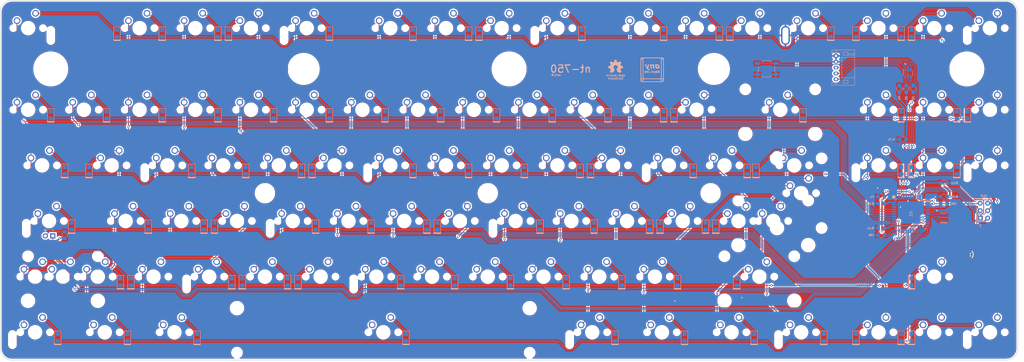
<source format=kicad_pcb>
(kicad_pcb (version 20201116) (generator pcbnew)
  (layers (0 "F.Cu" signal) (31 "B.Cu" signal) (34 "B.Paste" user) (35 "F.Paste" user) (36 "B.SilkS" user "B.Silkscreen") (37 "F.SilkS" user "F.Silkscreen") (38 "B.Mask" user) (39 "F.Mask" user) (44 "Edge.Cuts" user))
  (net 0 "")
  (net 1 "Net-(C101-Pad1)")
  (net 2 "GND")
  (net 3 "VCC")
  (net 4 "VUSB")
  (net 5 "D+")
  (net 6 "D-")
  (net 7 "MISO")
  (net 8 "SCK")
  (net 9 "MOSI")
  (net 10 "RST")
  (net 11 "Net-(R101-Pad2)")
  (net 12 "Net-(R101-Pad1)")
  (net 13 "Net-(R102-Pad1)")
  (net 14 "Net-(R102-Pad2)")
  (net 15 "Net-(R105-Pad2)")
  (net 16 "Net-(D1-Pad2)")
  (net 17 "Net-(D3-Pad2)")
  (net 18 "Net-(D4-Pad2)")
  (net 19 "Net-(D5-Pad2)")
  (net 20 "Net-(D6-Pad2)")
  (net 21 "Net-(D7-Pad2)")
  (net 22 "Net-(D8-Pad2)")
  (net 23 "Net-(D9-Pad2)")
  (net 24 "Net-(D10-Pad2)")
  (net 25 "Net-(D11-Pad2)")
  (net 26 "Net-(D12-Pad2)")
  (net 27 "Net-(D13-Pad2)")
  (net 28 "Net-(D14-Pad2)")
  (net 29 "Net-(D15-Pad2)")
  (net 30 "Net-(D16-Pad2)")
  (net 31 "Net-(D17-Pad2)")
  (net 32 "Net-(D18-Pad2)")
  (net 33 "Net-(D19-Pad2)")
  (net 34 "row2")
  (net 35 "Net-(D20-Pad2)")
  (net 36 "Net-(D21-Pad2)")
  (net 37 "Net-(D22-Pad2)")
  (net 38 "Net-(D23-Pad2)")
  (net 39 "Net-(D24-Pad2)")
  (net 40 "Net-(D25-Pad2)")
  (net 41 "Net-(D26-Pad2)")
  (net 42 "Net-(D27-Pad2)")
  (net 43 "Net-(D28-Pad2)")
  (net 44 "row3")
  (net 45 "Net-(D29-Pad2)")
  (net 46 "Net-(D30-Pad2)")
  (net 47 "Net-(D31-Pad2)")
  (net 48 "Net-(D32-Pad2)")
  (net 49 "Net-(D33-Pad2)")
  (net 50 "Net-(D34-Pad2)")
  (net 51 "Net-(D35-Pad2)")
  (net 52 "Net-(D36-Pad2)")
  (net 53 "row4")
  (net 54 "Net-(D37-Pad2)")
  (net 55 "Net-(D38-Pad2)")
  (net 56 "Net-(D39-Pad2)")
  (net 57 "Net-(D40-Pad2)")
  (net 58 "Net-(D41-Pad2)")
  (net 59 "Net-(D42-Pad2)")
  (net 60 "Net-(D43-Pad2)")
  (net 61 "Net-(D44-Pad2)")
  (net 62 "Net-(D45-Pad2)")
  (net 63 "Net-(D46-Pad2)")
  (net 64 "row5")
  (net 65 "Net-(D47-Pad2)")
  (net 66 "Net-(D48-Pad2)")
  (net 67 "Net-(D49-Pad2)")
  (net 68 "Net-(D50-Pad2)")
  (net 69 "Net-(D51-Pad2)")
  (net 70 "Net-(D52-Pad2)")
  (net 71 "Net-(D53-Pad2)")
  (net 72 "Net-(D54-Pad2)")
  (net 73 "Net-(D55-Pad2)")
  (net 74 "Net-(D56-Pad2)")
  (net 75 "Net-(D57-Pad2)")
  (net 76 "Net-(D58-Pad2)")
  (net 77 "Net-(D59-Pad2)")
  (net 78 "Net-(D60-Pad2)")
  (net 79 "Net-(D61-Pad2)")
  (net 80 "Net-(D62-Pad2)")
  (net 81 "Net-(D63-Pad2)")
  (net 82 "Net-(D65-Pad2)")
  (net 83 "Net-(D69-Pad2)")
  (net 84 "Net-(D70-Pad2)")
  (net 85 "Net-(D71-Pad2)")
  (net 86 "Net-(D73-Pad2)")
  (net 87 "Net-(D75-Pad2)")
  (net 88 "Net-(D76-Pad2)")
  (net 89 "Net-(D77-Pad2)")
  (net 90 "Net-(D78-Pad2)")
  (net 91 "Net-(D79-Pad2)")
  (net 92 "Net-(D80-Pad2)")
  (net 93 "Net-(D82-Pad2)")
  (net 94 "Net-(D84-Pad2)")
  (net 95 "Net-(D86-Pad2)")
  (net 96 "Net-(D87-Pad2)")
  (net 97 "Net-(D88-Pad2)")
  (net 98 "Net-(D92-Pad2)")
  (net 99 "Net-(D97-Pad2)")
  (net 100 "Net-(D100-Pad2)")
  (net 101 "Net-(D101-Pad2)")
  (net 102 "Net-(D102-Pad2)")
  (net 103 "col0")
  (net 104 "col1")
  (net 105 "col2")
  (net 106 "col3")
  (net 107 "col4")
  (net 108 "col5")
  (net 109 "col6")
  (net 110 "col7")
  (net 111 "col8")
  (net 112 "Net-(D72-Pad2)")
  (net 113 "Net-(D74-Pad2)")
  (net 114 "Net-(D96-Pad2)")
  (net 115 "Net-(D98-Pad2)")
  (net 116 "Net-(D99-Pad2)")
  (net 117 "col9")
  (net 118 "col10")
  (net 119 "col11")
  (net 120 "col12")
  (net 121 "col13")
  (net 122 "col14")
  (net 123 "col16")
  (net 124 "Net-(U1-Pad17)")
  (net 125 "Net-(U1-Pad16)")
  (net 126 "Net-(D64-Pad2)")
  (net 127 "Net-(L1-Pad1)")
  (net 128 "Net-(L1-Pad2)")
  (footprint "Keeb_switches:CHERRY_PLATE_175H" (layer "F.Cu") (at 16.66875 75.575)
    (fp_text reference "K52" hide)
    (fp_text value "KEYSW" hide)
  )
  (footprint "Keeb_switches:CHERRY_PLATE_100H" (layer "F.Cu") (at 80.9625 75.575)
    (fp_text reference "K55" hide)
    (fp_text value "KEYSW" hide)
  )
  (footprint "Keeb_switches:CHERRY_PLATE_100H" (layer "F.Cu") (at 61.9125 75.575)
    (fp_text reference "K54" hide)
    (fp_text value "KEYSW" hide)
  )
  (footprint "Keeb_switches:CHERRY_PLATE_100H" (layer "F.Cu") (at 338.3875 56.525)
    (fp_text reference "K51" hide)
    (fp_text value "KEYSW" hide)
  )
  (footprint "Keeb_switches:CHERRY_PLATE_100H" (layer "F.Cu") (at 42.8625 75.575)
    (fp_text reference "K53" hide)
    (fp_text value "KEYSW" hide)
  )
  (footprint "Keeb_switches:CHERRY_PLATE_100H" (layer "F.Cu") (at 300.2875 56.525)
    (fp_text reference "K49" hide)
    (fp_text value "KEYSW" hide)
  )
  (footprint "Keeb_switches:CHERRY_PLATE_100H" (layer "F.Cu") (at 319.3375 56.525)
    (fp_text reference "K50" hide)
    (fp_text value "KEYSW" hide)
  )
  (footprint "Keeb_switches:CHERRY_PLATE_100H" (layer "F.Cu") (at 319.3375 37.475)
    (fp_text reference "K33" hide)
    (fp_text value "KEYSW" hide)
  )
  (footprint "Keeb_switches:CHERRY_PLATE_100H" (layer "F.Cu") (at 133.35 56.525)
    (fp_text reference "K41" hide)
    (fp_text value "KEYSW" hide)
  )
  (footprint "Keeb_switches:CHERRY_PLATE_100H" (layer "F.Cu") (at 338.3875 37.475)
    (fp_text reference "K34" hide)
    (fp_text value "KEYSW" hide)
  )
  (footprint "Keeb_switches:CHERRY_PLATE_100H" (layer "F.Cu") (at 171.45 56.525)
    (fp_text reference "K43" hide)
    (fp_text value "KEYSW" hide)
  )
  (footprint "Keeb_switches:CHERRY_PLATE_100H" (layer "F.Cu") (at 200.025 37.475)
    (fp_text reference "K28" hide)
    (fp_text value "KEYSW" hide)
  )
  (footprint "Keeb_switches:CHERRY_PLATE_100H" (layer "F.Cu") (at 180.975 37.475)
    (fp_text reference "K27" hide)
    (fp_text value "KEYSW" hide)
  )
  (footprint "Keeb_switches:CHERRY_PLATE_100H" (layer "F.Cu") (at 95.25 56.525)
    (fp_text reference "K39" hide)
    (fp_text value "KEYSW" hide)
  )
  (footprint "Keeb_switches:CHERRY_PLATE_100H" (layer "F.Cu") (at 238.125 37.475)
    (fp_text reference "K30" hide)
    (fp_text value "KEYSW" hide)
  )
  (footprint "Keeb_switches:CHERRY_PLATE_100H" (layer "F.Cu") (at 152.4 56.525)
    (fp_text reference "K42" hide)
    (fp_text value "KEYSW" hide)
  )
  (footprint "Keeb_switches:CHERRY_PLATE_100H" (layer "F.Cu") (at 247.65 56.525)
    (fp_text reference "K47" hide)
    (fp_text value "KEYSW" hide)
  )
  (footprint "Keeb_switches:CHERRY_PLATE_100H" (layer "F.Cu") (at 228.6 56.525)
    (fp_text reference "K46" hide)
    (fp_text value "KEYSW" hide)
  )
  (footprint "Keeb_switches:CHERRY_PLATE_100H" (layer "F.Cu") (at 76.2 56.525)
    (fp_text reference "K38" hide)
    (fp_text value "KEYSW" hide)
  )
  (footprint "Keeb_switches:CHERRY_PCB_200H" (layer "F.Cu") (at 266.7 37.475)
    (fp_text reference "K31" hide)
    (fp_text value "KEYSW" hide)
  )
  (footprint "Keeb_switches:CHERRY_PLATE_100H" (layer "F.Cu") (at 209.55 56.525)
    (fp_text reference "K45" hide)
    (fp_text value "KEYSW" hide)
  )
  (footprint "Keeb_switches:CHERRY_PLATE_150H" (layer "F.Cu") (at 14.2875 56.525)
    (fp_text reference "K35" hide)
    (fp_text value "KEYSW" hide)
  )
  (footprint "Keeb_switches:CHERRY_PLATE_100H" (layer "F.Cu") (at 190.5 56.525)
    (fp_text reference "K44" hide)
    (fp_text value "KEYSW" hide)
  )
  (footprint "Keeb_switches:CHERRY_PLATE_100H" (layer "F.Cu") (at 300.2875 37.475)
    (fp_text reference "K32" hide)
    (fp_text value "KEYSW" hide)
  )
  (footprint "Keeb_switches:CHERRY_PLATE_100H" (layer "F.Cu") (at 114.3 56.525)
    (fp_text reference "K40" hide)
    (fp_text value "KEYSW" hide)
  )
  (footprint "Keeb_switches:CHERRY_PLATE_100H" (layer "F.Cu") (at 57.15 56.525)
    (fp_text reference "K37" hide)
    (fp_text value "KEYSW" hide)
  )
  (footprint "Keeb_switches:CHERRY_PLATE_100H" (layer "F.Cu") (at 123.825 37.475)
    (fp_text reference "K24" hide)
    (fp_text value "KEYSW" hide)
  )
  (footprint "Keeb_switches:CHERRY_PLATE_100H" (layer "F.Cu") (at 38.1 56.525)
    (fp_text reference "K36" hide)
    (fp_text value "KEYSW" hide)
  )
  (footprint "Keeb_switches:CHERRY_PLATE_100H" (layer "F.Cu") (at 161.925 37.475)
    (fp_text reference "K26" hide)
    (fp_text value "KEYSW" hide)
  )
  (footprint "Keeb_switches:CHERRY_PLATE_100H" (layer "F.Cu") (at 219.075 37.475)
    (fp_text reference "K29" hide)
    (fp_text value "KEYSW" hide)
  )
  (footprint "Keeb_switches:CHERRY_PLATE_100H" (layer "F.Cu") (at 142.875 37.475)
    (fp_text reference "K25" hide)
    (fp_text value "KEYSW" hide)
  )
  (footprint "Keeb_switches:CHERRY_PLATE_100H" (layer "F.Cu") (at 85.725 37.475)
    (fp_text reference "K22" hide)
    (fp_text value "KEYSW" hide)
  )
  (footprint "Keeb_switches:CHERRY_PLATE_100H" (layer "F.Cu") (at 66.675 37.475)
    (fp_text reference "K21" hide)
    (fp_text value "KEYSW" hide)
  )
  (footprint "Keeb_switches:CHERRY_PLATE_100H" (layer "F.Cu") (at 9.525 37.475)
    (fp_text reference "K18" hide)
    (fp_text value "KEYSW" hide)
  )
  (footprint "Keeb_switches:CHERRY_PLATE_100H" (layer "F.Cu") (at 133.35 9.525)
    (fp_text reference "K7" hide)
    (fp_text value "KEYSW" hide)
  )
  (footprint "Keeb_switches:CHERRY_PLATE_100H" (layer "F.Cu") (at 47.625 9.525)
    (fp_text reference "K3" hide)
    (fp_text value "KEYSW" hide)
  )
  (footprint "Keeb_switches:CHERRY_PLATE_100H" (layer "F.Cu") (at 219.075 9.525)
    (fp_text reference "K11" hide)
    (fp_text value "KEYSW" hide)
  )
  (footprint "Keeb_switches:CHERRY_PLATE_100H" (layer "F.Cu") (at 47.625 37.475)
    (fp_text reference "K20" hide)
    (fp_text value "KEYSW" hide)
  )
  (footprint "Keeb_switches:CHERRY_PLATE_100H" (layer "F.Cu") (at 171.45 9.525)
    (fp_text reference "K9" hide)
    (fp_text value "KEYSW" hide)
  )
  (footprint "Keeb_switches:CHERRY_PLATE_100H" (layer "F.Cu") (at 276.225 9.525)
    (fp_text reference "K14" hide)
    (fp_text value "KEYSW" hide)
  )
  (footprint "Keeb_switches:CHERRY_PLATE_100H" (layer "F.Cu") (at 300.2875 9.525)
    (fp_text reference "K15" hide)
    (fp_text value "KEYSW" hide)
  )
  (footprint "Keeb_switches:CHERRY_PLATE_100H" (layer "F.Cu") (at 190.5 9.525)
    (fp_text reference "K10" hide)
    (fp_text value "KEYSW" hide)
  )
  (footprint "Keeb_switches:CHERRY_PLATE_100H" (layer "F.Cu") (at 28.575 37.475)
    (fp_text reference "K19" hide)
    (fp_text value "KEYSW" hide)
  )
  (footprint "Keeb_switches:CHERRY_PLATE_100H" (layer "F.Cu") (at 66.675 9.525)
    (fp_text reference "K4" hide)
    (fp_text value "KEYSW" hide)
  )
  (footprint "Keeb_switches:CHERRY_PLATE_100H" (layer "F.Cu") (at 85.725 9.525)
    (fp_text reference "K5" hide)
    (fp_text value "KEYSW" hide)
  )
  (footprint "Keeb_switches:CHERRY_PLATE_100H" (layer "F.Cu") (at 257.175 9.525)
    (fp_text reference "K13" hide)
    (fp_text value "KEYSW" hide)
  )
  (footprint "Keeb_switches:CHERRY_PLATE_100H" (layer "F.Cu") (at 152.4 9.525)
    (fp_text reference "K8" hide)
    (fp_text value "KEYSW" hide)
  )
  (footprint "Keeb_switches:CHERRY_PLATE_100H" (layer "F.Cu") (at 104.775 37.475)
    (fp_text reference "K23" hide)
    (fp_text value "KEYSW" hide)
  )
  (footprint "Keeb_switches:CHERRY_PLATE_100H" (layer "F.Cu") (at 104.775 9.525)
    (fp_text reference "K6" hide)
    (fp_text value "KEYSW" hide)
  )
  (footprint "Keeb_switches:CHERRY_PLATE_100H" (layer "F.Cu") (at 238.125 9.525)
    (fp_text reference "K12" hide)
    (fp_text value "KEYSW" hide)
  )
  (footprint "Keeb_switches:CHERRY_PLATE_100H" (layer "F.Cu") (at 319.3375 9.525)
    (fp_text reference "K16" hide)
    (fp_text value "KEYSW" hide)
  )
  (footprint "Keeb_switches:CHERRY_PLATE_100H" (layer "F.Cu") (at 338.3875 113.675)
    (fp_text reference "K102" hide)
    (fp_text value "KEYSW" hide)
  )
  (footprint "Keeb_switches:CHERRY_PLATE_100H" (layer "F.Cu") (at 300.2875 113.675)
    (fp_text reference "K100" hide)
    (fp_text value "KEYSW" hide)
  )
  (footprint "Keeb_switches:CHERRY_PCB_625H_F" (layer "F.Cu") (at 130.96875 113.675)
    (fp_text reference "K92" hide)
    (fp_text value "KEYSW" hide)
  )
  (footprint "Keeb_switches:CHERRY_PLATE_100H" (layer "F.Cu") (at 319.3375 94.625)
    (fp_text reference "K84" hide)
    (fp_text value "KEYSW" hide)
  )
  (footprint "Keeb_switches:CHERRY_PLATE_100H" (layer "F.Cu") (at 166.6875 94.625)
    (fp_text reference "K77" hide)
    (fp_text value "KEYSW" hide)
  )
  (footprint "Keeb_switches:CHERRY_PLATE_100H" (layer "F.Cu") (at 71.4375 94.625)
    (fp_text reference "K72" hide)
    (fp_text value "KEYSW" hide)
  )
  (footprint "Keeb_switches:CHERRY_PCB_275H" (layer "F.Cu") (at 259.55625 94.625)
    (fp_text reference "K82" hide)
    (fp_text value "KEYSW" hide)
  )
  (footprint "Keeb_switches:CHERRY_PLATE_100H" (layer "F.Cu") (at 223.8375 94.625)
    (fp_text reference "K80" hide)
    (fp_text value "KEYSW" hide)
  )
  (footprint "Keeb_switches:CHERRY_PLATE_100H" (layer "F.Cu") (at 128.5875 94.625)
    (fp_text reference "K75" hide)
    (fp_text value "KEYSW" hide)
  )
  (footprint "Keeb_switches:CHERRY_PLATE_100H" (layer "F.Cu") (at 90.4875 94.625)
    (fp_text reference "K73" hide)
    (fp_text value "KEYSW" hide)
  )
  (footprint "Keeb_switches:CHERRY_PCB_225H" (layer "F.Cu") (at 264.31875 75.575)
    (fp_text reference "K65" hide)
    (fp_text value "KEYSW" hide)
  )
  (footprint "Keeb_switches:CHERRY_PLATE_100H" (layer "F.Cu") (at 100.0125 75.575)
    (fp_text reference "K56" hide)
    (fp_text value "KEYSW" hide)
  )
  (footprint "Keeb_switches:CHERRY_PLATE_100H" (layer "F.Cu") (at 138.1125 75.575)
    (fp_text reference "K58" hide)
    (fp_text value "KEYSW" hide)
  )
  (footprint "Keeb_switches:CHERRY_PLATE_100H" (layer "F.Cu") (at 119.0625 75.575)
    (fp_text reference "K57" hide)
    (fp_text value "KEYSW" hide)
  )
  (footprint "Keeb_switches:CHERRY_PLATE_100H" (layer "F.Cu") (at 33.3375 94.625)
    (fp_text reference "K70" hide)
    (fp_text value "KEYSW" hide)
  )
  (footprint "Keeb_switches:CHERRY_PLATE_100H" (layer "F.Cu") (at 195.2625 75.575)
    (fp_text reference "K61" hide)
    (fp_text value "KEYSW" hide)
  )
  (footprint "Keeb_switches:CHERRY_PCB_225H" (layer "F.Cu") (at 21.43125 94.625)
    (fp_text reference "K69" hide)
    (fp_text value "KEYSW" hide)
  )
  (footprint "Keeb_switches:CHERRY_PLATE_125H" (layer "F.Cu") (at 273.84375 113.675)
    (fp_text reference "K99" hide)
    (fp_text value "KEYSW" hide)
  )
  (footprint "Keeb_switches:CHERRY_PLATE_100H" (layer "F.Cu") (at 157.1625 75.575)
    (fp_text reference "K59" hide)
    (fp_text value "KEYSW" hide)
  )
  (footprint "Keeb_switches:CHERRY_PLATE_100H" (layer "F.Cu") (at 109.5375 94.625)
    (fp_text reference "K74" hide)
    (fp_text value "KEYSW" hide)
  )
  (footprint "Keeb_switches:CHERRY_PLATE_125H" (layer "F.Cu") (at 59.53125 113.675)
    (fp_text reference "K88" hide)
    (fp_text value "KEYSW" hide)
  )
  (footprint "Keeb_switches:CHERRY_PLATE_125H" (layer "F.Cu") (at 11.90625 113.675)
    (fp_text reference "K86" hide)
    (fp_text value "KEYSW" hide)
  )
  (footprint "Keeb_switches:CHERRY_PLATE_100H" (layer "F.Cu") (at 204.7875 94.625)
    (fp_text reference "K79" hide)
    (fp_text value "KEYSW" hide)
  )
  (footprint "Keeb_switches:CHERRY_PLATE_100H" (layer "F.Cu") (at 185.7375 94.625)
    (fp_text reference "K78" hide)
    (fp_text value "KEYSW" hide)
  )
  (footprint "Keeb_switches:CHERRY_PLATE_100H" (layer "F.Cu") (at 214.3125 75.575)
    (fp_text reference "K62" hide)
    (fp_text value "KEYSW" hide)
  )
  (footprint "Keeb_switches:CHERRY_PLATE_100H" (layer "F.Cu") (at 52.3875 94.625)
    (fp_text reference "K71" hide)
    (fp_text value "KEYSW" hide)
  )
  (footprint "Keeb_switches:CHERRY_PLATE_125H" (layer "F.Cu") (at 250.03125 113.675)
    (fp_text reference "K98" hide)
    (fp_text value "KEYSW" hide)
  )
  (footprint "Keeb_switches:CHERRY_PLATE_100H" (layer "F.Cu") (at 319.3375 113.675)
    (fp_text reference "K101" hide)
    (fp_text value "KEYSW" hide)
  )
  (footprint "Keeb_switches:CHERRY_PLATE_125H" (layer "F.Cu") (at 202.40625 113.675)
    (fp_text reference "K96" hide)
    (fp_text value "KEYSW" hide)
  )
  (footprint "Keeb_switches:CHERRY_PLATE_125H" (layer "F.Cu") (at 226.21875 113.675)
    (fp_text reference "K97" hide)
    (fp_text value "KEYSW" hide)
  )
  (footprint "Keeb_switches:CHERRY_PLATE_125H" (layer "F.Cu") (at 35.71875 113.675)
    (fp_text reference "K87" hide)
    (fp_text value "KEYSW" hide)
  )
  (footprint "Keeb_switches:CHERRY_PLATE_100H" (layer "F.Cu") (at 233.3625 75.575)
    (fp_text reference "K63" hide)
    (fp_text value "KEYSW" hide)
  )
  (footprint "Keeb_switches:CHERRY_PLATE_100H" (layer "F.Cu") (at 147.6375 94.625)
    (fp_text reference "K76" hide)
    (fp_text value "KEYSW" hide)
  )
  (footprint "Keeb_switches:CHERRY_PLATE_150H" (layer "F.Cu") (at 271.4625 56.525)
    (fp_text reference "K48" hide)
    (fp_text value "KEYSW" hide)
  )
  (footprint "Keeb_switches:CHERRY_PLATE_100H" (layer "F.Cu") (at 252.4125 75.575)
    (fp_text reference "K64" hide)
    (fp_text value "KEYSW" hide)
  )
  (footprint "Keeb_switches:CHERRY_PCB_200H_V" (layer "F.Cu") (at 273.84375 66.05)
    (fp_text reference "K65-1" hide)
    (fp_text value "KEYSW" hide)
  )
  (footprint "Keeb_switches:CHERRY_PLATE_125H" (layer "F.Cu") (at 11.90625 94.625)
    (fp_text reference "K69-1" hide)
    (fp_text value "KEYSW" hide)
  )
  (footprint "footprints:11mm_hole" (layer "F.Cu") (at 17.25 23.5)
    (fp_text reference "REF**" hide)
    (fp_text value "bighole")
  )
  (footprint "footprints:10mm_hole" (layer "F.Cu") (at 103.75 23.5)
    (fp_text reference "REF**" hide)
    (fp_text value "bighole")
  )
  (footprint "footprints:11mm_hole" (layer "F.Cu") (at 174 23.5)
    (fp_text reference "REF**" hide)
    (fp_text value "bighole")
  )
  (footprint "footprints:10mm_hole" (layer "F.Cu") (at 244 23.5)
    (fp_text reference "REF**" hide)
    (fp_text value "bighole")
  )
  (footprint "footprints:11mm_hole" (layer "F.Cu") (at 330.5 23.5)
    (fp_text reference "REF**" hide)
    (fp_text value "bighole")
  )
  (footprint "footprints:plate_mount" (layer "F.Cu") (at 104.775 9.525)
    (fp_text reference "REF**" hide)
    (fp_text value "plate_mount")
  )
  (footprint "footprints:plate_mount" (layer "F.Cu") (at 190.5 9.525)
    (fp_text reference "REF**" hide)
    (fp_text value "plate_mount")
  )
  (footprint "footprints:plate_mount_tht" (layer "F.Cu") (at 276.225 9.525)
    (fp_text reference "REF**" hide)
    (fp_text value "plate_mount_tht")
  )
  (footprint "footprints:plate_mount" (layer "F.Cu") (at 338.3875 9.525)
    (fp_text reference "REF**" hide)
    (fp_text value "plate_mount")
  )
  (footprint "Keeb_switches:CHERRY_PLATE_100H" (layer "F.Cu") (at 338.3875 9.525)
    (fp_text reference "K17" hide)
    (fp_text value "KEYSW" hide)
  )
  (footprint "footprints:plate_mount" (layer "F.Cu") (at 57.15 56.525)
    (fp_text reference "REF**" hide)
    (fp_text value "plate_mount")
  )
  (footprint "footprints:plate_mount" (layer "F.Cu") (at 133.35 56.525)
    (fp_text reference "REF**" hide)
    (fp_text value "plate_mount")
  )
  (footprint "footprints:plate_mount" (layer "F.Cu") (at 228.6 56.525)
    (fp_text reference "REF**" hide)
    (fp_text value "plate_mount")
  )
  (footprint "footprints:plate_mount" (layer "F.Cu") (at 16.66875 75.575)
    (fp_text reference "REF**" hide)
    (fp_text value "plate_mount")
  )
  (footprint "footprints:plate_mount" (layer "F.Cu") (at 100.0125 75.575)
    (fp_text reference "REF**" hide)
    (fp_text value "plate_mount")
  )
  (footprint "footprints:plate_mount" (layer "F.Cu") (at 176.2125 75.575)
    (fp_text reference "REF**" hide)
    (fp_text value "plate_mount")
  )
  (footprint "footprints:plate_mount" (layer "F.Cu") (at 71.4375 94.625)
    (fp_text reference "REF**" hide)
    (fp_text value "plate_mount")
  )
  (footprint "footprints:plate_mount" (layer "F.Cu") (at 128.5875 94.625)
    (fp_text reference "REF**" hide)
    (fp_text value "plate_mount")
  )
  (footprint "footprints:plate_mount" (layer "F.Cu") (at 11.90625 113.675)
    (fp_text reference "REF**" hide)
    (fp_text value "plate_mount")
  )
  (footprint "footprints:plate_mount" (layer "F.Cu") (at 202.40625 113.675)
    (fp_text reference "REF**" hide)
    (fp_text value "plate_mount")
  )
  (footprint "footprints:plate_mount" (layer "F.Cu") (at 273.84375 113.675)
    (fp_text reference "REF**" hide)
    (fp_text value "plate_mount")
  )
  (footprint "footprints:plate_mount" (layer "F.Cu") (at 300.2875 56.525)
    (fp_text reference "REF**" hide)
    (fp_text value "plate_mount")
  )
  (footprint "footprints:plate_mount" (layer "F.Cu") (at 338.3875 113.675)
    (fp_text reference "REF**" hide)
    (fp_text value "plate_mount")
  )
  (footprint "Keeb_switches:CHERRY_PLATE_100H" (layer "F.Cu") (at 9.525 9.525)
    (fp_text reference "K1" hide)
    (fp_text value "KEYSW" hide)
  )
  (footprint "footprints:6mm_hole" (layer "F.Cu") (at 90.4875 66.05)
    (fp_text reference "REF**" hide)
    (fp_text value "smallhole")
  )
  (footprint "footprints:6mm_hole" (layer "F.Cu") (at 166.6875 66.05)
    (fp_text reference "REF**" hide)
    (fp_text value "smallhole")
  )
  (footprint "footprints:6mm_hole" (layer "F.Cu") (at 242.8875 66.05)
    (fp_text reference "REF**" hide)
    (fp_text value "smallhole")
  )
  (footprint "Keeb_switches:CHERRY_PLATE_100H" (layer "F.Cu") (at 176.2125 75.575)
    (fp_text reference "K60" hide)
    (fp_text value "KEYSW" hide)
  )
  (footprint "Keeb_switches:CHERRY_MX_LED" (layer "F.Cu") (at 16.66875 75.575)
    (fp_text reference "L1" hide)
    (fp_text value "LED" hide)
  )
  (footprint "footprints:plate_mount" (layer "F.Cu") (at 338.3875 56.525)
    (fp_text reference "REF**" hide)
    (fp_text value "plate_mount")
  )
  (footprint "Keeb_components:isp_standard" (layer "B.Cu") (at 336.351845 72.032873)
    (fp_text reference "J2" hide)
    (fp_text value "ISP")
  )
  (footprint "Keeb_components:D_0805" (layer "B.Cu") (at 308.026569 115.461003 90)
    (fp_text reference "D102")
    (fp_text value "D" hide)
  )
  (footprint "Keeb_components:D_0805" (layer "B.Cu") (at 210.145481 115.461003 90)
    (fp_text reference "D96")
    (fp_text value "D" hide)
  )
  (footprint "Keeb_components:D_0805" (layer "B.Cu") (at 43.457841 115.461003 90)
    (fp_text reference "D87")
    (fp_text value "D" hide)
  )
  (footprint "Keeb_components:D_0805" (layer "B.Cu") (at 19.645321 115.461003 90)
    (fp_text reference "D86")
    (fp_text value "D" hide)
  )
  (footprint "Keeb_components:D_0805" (layer "B.Cu") (at 292.548431 115.461003 90)
    (fp_text reference "D100")
    (fp_text value "D" hide)
  )
  (footprint "Keeb_components:D_0805" (layer "B.Cu") (at 67.270361 115.461003 90)
    (fp_text reference "D88")
    (fp_text value "D" hide)
  )
  (footprint "Keeb_components:D_0805" (layer "B.Cu") (at 281.583041 115.461003 90)
    (fp_text reference "D99")
    (fp_text value "D" hide)
  )
  (footprint "Keeb_components:D_0805" (layer "B.Cu") (at 311.598431 96.410939 90)
    (fp_text reference "D84")
    (fp_text value "D" hide)
  )
  (footprint "Keeb_components:D_0805" (layer "B.Cu") (at 311.598447 115.451629 90)
    (fp_text reference "D101")
    (fp_text value "D" hide)
  )
  (footprint "Keeb_components:R_0805" (layer "B.Cu") (at 307.431224 30.331228 90)
    (fp_text reference "F1")
    (fp_text value "500mA, 1A" hide)
  )
  (footprint "Keeb_components:D_0805" (layer "B.Cu") (at 257.770521 115.461003 90)
    (fp_text reference "D98")
    (fp_text value "D" hide)
  )
  (footprint "Keeb_components:D_0805" (layer "B.Cu") (at 233.958001 115.461003 90)
    (fp_text reference "D97")
    (fp_text value "D" hide)
  )
  (footprint "Connector_JST:JST_PH_S5B-PH-K_1x05_P2.00mm_Horizontal" (layer "B.Cu") (at 285.75 19.05 -90)
    (fp_text reference "J1" hide)
    (fp_text value "S5B-PH-K-S")
  )
  (footprint "Keeb_components:D_0805" (layer "B.Cu") (at 231.576749 96.410987 90)
    (fp_text reference "D80")
    (fp_text value "D" hide)
  )
  (footprint "Keeb_components:D_0805" (layer "B.Cu") (at 138.707921 115.461003 90)
    (fp_text reference "D92")
    (fp_text value "D" hide)
  )
  (footprint "Keeb_components:D_0805" (layer "B.Cu") (at 101.798515 96.410987 90)
    (fp_text reference "D74")
    (fp_text value "D" hide)
  )
  (footprint "Keeb_components:D_0805" (layer "B.Cu") (at 203.001725 77.360971 90)
    (fp_text reference "D61")
    (fp_text value "D" hide)
  )
  (footprint "Keeb_components:D_0805" (layer "B.Cu") (at 212.526733 96.410987 90)
    (fp_text reference "D79")
    (fp_text value "D" hide)
  )
  (footprint "Keeb_components:D_0805" (layer "B.Cu") (at 193.476717 96.410987 90)
    (fp_text reference "D78")
    (fp_text value "D" hide)
  )
  (footprint "Keeb_components:D_0805" (layer "B.Cu") (at 98.226637 96.410987 90)
    (fp_text reference "D73")
    (fp_text value "D" hide)
  )
  (footprint "Keeb_components:D_0805" (layer "B.Cu") (at 44.648467 96.410987 90)
    (fp_text reference "D69")
    (fp_text value "D" hide)
  )
  (footprint "Keeb_components:D_0805" (layer "B.Cu") (at 174.426701 96.410987 90)
    (fp_text reference "D77")
    (fp_text value "D" hide)
  )
  (footprint "Keeb_components:D_0805" (layer "B.Cu") (at 73.223491 77.360971 90)
    (fp_text reference "D55")
    (fp_text value "D" hide)
  )
  (footprint "Keeb_components:D_0805" (layer "B.Cu") (at 107.751645 77.360971 90)
    (fp_text reference "D56")
    (fp_text value "D" hide)
  )
  (footprint "Keeb_components:D_0805" (layer "B.Cu") (at 241.101543 77.360939 90)
    (fp_text reference "D65")
    (fp_text value "D" hide)
  )
  (footprint "Keeb_components:D_0805" (layer "B.Cu") (at 225.623405 77.360939 90)
    (fp_text reference "D63")
    (fp_text value "D" hide)
  )
  (footprint "Keeb_components:D_0805" (layer "B.Cu") (at 155.376685 96.410987 90)
    (fp_text reference "D76")
    (fp_text value "D" hide)
  )
  (footprint "Keeb_components:D_0805" (layer "B.Cu") (at 136.921982 96.410987 90)
    (fp_text reference "D75")
    (fp_text value "D" hide)
  )
  (footprint "Keeb_components:D_0805" (layer "B.Cu") (at 79.176621 96.410987 90)
    (fp_text reference "D72")
    (fp_text value "D" hide)
  )
  (footprint "Keeb_components:D_0805" (layer "B.Cu") (at 82.748499 96.410987 90)
    (fp_text reference "D71")
    (fp_text value "D" hide)
  )
  (footprint "Keeb_components:D_0805" (layer "B.Cu") (at 41.076589 96.410987 90)
    (fp_text reference "D70")
    (fp_text value "D" hide)
  )
  (footprint "Keeb_components:D_0805" (layer "B.Cu") (at 222.051741 77.360971 90)
    (fp_text reference "D62")
    (fp_text value "D" hide)
  )
  (footprint "Keeb_components:D_0805" (layer "B.Cu") (at 184.547022 77.360971 90)
    (fp_text reference "D60")
    (fp_text value "D" hide)
  )
  (footprint "Keeb_components:D_0805" (layer "B.Cu") (at 149.423555 77.360971 90)
    (fp_text reference "D59")
    (fp_text value "D" hide)
  )
  (footprint "Keeb_components:D_0805" (layer "B.Cu") (at 145.851677 77.360971 90)
    (fp_text reference "D58")
    (fp_text value "D" hide)
  )
  (footprint "Keeb_components:D_0805" (layer "B.Cu") (at 126.801661 77.360971 90)
    (fp_text reference "D57")
    (fp_text value "D" hide)
  )
  (footprint "Keeb_components:D_0805" (layer "B.Cu") (at 50.601597 77.360971 90)
    (fp_text reference "D53")
    (fp_text value "D" hide)
  )
  (footprint "Keeb_components:D_0805" (layer "B.Cu") (at 24.407825 77.360971 90)
    (fp_text reference "D52")
    (fp_text value "D" hide)
  )
  (footprint "Keeb_components:D_0805" (layer "B.Cu") (at 327.076553 58.310939 90)
    (fp_text reference "D51")
    (fp_text value "D" hide)
  )
  (footprint "Keeb_components:D_0805" (layer "B.Cu") (at 311.598415 58.310939 90)
    (fp_text reference "D50")
    (fp_text value "D" hide)
  )
  (footprint "Keeb_components:D_0805" (layer "B.Cu") (at 308.026569 58.310955 90)
    (fp_text reference "D49")
    (fp_text value "D" hide)
  )
  (footprint "Keeb_components:D_0805" (layer "B.Cu") (at 258.365834 58.310955 90)
    (fp_text reference "D48")
    (fp_text value "D" hide)
  )
  (footprint "Keeb_components:D_0805" (layer "B.Cu") (at 201.811099 58.310955 90)
    (fp_text reference "D45")
    (fp_text value "D" hide)
  )
  (footprint "Keeb_components:D_0805" (layer "B.Cu") (at 179.189205 58.310955 90)
    (fp_text reference "D43")
    (fp_text value "D" hide)
  )
  (footprint "Keeb_components:D_0805" (layer "B.Cu") (at 160.139189 58.310955 90)
    (fp_text reference "D42")
    (fp_text value "D" hide)
  )
  (footprint "Keeb_components:D_0805" (layer "B.Cu") (at 188.714213 39.260939 90)
    (fp_text reference "D27")
    (fp_text value "D" hide)
  )
  (footprint "Keeb_components:D_0805" (layer "B.Cu") (at 308.026569 39.260939 90)
    (fp_text reference "D32")
    (fp_text value "D" hide)
  )
  (footprint "Keeb_components:D_0805" (layer "B.Cu") (at 207.764229 39.260939 90)
    (fp_text reference "D28")
    (fp_text value "D" hide)
  )
  (footprint "Keeb_components:D_0805" (layer "B.Cu") (at 106.561019 58.310955 90)
    (fp_text reference "D40")
    (fp_text value "D" hide)
  )
  (footprint "Keeb_components:D_0805" (layer "B.Cu") (at 311.598691 11.310939 90)
    (fp_text reference "D16")
    (fp_text value "D" hide)
  )
  (footprint "Keeb_components:D_0805" (layer "B.Cu") (at 102.989141 58.310955 90)
    (fp_text reference "D39")
    (fp_text value "D" hide)
  )
  (footprint "Keeb_components:D_0805" (layer "B.Cu") (at 83.939125 58.310955 90)
    (fp_text reference "D38")
    (fp_text value "D" hide)
  )
  (footprint "Keeb_components:D_0805" (layer "B.Cu") (at 330.648463 39.260939 90)
    (fp_text reference "D34")
    (fp_text value "D" hide)
  )
  (footprint "Keeb_components:D_0805" (layer "B.Cu") (at 245.864261 11.310939 90)
    (fp_text reference "D12")
    (fp_text value "D" hide)
  )
  (footprint "Keeb_components:D_0805" (layer "B.Cu") (at 112.514149 39.260939 90)
    (fp_text reference "D23")
    (fp_text value "D" hide)
  )
  (footprint "Keeb_components:D_0805" (layer "B.Cu") (at 150.614181 39.260939 90)
    (fp_text reference "D25")
    (fp_text value "D" hide)
  )
  (footprint "Keeb_components:D_0805" (layer "B.Cu") (at 17.264069 39.260939 90)
    (fp_text reference "D18")
    (fp_text value "D" hide)
  )
  (footprint "Keeb_components:D_0805" (layer "B.Cu") (at 327.076585 39.260939 90)
    (fp_text reference "D33")
    (fp_text value "D" hide)
  )
  (footprint "Keeb_components:D_0805" (layer "B.Cu") (at 36.314085 39.260939 90)
    (fp_text reference "D19")
    (fp_text value "D" hide)
  )
  (footprint "Keeb_components:D_0805" (layer "B.Cu") (at 131.564165 39.260939 90)
    (fp_text reference "D24")
    (fp_text value "D" hide)
  )
  (footprint "Keeb_components:D_0805" (layer "B.Cu") (at 230.385931 39.260939 90)
    (fp_text reference "D30")
    (fp_text value "D" hide)
  )
  (footprint "Keeb_components:D_0805" (layer "B.Cu") (at 30.360955 58.310955 90)
    (fp_text reference "D36")
    (fp_text value "D" hide)
  )
  (footprint "Keeb_components:D_0805" (layer "B.Cu") (at 274.439285 39.260939 90)
    (fp_text reference "D31")
    (fp_text value "D" hide)
  )
  (footprint "Keeb_components:D_0805" (layer "B.Cu") (at 93.464133 39.260939 90)
    (fp_text reference "D22")
    (fp_text value "D" hide)
  )
  (footprint "Keeb_components:D_0805" (layer "B.Cu") (at 283.964293 11.310939 90)
    (fp_text reference "D14")
    (fp_text value "D" hide)
  )
  (footprint "Keeb_components:D_0805" (layer "B.Cu") (at 169.664197 39.260939 90)
    (fp_text reference "D26")
    (fp_text value "D" hide)
  )
  (footprint "Keeb_components:D_0805" (layer "B.Cu") (at 69.651613 77.360971 90)
    (fp_text reference "D54")
    (fp_text value "D" hide)
  )
  (footprint "Keeb_components:D_0805" (layer "B.Cu") (at 308.026813 11.310939 90)
    (fp_text reference "D17")
    (fp_text value "D" hide)
  )
  (footprint "Keeb_components:D_0805" (layer "B.Cu") (at 236.934566 58.310955 90)
    (fp_text reference "D46")
    (fp_text value "D" hide)
  )
  (footprint "Keeb_components:D_0805" (layer "B.Cu") (at 22.026573 58.310955 90)
    (fp_text reference "D35")
    (fp_text value "D" hide)
  )
  (footprint "Keeb_components:D_0805" (layer "B.Cu") (at 249.436139 11.310939 90)
    (fp_text reference "D13")
    (fp_text value "D" hide)
  )
  (footprint "Keeb_components:D_0805" (layer "B.Cu") (at 65.484422 58.310955 90)
    (fp_text reference "D37")
    (fp_text value "D" hide)
  )
  (footprint "Keeb_components:D_0805" (layer "B.Cu") (at 255.389269 58.310955 90)
    (fp_text reference "D47")
    (fp_text value "D" hide)
  )
  (footprint "Keeb_components:D_0805" (layer "B.Cu") (at 198.239221 58.310955 90)
    (fp_text reference "D44")
    (fp_text value "D" hide)
  )
  (footprint "Keeb_components:D_0805" (layer "B.Cu") (at 74.414117 39.260939 90)
    (fp_text reference "D21")
    (fp_text value "D" hide)
  )
  (footprint "Keeb_components:D_0805" (layer "B.Cu") (at 141.089173 58.310955 90)
    (fp_text reference "D41")
    (fp_text value "D" hide)
  )
  (footprint "Keeb_components:D_0805" (layer "B.Cu") (at 292.548675 11.310939 90)
    (fp_text reference "D15")
    (fp_text value "D" hide)
  )
  (footprint "Keeb_components:D_0805" (layer "B.Cu") (at 55.364101 39.260939 90)
    (fp_text reference "D20")
    (fp_text value "D" hide)
  )
  (footprint "Keeb_components:D_0805" (layer "B.Cu") (at 160.139189 11.310939 90)
    (fp_text reference "D8")
    (fp_text value "D" hide)
  )
  (footprint "Keeb_components:D_0805" (layer "B.Cu") (at 112.514149 11.310939 90)
    (fp_text reference "D6")
    (fp_text value "D" hide)
  )
  (footprint "Keeb_components:D_0805" (layer "B.Cu") (at 74.414117 11.310939 90)
    (fp_text reference "D4")
    (fp_text value "D" hide)
  )
  (footprint "Keeb_components:C_0805" (layer "B.Cu") (at 322.659424 62.507865)
    (fp_text reference "C105")
    (fp_text value "0.1u")
  )
  (footprint "Keeb_components:C_0805" (layer "B.Cu") (at 308.621882 47.595321 180)
    (fp_text reference "C107")
    (fp_text value "4.7u")
  )
  (footprint "Keeb_components:D_0805" (layer "B.Cu") (at 226.814245 11.310939 90)
    (fp_text reference "D11")
    (fp_text value "D" hide)
  )
  (footprint "Keeb_components:D_0805" (layer "B.Cu") (at 198.834534 11.310939 90)
    (fp_text reference "D10")
    (fp_text value "D" hide)
  )
  (footprint "Keeb_components:C_0805" (layer "B.Cu") (at 301.228156 67.240618 180)
    (fp_text reference "C101")
    (fp_text value "1u")
  )
  (footprint "Keeb_components:D_0805" (layer "B.Cu") (at 163.711067 11.310939 90)
    (fp_text reference "D9")
    (fp_text value "D" hide)
  )
  (footprint "Keeb_components:D_0805" (layer "B.Cu") (at 141.089173 11.310939 90)
    (fp_text reference "D7")
    (fp_text value "D" hide)
  )
  (footprint "Keeb_components:C_0805" (layer "B.Cu") (at 322.659428 67.240602 180)
    (fp_text reference "C103")
    (fp_text value "0.1u")
  )
  (footprint "Keeb_components:D_0805" (layer "B.Cu") (at 77.985995 11.310939 90)
    (fp_text reference "D5")
    (fp_text value "D" hide)
  )
  (footprint "Keeb_components:D_0805" (layer "B.Cu") (at 55.364101 11.310939 90)
    (fp_text reference "D3")
    (fp_text value "D" hide)
  )
  (footprint "Keeb_components:Resonator_SMD_muRata_CSTNExxV-3Pin-p1.2" (layer "B.Cu") (at 322.659428 74.384358 90)
    (fp_text reference "X1" hide)
    (fp_text value "CSTCE16M0V53-R0")
  )
  (footprint "Keeb_components:ATMEGA32U4" (layer "B.Cu") (at 311.348691 73.19378 -90)
    (fp_text reference "U1")
    (fp_text value "ATmega32U4")
  )
  (footprint "Button_Switch_SMD:SW_SPST_TL3342" (layer "B.Cu") (at 262 23.5)
    (fp_text reference "SW1" hide)
    (fp_text value "Reset")
  )
  (footprint "Keeb_components:R_0805" (layer "B.Cu") (at 322.659428 69.621854)
    (fp_text reference "R104" hide)
    (fp_text value "10k")
  )
  (footprint "Keeb_components:R_0805" (layer "B.Cu") (at 312.193728 30.331228 90)
    (fp_text reference "R102" hide)
    (fp_text value "22")
  )
  (footprint "Keeb_components:R_0805" (layer "B.Cu") (at 309.812476 30.331228 90)
    (fp_text reference "R101" hide)
    (fp_text value "22")
  )
  (footprint "Keeb_components:USBLC6-2SC6" (layer "B.Cu") (at 310.407777 24.973167)
    (fp_text reference "U2" hide)
    (fp_text value "USBLC6-2SC6")
  )
  (footprint "Keeb_components:D_0805" (layer "B.Cu") (at 244.673635 77.360971 90)
    (fp_text reference "D64")
    (fp_text value "D" hide)
  )
  (footprint "footprints:plate_mount" (layer "B.Cu") (at 9.525 9.525 180)
    (fp_text reference "REF**" hide)
    (fp_text value "plate_mount")
  )
  (footprint "Keeb_components:C_0805" (layer "B.Cu") (at 301.228378 77.986003 180)
    (fp_text reference "C104")
    (fp_text value "0.1u")
  )
  (footprint "Keeb_components:D_0805" (layer "B.Cu") (at 39.885963 11.310939 90)
    (fp_text reference "D1")
    (fp_text value "D" hide)
  )
  (footprint "Keeb_components:D_0805" (layer "B.Cu") (at 226.814245 39.260939 90)
    (fp_text reference "D29")
    (fp_text value "D" hide)
  )
  (footprint "Keeb_components:D_0805" (layer "B.Cu") (at 251.817181 96.410939 90)
    (fp_text reference "D82")
    (fp_text value "D" hide)
  )
  (footprint "Keeb_components:R_0805" (layer "B.Cu") (at 301.228378 80.367255)
    (fp_text reference "R105" hide)
    (fp_text value "10k")
  )
  (footprint "Keeb_components:C_0805" (layer "B.Cu") (at 301.22816 69.621854 180)
    (fp_text reference "C106")
    (fp_text value "0.1u")
  )
  (footprint "Keeb_components:R_0805" (layer "B.Cu") (at 22.026581 80.367255 90)
    (fp_text reference "R1" hide)
    (fp_text value "1k" hide)
  )
  (footprint "Keeb_components:logo_new" (layer "B.Cu") (at 222.896778 23.782785 180)
    (fp_text reference "G***" hide)
    (fp_text value "LOGO" hide)
  )
  (footprint "Keeb_components:oshw" (layer "B.Cu") (at 210.395205 23.782785 180)
    (fp_text reference "G***" hide)
    (fp_text value "LOGO" hide)
  )
  (gr_arc (start 343.9125 4) (end 347.9125 4) (angle -90) (layer "Edge.Cuts") (width 0.2))
  (gr_arc (start 4 119.2) (end 0 119.2) (angle -90) (layer "Edge.Cuts") (width 0.2))
  (gr_line (start 347.9125 4) (end 347.9125 119.2) (layer "Edge.Cuts") (width 0.2))
  (gr_line (start 343.9125 123.2) (end 4 123.2) (layer "Edge.Cuts") (width 0.2))
  (gr_arc (start 4 4) (end 4 0) (angle -90) (layer "Edge.Cuts") (width 0.2))
  (gr_line (start 0 4) (end 0 119.2) (layer "Edge.Cuts") (width 0.2))
  (gr_arc (start 343.9125 119.2) (end 343.9125 123.2) (angle -90) (layer "Edge.Cuts") (width 0.2))
  (gr_line (start 4 0) (end 343.9125 0) (layer "Edge.Cuts") (width 0.2))
  (gr_text "nt-750" (at 195 23.5) (layer "B.SilkS") (effects (font (size 2.5 2.5) (thickness 0.4)) (justify mirror)))
  (gr_text "rev1.0" (at 188.368624 25.568724) (layer "B.SilkS") (effects (font (size 0.7 0.7)) (justify right mirror)))
  (gr_text ":)" (at 332.184654 86.915698) (layer "F.SilkS") (effects (font (size 1.5 1.5) (thickness 0.3))))
  (segment (start 303.609408 65.454679) (end 303.014095 65.454679) (width 0.25) (layer "F.Cu") (net 1))
  (segment (start 310.753164 65.454679) (end 303.609408 65.454679) (width 0.25) (layer "F.Cu") (net 1))
  (via (at 310.753164 65.454679) (size 0.8) (drill 0.4) (layers "F.Cu" "B.Cu") (net 1))
  (via (at 303.014095 65.454679) (size 0.8) (drill 0.4) (layers "F.Cu" "B.Cu") (net 1))
  (segment (start 302.228156 67.240618) (end 302.228156 66.240618) (width 0.25) (layer "B.Cu") (net 1))
  (segment (start 302.228156 66.240618) (end 303.014095 65.454679) (width 0.25) (layer "B.Cu") (net 1))
  (segment (start 311.348691 66.050206) (end 310.753164 65.454679) (width 0.25) (layer "B.Cu") (net 1))
  (segment (start 311.348691 67.49378) (end 311.348691 66.050206) (width 0.25) (layer "B.Cu") (net 1))
  (via (at 310.372878 68.731705) (size 0.8) (drill 0.4) (layers "F.Cu" "B.Cu") (net 2))
  (via (at 300.03753 64.264053) (size 0.8) (drill 0.4) (layers "F.Cu" "B.Cu") (net 2))
  (via (at 230.635847 102.959414) (size 0.8) (drill 0.4) (layers "F.Cu" "B.Cu") (net 2))
  (via (at 319.682859 67.240618) (size 0.8) (drill 0.4) (layers "F.Cu" "B.Cu") (net 2))
  (via (at 253.603338 101.798523) (size 0.8) (drill 0.4) (layers "F.Cu" "B.Cu") (net 2))
  (via (at 307.776599 70.812496) (size 0.8) (drill 0.4) (layers "F.Cu" "B.Cu") (net 2))
  (via (at 309.432159 21.78185) (size 0.8) (drill 0.4) (layers "F.Cu" "B.Cu") (net 2))
  (via (at 315.51589 77.39069) (size 0.8) (drill 0.4) (layers "F.Cu" "B.Cu") (net 2))
  (via (at 320.278172 72.003122) (size 0.8) (drill 0.4) (layers "F.Cu" "B.Cu") (net 2))
  (segment (start 310.407777 23.823167) (end 310.407777 22.757468) (width 0.25) (layer "B.Cu") (net 2))
  (segment (start 300.128378 78.086003) (end 300.228378 77.986003) (width 0.25) (layer "B.Cu") (net 2))
  (segment (start 300.128378 80.367255) (end 300.128378 78.086003) (width 0.25) (layer "B.Cu") (net 2))
  (segment (start 304.648691 76.39378) (end 305.648691 76.39378) (width 0.25) (layer "B.Cu") (net 2))
  (segment (start 300.228378 77.986003) (end 300.228378 77.111003) (width 0.25) (layer "B.Cu") (net 2))
  (segment (start 315.348691 78.89378) (end 315.348691 77.557889) (width 0.25) (layer "B.Cu") (net 2))
  (segment (start 310.548691 67.49378) (end 310.548691 68.555892) (width 0.25) (layer "B.Cu") (net 2))
  (segment (start 310.407777 22.757468) (end 309.432159 21.78185) (width 0.25) (layer "B.Cu") (net 2))
  (segment (start 306.957883 69.99378) (end 307.181286 70.217183) (width 0.25) (layer "B.Cu") (net 2))
  (segment (start 300.228378 77.111003) (end 300.945601 76.39378) (width 0.25) (layer "B.Cu") (net 2))
  (segment (start 300.945601 76.39378) (end 304.648691 76.39378) (width 0.25) (layer "B.Cu") (net 2))
  (segment (start 317.048691 71.59378) (end 319.86883 71.59378) (width 0.25) (layer "B.Cu") (net 2))
  (segment (start 319.86883 71.59378) (end 320.278172 72.003122) (width 0.25) (layer "B.Cu") (net 2))
  (segment (start 300.228156 64.454679) (end 300.03753 64.264053) (width 0.25) (layer "B.Cu") (net 2))
  (segment (start 315.348691 77.557889) (end 315.51589 77.39069) (width 0.25) (layer "B.Cu") (net 2))
  (segment (start 321.659428 67.240602) (end 321.659428 67.115602) (width 0.25) (layer "B.Cu") (net 2))
  (segment (start 310.548691 68.555892) (end 310.372878 68.731705) (width 0.25) (layer "B.Cu") (net 2))
  (segment (start 306.957883 69.99378) (end 307.776599 70.812496) (width 0.25) (layer "B.Cu") (net 2))
  (segment (start 305.648691 69.99378) (end 306.957883 69.99378) (width 0.25) (layer "B.Cu") (net 2))
  (segment (start 319.682875 67.240602) (end 319.682859 67.240618) (width 0.25) (layer "B.Cu") (net 2))
  (segment (start 321.659428 67.240602) (end 319.682875 67.240602) (width 0.25) (layer "B.Cu") (net 2))
  (segment (start 300.228156 67.240618) (end 300.228156 64.454679) (width 0.25) (layer "B.Cu") (net 2))
  (segment (start 18.51376 87.46235) (end 24.407833 93.356423) (width 0.5) (layer "F.Cu") (net 3))
  (segment (start 308.148691 62.510955) (end 308.148691 61.760663) (width 0.5) (layer "F.Cu") (net 3))
  (segment (start 308.148691 66.179679) (end 308.54869 66.579678) (width 0.5) (layer "F.Cu") (net 3))
  (segment (start 324.695269 65.477721) (end 322.626949 63.409401) (width 0.5) (layer "F.Cu") (net 3))
  (segment (start 309.217163 60.692191) (end 309.217163 49.976557) (width 0.5) (layer "F.Cu") (net 3))
  (segment (start 303.729675 66.179679) (end 301.478094 68.43126) (width 0.5) (layer "F.Cu") (net 3))
  (segment (start 311.551299 66.579678) (end 312.148691 65.982286) (width 0.5) (layer "F.Cu") (net 3))
  (segment (start 308.148691 66.179679) (end 303.729675 66.179679) (width 0.5) (layer "F.Cu") (net 3))
  (segment (start 301.478094 68.43126) (end 301.478094 79.146894) (width 0.5) (layer "F.Cu") (net 3))
  (segment (start 308.148691 61.760663) (end 309.217163 60.692191) (width 0.5) (layer "F.Cu") (net 3))
  (segment (start 24.407833 93.356423) (end 24.407833 95.25008) (width 0.5) (layer "F.Cu") (net 3))
  (segment (start 324.695269 67.240602) (end 324.695269 65.477721) (width 0.5) (layer "F.Cu") (net 3))
  (segment (start 308.54869 66.579678) (end 311.551299 66.579678) (width 0.5) (layer "F.Cu") (net 3))
  (segment (start 24.407833 96.440706) (end 24.407833 95.25008) (width 0.5) (layer "F.Cu") (net 3))
  (segment (start 20.240642 81.557881) (end 18.51376 83.284763) (width 0.5) (layer "F.Cu") (net 3))
  (segment (start 18.51376 83.284763) (end 18.51376 87.46235) (width 0.5) (layer "F.Cu") (net 3))
  (segment (start 26.193772 98.226645) (end 24.407833 96.440706) (width 0.5) (layer "F.Cu") (net 3))
  (via (at 301.478094 68.43126) (size 0.8) (drill 0.4) (layers "F.Cu" "B.Cu") (net 3))
  (via (at 309.217163 49.976557) (size 0.8) (drill 0.4) (layers "F.Cu" "B.Cu") (net 3))
  (via (at 20.240642 81.557881) (size 0.8) (drill 0.4) (layers "F.Cu" "B.Cu") (net 3))
  (via (at 322.626949 63.409401) (size 0.8) (drill 0.4) (layers "F.Cu" "B.Cu") (net 3))
  (via (at 301.478094 79.146894) (size 0.8) (drill 0.4) (layers "F.Cu" "B.Cu") (net 3))
  (via (at 324.695269 67.240602) (size 0.8) (drill 0.4) (layers "F.Cu" "B.Cu") (net 3))
  (via (at 308.148691 62.510955) (size 0.8) (drill 0.4) (layers "F.Cu" "B.Cu") (net 3))
  (via (at 312.148691 65.982286) (size 0.8) (drill 0.4) (layers "F.Cu" "B.Cu") (net 3))
  (via (at 26.193772 98.226645) (size 0.8) (drill 0.4) (layers "F.Cu" "B.Cu") (net 3))
  (via (at 308.148691 66.179679) (size 0.8) (drill 0.4) (layers "F.Cu" "B.Cu") (net 3))
  (segment (start 304.398691 77.19378) (end 303.606468 77.986003) (width 0.5) (layer "B.Cu") (net 3))
  (segment (start 309.621882 47.595321) (end 309.621882 46.470321) (width 0.5) (layer "B.Cu") (net 3))
  (segment (start 323.759428 69.621854) (end 323.759428 69.962446) (width 0.5) (layer "B.Cu") (net 3))
  (segment (start 293.877494 100.578162) (end 278.040906 100.578162) (width 0.5) (layer "B.Cu") (net 3))
  (segment (start 124.323919 98.760997) (end 121.931744 101.153172) (width 0.5) (layer "B.Cu") (net 3))
  (segment (start 332.881824 73.295827) (end 332.881824 74.882854) (width 0.5) (layer "B.Cu") (net 3))
  (segment (start 274.876675 103.742393) (end 276.829977 101.789091) (width 0.5) (layer "B.Cu") (net 3))
  (segment (start 312.148691 65.982286) (end 312.148691 66.24378) (width 0.5) (layer "B.Cu") (net 3))
  (segment (start 312.148691 66.24378) (end 312.148691 67.49378) (width 0.5) (layer "B.Cu") (net 3))
  (segment (start 309.967439 36.416763) (end 309.967439 36.439321) (width 0.5) (layer "B.Cu") (net 3))
  (segment (start 191.690786 105.370401) (end 185.081382 98.760997) (width 0.5) (layer "B.Cu") (net 3))
  (segment (start 309.621882 46.470321) (end 309.967439 46.124764) (width 0.5) (layer "B.Cu") (net 3))
  (segment (start 308.148691 65.927854) (end 308.148691 62.510955) (width 0.5) (layer "B.Cu") (net 3))
  (segment (start 302.228378 78.39661) (end 301.478094 79.146894) (width 0.5) (layer "B.Cu") (net 3))
  (segment (start 273.248667 105.370401) (end 191.690786 105.370401) (width 0.5) (layer "B.Cu") (net 3))
  (segment (start 307.431224 33.903106) (end 307.431224 31.431228) (width 0.5) (layer "B.Cu") (net 3))
  (segment (start 308.148691 67.49378) (end 308.148691 65.927854) (width 0.5) (layer "B.Cu") (net 3))
  (segment (start 333.871844 75.872874) (end 336.321844 75.872874) (width 0.5) (layer "B.Cu") (net 3))
  (segment (start 336.771846 75.422872) (end 337.621845 74.572873) (width 0.5) (layer "B.Cu") (net 3))
  (segment (start 323.759428 67.340602) (end 323.659428 67.240602) (width 0.5) (layer "B.Cu") (net 3))
  (segment (start 26.193772 98.226645) (end 26.728124 98.760997) (width 0.5) (layer "B.Cu") (net 3))
  (segment (start 305.648691 77.19378) (end 304.398691 77.19378) (width 0.5) (layer "B.Cu") (net 3))
  (segment (start 321.659424 62.507865) (end 315.623112 62.507865) (width 0.5) (layer "B.Cu") (net 3))
  (segment (start 301.478094 68.43126) (end 301.478094 68.871788) (width 0.5) (layer "B.Cu") (net 3))
  (segment (start 314.548691 78.89378) (end 314.548691 79.906966) (width 0.5) (layer "B.Cu") (net 3))
  (segment (start 303.22816 69.621854) (end 303.656234 69.19378) (width 0.5) (layer "B.Cu") (net 3))
  (segment (start 309.967439 45.369016) (end 309.967439 36.439321) (width 0.5) (layer "B.Cu") (net 3))
  (segment (start 62.519403 101.15317) (end 64.781698 101.15317) (width 0.5) (layer "B.Cu") (net 3))
  (segment (start 22.026581 81.467255) (end 20.331268 81.467255) (width 0.5) (layer "B.Cu") (net 3))
  (segment (start 322.626949 62.79103) (end 322.343784 62.507865) (width 0.5) (layer "B.Cu") (net 3))
  (segment (start 323.659428 67.240602) (end 324.695269 67.240602) (width 0.5) (layer "B.Cu") (net 3))
  (segment (start 315.623112 62.507865) (end 312.148691 65.982286) (width 0.5) (layer "B.Cu") (net 3))
  (segment (start 309.217163 49.000056) (end 309.621882 48.595337) (width 0.5) (layer "B.Cu") (net 3))
  (segment (start 305.648691 77.19378) (end 314.098691 77.19378) (width 0.5) (layer "B.Cu") (net 3))
  (segment (start 323.759428 69.962446) (end 322.928094 70.79378) (width 0.5) (layer "B.Cu") (net 3))
  (segment (start 314.548691 77.64378) (end 314.548691 78.89378) (width 0.5) (layer "B.Cu") (net 3))
  (segment (start 309.217163 49.976557) (end 309.217163 49.000056) (width 0.5) (layer "B.Cu") (net 3))
  (segment (start 322.626949 63.409401) (end 322.626949 62.79103) (width 0.5) (layer "B.Cu") (net 3))
  (segment (start 117.277278 98.760997) (end 67.173871 98.760997) (width 0.5) (layer "B.Cu") (net 3))
  (segment (start 60.12723 98.760997) (end 62.519403 101.15317) (width 0.5) (layer "B.Cu") (net 3))
  (segment (start 119.669453 101.153172) (end 117.277278 98.760997) (width 0.5) (layer "B.Cu") (net 3))
  (segment (start 323.759428 69.621854) (end 323.759428 67.340602) (width 0.5) (layer "B.Cu") (net 3))
  (segment (start 309.967439 46.124764) (end 309.967439 45.369016) (width 0.5) (layer "B.Cu") (net 3))
  (segment (start 302.228378 77.986003) (end 302.228378 78.39661) (width 0.5) (layer "B.Cu") (net 3))
  (segment (start 322.928094 70.79378) (end 317.048691 70.79378) (width 0.5) (layer "B.Cu") (net 3))
  (segment (start 332.881824 74.882854) (end 333.871844 75.872874) (width 0.5) (layer "B.Cu") (net 3))
  (segment (start 309.621882 48.595337) (end 309.621882 47.595321) (width 0.5) (layer "B.Cu") (net 3))
  (segment (start 322.343784 62.507865) (end 321.659424 62.507865) (width 0.5) (layer "B.Cu") (net 3))
  (segment (start 274.876675 103.742393) (end 273.248667 105.370401) (width 0.5) (layer "B.Cu") (net 3))
  (segment (start 307.431224 33.903106) (end 307.453782 33.903106) (width 0.5) (layer "B.Cu") (net 3))
  (segment (start 314.098691 77.19378) (end 314.548691 77.64378) (width 0.5) (layer "B.Cu") (net 3))
  (segment (start 64.781698 101.15317) (end 64.950113 100.984755) (width 0.5) (layer "B.Cu") (net 3))
  (segment (start 294.403573 100.052084) (end 293.877494 100.578162) (width 0.5) (layer "B.Cu") (net 3))
  (segment (start 324.695269 67.240602) (end 328.203568 67.240602) (width 0.5) (layer "B.Cu") (net 3))
  (segment (start 332.881824 71.918858) (end 332.881824 73.295827) (width 0.5) (layer "B.Cu") (net 3))
  (segment (start 314.548691 79.906966) (end 294.403573 100.052084) (width 0.5) (layer "B.Cu") (net 3))
  (segment (start 26.728124 98.760997) (end 60.12723 98.760997) (width 0.5) (layer "B.Cu") (net 3))
  (segment (start 303.606468 77.986003) (end 302.228378 77.986003) (width 0.5) (layer "B.Cu") (net 3))
  (segment (start 336.321844 75.872874) (end 336.771846 75.422872) (width 0.5) (layer "B.Cu") (net 3))
  (segment (start 303.656234 69.19378) (end 304.037486 69.19378) (width 0.5) (layer "B.Cu") (net 3))
  (segment (start 302.22816 69.621854) (end 303.22816 69.621854) (width 0.5) (layer "B.Cu") (net 3))
  (segment (start 307.453782 33.903106) (end 309.967439 36.416763) (width 0.5) (layer "B.Cu") (net 3))
  (segment (start 308.148691 65.927854) (end 308.148691 66.179679) (width 0.5) (layer "B.Cu") (net 3))
  (segment (start 20.331268 81.467255) (end 20.240642 81.557881) (width 0.5) (layer "B.Cu") (net 3))
  (segment (start 185.081382 98.760997) (end 124.323919 98.760997) (width 0.5) (layer "B.Cu") (net 3))
  (segment (start 304.037486 69.19378) (end 305.648691 69.19378) (width 0.5) (layer "B.Cu") (net 3))
  (segment (start 67.173871 98.760997) (end 64.950113 100.984755) (width 0.5) (layer "B.Cu") (net 3))
  (segment (start 278.040906 100.578162) (end 276.829977 101.789091) (width 0.5) (layer "B.Cu") (net 3))
  (segment (start 301.478094 68.871788) (end 302.22816 69.621854) (width 0.5) (layer "B.Cu") (net 3))
  (segment (start 328.203568 67.240602) (end 332.881824 71.918858) (width 0.5) (layer "B.Cu") (net 3))
  (segment (start 309.967439 45.369016) (end 309.967439 45.369) (width 0.5) (layer "B.Cu") (net 3))
  (segment (start 119.669453 101.153172) (end 121.931744 101.153172) (width 0.5) (layer "B.Cu") (net 3))
  (segment (start 310.108021 24.973411) (end 309.123019 24.973411) (width 0.25) (layer "B.Cu") (net 4))
  (segment (start 311.003102 27.927012) (end 311.003102 29.735915) (width 0.25) (layer "B.Cu") (net 4))
  (segment (start 308.62185 23.782785) (end 308.62185 24.472242) (width 0.25) (layer "B.Cu") (net 4))
  (segment (start 286.899932 27.05) (end 291.953086 21.996846) (width 0.25) (layer "B.Cu") (net 4))
  (segment (start 310.407777 26.123167) (end 310.407777 27.331687) (width 0.25) (layer "B.Cu") (net 4))
  (segment (start 310.407789 30.331228) (end 307.781224 30.331228) (width 0.25) (layer "B.Cu") (net 4))
  (segment (start 306.835911 21.996846) (end 308.62185 23.782785) (width 0.25) (layer "B.Cu") (net 4))
  (segment (start 310.407777 27.331687) (end 311.003102 27.927012) (width 0.25) (layer "B.Cu") (net 4))
  (segment (start 307.781224 30.331228) (end 307.431224 29.981228) (width 0.25) (layer "B.Cu") (net 4))
  (segment (start 307.431224 29.981228) (end 307.431224 29.231228) (width 0.25) (layer "B.Cu") (net 4))
  (segment (start 309.123019 24.973411) (end 308.62185 24.472242) (width 0.25) (layer "B.Cu") (net 4))
  (segment (start 310.407789 30.331228) (end 310.422112 30.331228) (width 0.25) (layer "B.Cu") (net 4))
  (segment (start 310.407777 25.273167) (end 310.108021 24.973411) (width 0.25) (layer "B.Cu") (net 4))
  (segment (start 311.003102 29.750238) (end 311.003102 29.735915) (width 0.25) (layer "B.Cu") (net 4))
  (segment (start 285.75 27.05) (end 286.899932 27.05) (width 0.25) (layer "B.Cu") (net 4))
  (segment (start 310.407777 26.123167) (end 310.407777 25.273167) (width 0.25) (layer "B.Cu") (net 4))
  (segment (start 291.953086 21.996846) (end 306.835911 21.996846) (width 0.25) (layer "B.Cu") (net 4))
  (segment (start 310.422112 30.331228) (end 311.003102 29.750238) (width 0.25) (layer "B.Cu") (net 4))
  (segment (start 309.457777 23.823167) (end 309.457777 22.832773) (width 0.25) (layer "B.Cu") (net 5))
  (segment (start 309.457777 22.832773) (end 308.026537 21.401533) (width 0.25) (layer "B.Cu") (net 5))
  (segment (start 308.026537 21.401533) (end 291.357773 21.401533) (width 0.25) (layer "B.Cu") (net 5))
  (segment (start 287.709306 25.05) (end 286.671858 25.05) (width 0.25) (layer "B.Cu") (net 5))
  (segment (start 291.357773 21.401533) (end 287.709306 25.05) (width 0.25) (layer "B.Cu") (net 5))
  (segment (start 285.75 25.05) (end 286.671858 25.05) (width 0.25) (layer "B.Cu") (net 5))
  (segment (start 286.671858 25.05) (end 286.875 25.05) (width 0.25) (layer "B.Cu") (net 5))
  (segment (start 311.357777 22.351521) (end 309.812476 20.80622) (width 0.25) (layer "B.Cu") (net 6))
  (segment (start 288.51868 23.05) (end 290.76246 20.80622) (width 0.25) (layer "B.Cu") (net 6))
  (segment (start 285.75 23.05) (end 287.923367 23.05) (width 0.25) (layer "B.Cu") (net 6))
  (segment (start 311.357777 23.823167) (end 311.357777 22.351521) (width 0.25) (layer "B.Cu") (net 6))
  (segment (start 290.76246 20.80622) (end 309.812476 20.80622) (width 0.25) (layer "B.Cu") (net 6))
  (segment (start 287.923367 23.05) (end 288.51868 23.05) (width 0.25) (layer "B.Cu") (net 6))
  (segment (start 335.661533 68.086545) (end 335.160337 68.086545) (width 0.25) (layer "F.Cu") (net 7))
  (segment (start 333.280281 68.086545) (end 335.160337 68.086545) (width 0.25) (layer "F.Cu") (net 7))
  (segment (start 306.011227 40.460939) (end 313.114293 40.460939) (width 0.25) (layer "F.Cu") (net 7))
  (segment (start 328.757858 54.634427) (end 328.757858 63.564122) (width 0.25) (layer "F.Cu") (net 7))
  (segment (start 327.451679 40.481284) (end 328.757857 41.787462) (width 0.25) (layer "F.Cu") (net 7))
  (segment (start 325.070427 40.481284) (end 327.451679 40.481284) (width 0.25) (layer "F.Cu") (net 7))
  (segment (start 336.256846 68.681858) (end 336.256846 72.596874) (width 0.25) (layer "F.Cu") (net 7))
  (segment (start 336.256846 68.681858) (end 335.661533 68.086545) (width 0.25) (layer "F.Cu") (net 7))
  (segment (start 336.256846 72.596874) (end 335.081845 73.771875) (width 0.25) (layer "F.Cu") (net 7))
  (segment (start 328.757857 41.787462) (end 328.757858 54.634427) (width 0.25) (layer "F.Cu") (net 7))
  (segment (start 328.757858 63.564122) (end 333.280281 68.086545) (width 0.25) (layer "F.Cu") (net 7))
  (segment (start 313.114293 40.460939) (end 313.134638 40.481284) (width 0.25) (layer "F.Cu") (net 7))
  (segment (start 335.081845 73.771875) (end 335.081845 74.572873) (width 0.25) (layer "F.Cu") (net 7))
  (via (at 306.011227 40.460939) (size 0.8) (drill 0.4) (layers "F.Cu" "B.Cu") (net 7))
  (via (at 325.070427 40.481284) (size 0.8) (drill 0.4) (layers "F.Cu" "B.Cu") (net 7))
  (via (at 313.134638 40.481284) (size 0.8) (drill 0.4) (layers "F.Cu" "B.Cu") (net 7))
  (segment (start 74.414117 40.460939) (end 93.464133 40.460939) (width 0.25) (layer "B.Cu") (net 7))
  (segment (start 308.026569 40.460939) (end 306.011227 40.460939) (width 0.25) (layer "B.Cu") (net 7))
  (segment (start 333.456834 72.783274) (end 334.978762 74.305202) (width 0.25) (layer "B.Cu") (net 7))
  (segment (start 327.260582 65.48443) (end 333.456834 71.680682) (width 0.25) (layer "B.Cu") (net 7))
  (segment (start 226.814245 40.460939) (end 245.864261 40.460939) (width 0.25) (layer "B.Cu") (net 7))
  (segment (start 334.978762 74.305202) (end 335.081845 74.305202) (width 0.25) (layer "B.Cu") (net 7))
  (segment (start 274.439285 40.460939) (end 306.011227 40.460939) (width 0.25) (layer "B.Cu") (net 7))
  (segment (start 207.764229 40.460939) (end 226.814245 40.460939) (width 0.25) (layer "B.Cu") (net 7))
  (segment (start 316.358041 65.48443) (end 327.260582 65.48443) (width 0.25) (layer "B.Cu") (net 7))
  (segment (start 335.081845 74.305202) (end 335.081845 74.572873) (width 0.25) (layer "B.Cu") (net 7))
  (segment (start 327.05624 40.481284) (end 327.076585 40.460939) (width 0.25) (layer "B.Cu") (net 7))
  (segment (start 93.464133 40.460939) (end 94.414133 40.460939) (width 0.25) (layer "B.Cu") (net 7))
  (segment (start 246.814261 40.460939) (end 274.439285 40.460939) (width 0.25) (layer "B.Cu") (net 7))
  (segment (start 112.514149 40.460939) (end 131.564165 40.460939) (width 0.25) (layer "B.Cu") (net 7))
  (segment (start 315.348691 66.49378) (end 316.358041 65.48443) (width 0.25) (layer "B.Cu") (net 7))
  (segment (start 17.264069 40.460939) (end 36.314085 40.460939) (width 0.25) (layer "B.Cu") (net 7))
  (segment (start 169.664197 40.460939) (end 188.714213 40.460939) (width 0.25) (layer "B.Cu") (net 7))
  (segment (start 94.414133 40.460939) (end 112.514149 40.460939) (width 0.25) (layer "B.Cu") (net 7))
  (segment (start 327.076585 40.460939) (end 330.648463 40.460939) (width 0.25) (layer "B.Cu") (net 7))
  (segment (start 131.564165 40.460939) (end 150.614181 40.460939) (width 0.25) (layer "B.Cu") (net 7))
  (segment (start 325.070427 40.481284) (end 327.05624 40.481284) (width 0.25) (layer "B.Cu") (net 7))
  (segment (start 150.614181 40.460939) (end 169.664197 40.460939) (width 0.25) (layer "B.Cu") (net 7))
  (segment (start 315.348691 67.49378) (end 315.348691 66.49378) (width 0.25) (layer "B.Cu") (net 7))
  (segment (start 317.271844 40.481284) (end 316.676531 40.481284) (width 0.25) (layer "B.Cu") (net 7))
  (segment (start 317.271844 40.481284) (end 325.070427 40.481284) (width 0.25) (layer "B.Cu") (net 7))
  (segment (start 333.456834 71.680682) (end 333.456834 72.783274) (width 0.25) (layer "B.Cu") (net 7))
  (segment (start 55.364101 40.460939) (end 74.414117 40.460939) (width 0.25) (layer "B.Cu") (net 7))
  (segment (start 188.714213 40.460939) (end 207.764229 40.460939) (width 0.25) (layer "B.Cu") (net 7))
  (segment (start 313.134638 40.481284) (end 317.271844 40.481284) (width 0.25) (layer "B.Cu") (net 7))
  (segment (start 245.864261 40.460939) (end 246.814261 40.460939) (width 0.25) (layer "B.Cu") (net 7))
  (segment (start 36.314085 40.460939) (end 55.364101 40.460939) (width 0.25) (layer "B.Cu") (net 7))
  (segment (start 315.515668 60.120526) (end 315.5275 60.108694) (width 0.25) (layer "F.Cu") (net 8))
  (segment (start 315.5275 60.108694) (end 315.5275 61.275644) (width 0.25) (layer "F.Cu") (net 8))
  (segment (start 315.515668 60.692175) (end 315.515668 64.501497) (width 0.25) (layer "F.Cu") (net 8))
  (segment (start 315.5275 53.985) (end 315.5275 60.108694) (width 0.25) (layer "F.Cu") (net 8))
  (segment (start 321.8775 108.595) (end 321.8775 89.545) (width 0.25) (layer "F.Cu") (net 8))
  (segment (start 335.081845 72.032873) (end 333.906844 73.207874) (width 0.25) (layer "F.Cu") (net 8))
  (segment (start 333.906844 73.207874) (end 333.906844 77.515656) (width 0.25) (layer "F.Cu") (net 8))
  (segment (start 323.020499 88.402001) (end 321.8775 89.545) (width 0.25) (layer "F.Cu") (net 8))
  (segment (start 315.515668 64.501497) (end 315.024324 64.992841) (width 0.25) (layer "F.Cu") (net 8))
  (segment (start 315.5275 53.985) (end 315.5275 56.146974) (width 0.25) (layer "F.Cu") (net 8))
  (segment (start 333.906844 77.515656) (end 323.020499 88.402001) (width 0.25) (layer "F.Cu") (net 8))
  (segment (start 315.5275 53.985) (end 315.5275 34.935) (width 0.25) (layer "F.Cu") (net 8))
  (segment (start 315.5275 6.985) (end 315.5275 34.935) (width 0.25) (layer "F.Cu") (net 8))
  (segment (start 315.515668 60.692175) (end 315.515668 60.120526) (width 0.25) (layer "F.Cu") (net 8))
  (segment (start 315.515668 63.798427) (end 315.515668 60.692175) (width 0.25) (layer "F.Cu") (net 8))
  (segment (start 315.515668 60.692175) (end 315.515668 63.798426) (width 0.25) (layer "F.Cu") (net 8))
  (via (at 315.024324 64.992841) (size 0.8) (drill 0.4) (layers "F.Cu" "B.Cu") (net 8))
  (segment (start 315.432754 64.584411) (end 327.633384 64.584411) (width 0.25) (layer "B.Cu") (net 8))
  (segment (start 327.665133 64.616161) (end 328.558103 65.50913) (width 0.25) (layer "B.Cu") (net 8))
  (segment (start 313.748691 67.49378) (end 313.748691 66.49378) (width 0.25) (layer "B.Cu") (net 8))
  (segment (start 313.748691 66.268474) (end 315.024324 64.992841) (width 0.25) (layer "B.Cu") (net 8))
  (segment (start 313.748691 67.49378) (end 313.748691 66.268474) (width 0.25) (layer "B.Cu") (net 8))
  (segment (start 315.024324 64.992841) (end 315.432754 64.584411) (width 0.25) (layer "B.Cu") (net 8))
  (segment (start 327.633384 64.584411) (end 328.558103 65.50913) (width 0.25) (layer "B.Cu") (net 8))
  (segment (start 328.558103 65.50913) (end 335.081845 72.032873) (width 0.25) (layer "B.Cu") (net 8))
  (segment (start 333.466681 67.636535) (end 337.816154 67.636535) (width 0.25) (layer "F.Cu") (net 9))
  (segment (start 322.064111 13.662448) (end 324.445363 16.0437) (width 0.25) (layer "F.Cu") (net 9))
  (segment (start 338.796846 70.857872) (end 337.621845 72.032873) (width 0.25) (layer "F.Cu") (net 9))
  (segment (start 329.207867 31.521838) (end 329.207867 53.89381) (width 0.25) (layer "F.Cu") (net 9))
  (segment (start 329.207867 53.89381) (end 329.207867 63.377721) (width 0.25) (layer "F.Cu") (net 9))
  (segment (start 338.796846 68.617227) (end 338.796846 70.857872) (width 0.25) (layer "F.Cu") (net 9))
  (segment (start 324.445363 16.0437) (end 324.445363 26.759334) (width 0.25) (layer "F.Cu") (net 9))
  (segment (start 329.207867 63.377721) (end 333.466681 67.636535) (width 0.25) (layer "F.Cu") (net 9))
  (segment (start 337.816154 67.636535) (end 338.796846 68.617227) (width 0.25) (layer "F.Cu") (net 9))
  (segment (start 324.445363 26.759334) (end 329.207867 31.521838) (width 0.25) (layer "F.Cu") (net 9))
  (via (at 322.064111 13.662448) (size 0.8) (drill 0.4) (layers "F.Cu" "B.Cu") (net 9))
  (segment (start 249.436139 12.510939) (end 262.82185 12.510939) (width 0.25) (layer "B.Cu") (net 9))
  (segment (start 97.881048 15.448403) (end 100.818512 12.510939) (width 0.25) (layer "B.Cu") (net 9))
  (segment (start 327.446984 65.034421) (end 333.906844 71.494282) (width 0.25) (layer "B.Cu") (net 9))
  (segment (start 333.906844 72.596874) (end 334.517844 73.207874) (width 0.25) (layer "B.Cu") (net 9))
  (segment (start 181.820181 15.448403) (end 183.60612 15.448403) (width 0.25) (layer "B.Cu") (net 9))
  (segment (start 333.906844 71.494282) (end 333.906844 72.596874) (width 0.25) (layer "B.Cu") (net 9))
  (segment (start 177.613889 12.510939) (end 178.287404 12.510939) (width 0.25) (layer "B.Cu") (net 9))
  (segment (start 226.814245 12.510939) (end 245.864261 12.510939) (width 0.25) (layer "B.Cu") (net 9))
  (segment (start 292.548675 12.510939) (end 308.026813 12.510939) (width 0.25) (layer "B.Cu") (net 9))
  (segment (start 183.60612 15.448403) (end 186.543584 12.510939) (width 0.25) (layer "B.Cu") (net 9))
  (segment (start 112.514149 12.510939) (end 141.089173 12.510939) (width 0.25) (layer "B.Cu") (net 9))
  (segment (start 178.882717 12.510939) (end 181.820181 15.448403) (width 0.25) (layer "B.Cu") (net 9))
  (segment (start 267.545253 16.043716) (end 269.331192 16.043716) (width 0.25) (layer "B.Cu") (net 9))
  (segment (start 186.621786 12.510939) (end 187.138897 12.510939) (width 0.25) (layer "B.Cu") (net 9))
  (segment (start 311.598691 12.510939) (end 313.690612 12.510939) (width 0.25) (layer "B.Cu") (net 9))
  (segment (start 308.026813 12.510939) (end 311.598691 12.510939) (width 0.25) (layer "B.Cu") (net 9))
  (segment (start 316.00805 65.034421) (end 327.446984 65.034421) (width 0.25) (layer "B.Cu") (net 9))
  (segment (start 77.985995 12.510939) (end 92.48413 12.510939) (width 0.25) (layer "B.Cu") (net 9))
  (segment (start 93.157645 12.510939) (end 96.095109 15.448403) (width 0.25) (layer "B.Cu") (net 9))
  (segment (start 314.548691 67.49378) (end 314.548691 66.49378) (width 0.25) (layer "B.Cu") (net 9))
  (segment (start 311.598691 12.510939) (end 320.912602 12.510939) (width 0.25) (layer "B.Cu") (net 9))
  (segment (start 249.436139 12.510939) (end 245.864261 12.510939) (width 0.25) (layer "B.Cu") (net 9))
  (segment (start 263.417163 12.510939) (end 264.012476 12.510939) (width 0.25) (layer "B.Cu") (net 9))
  (segment (start 39.885963 12.510939) (end 55.364101 12.510939) (width 0.25) (layer "B.Cu") (net 9))
  (segment (start 178.287404 12.510939) (end 178.882717 12.510939) (width 0.25) (layer "B.Cu") (net 9))
  (segment (start 101.413825 12.510939) (end 101.492027 12.510939) (width 0.25) (layer "B.Cu") (net 9))
  (segment (start 160.139189 12.510939) (end 163.711067 12.510939) (width 0.25) (layer "B.Cu") (net 9))
  (segment (start 262.82185 12.510939) (end 263.417163 12.510939) (width 0.25) (layer "B.Cu") (net 9))
  (segment (start 283.964293 12.510939) (end 275.245221 12.510939) (width 0.25) (layer "B.Cu") (net 9))
  (segment (start 163.711067 12.510939) (end 177.613889 12.510939) (width 0.25) (layer "B.Cu") (net 9))
  (segment (start 186.543584 12.510939) (end 186.621786 12.510939) (width 0.25) (layer "B.Cu") (net 9))
  (segment (start 55.364101 12.510939) (end 74.414117 12.510939) (width 0.25) (layer "B.Cu") (net 9))
  (segment (start 141.089173 12.510939) (end 160.139189 12.510939) (width 0.25) (layer "B.Cu") (net 9))
  (segment (start 314.548691 66.49378) (end 316.00805 65.034421) (width 0.25) (layer "B.Cu") (net 9))
  (segment (start 275.245221 12.510939) (end 274.72811 12.510939) (width 0.25) (layer "B.Cu") (net 9))
  (segment (start 96.095109 15.448403) (end 97.881048 15.448403) (width 0.25) (layer "B.Cu") (net 9))
  (segment (start 198.834534 12.510939) (end 187.138897 12.510939) (width 0.25) (layer "B.Cu") (net 9))
  (segment (start 77.985995 12.510939) (end 74.414117 12.510939) (width 0.25) (layer "B.Cu") (net 9))
  (segment (start 198.834534 12.510939) (end 226.814245 12.510939) (width 0.25) (layer "B.Cu") (net 9))
  (segment (start 283.964293 12.510939) (end 284.914293 12.510939) (width 0.25) (layer "B.Cu") (net 9))
  (segment (start 313.690612 12.510939) (end 314.24632 12.510939) (width 0.25) (layer "B.Cu") (net 9))
  (segment (start 92.48413 12.510939) (end 92.562332 12.510939) (width 0.25) (layer "B.Cu") (net 9))
  (segment (start 269.331192 16.043716) (end 272.863969 12.510939) (width 0.25) (layer "B.Cu") (net 9))
  (segment (start 272.863969 12.510939) (end 274.72811 12.510939) (width 0.25) (layer "B.Cu") (net 9))
  (segment (start 92.562332 12.510939) (end 93.157645 12.510939) (width 0.25) (layer "B.Cu") (net 9))
  (segment (start 100.818512 12.510939) (end 101.413825 12.510939) (width 0.25) (layer "B.Cu") (net 9))
  (segment (start 336.446844 73.207874) (end 337.621845 72.032873) (width 0.25) (layer "B.Cu") (net 9))
  (segment (start 334.517844 73.207874) (end 336.446844 73.207874) (width 0.25) (layer "B.Cu") (net 9))
  (segment (start 264.012476 12.510939) (end 267.545253 16.043716) (width 0.25) (layer "B.Cu") (net 9))
  (segment (start 112.514149 12.510939) (end 101.492027 12.510939) (width 0.25) (layer "B.Cu") (net 9))
  (segment (start 320.912602 12.510939) (end 322.064111 13.662448) (width 0.25) (layer "B.Cu") (net 9))
  (segment (start 316.150098 12.510939) (end 313.690612 12.510939) (width 0.25) (layer "B.Cu") (net 9))
  (segment (start 284.914293 12.510939) (end 292.548675 12.510939) (width 0.25) (layer "B.Cu") (net 9))
  (segment (start 315.724477 69.621854) (end 316.9562 69.621854) (width 0.25) (layer "F.Cu") (net 10))
  (segment (start 312.233286 50.051083) (end 311.117186 51.167183) (width 0.25) (layer "F.Cu") (net 10))
  (segment (start 335.081845 69.492873) (end 334.099368 69.492873) (width 0.25) (layer "F.Cu") (net 10))
  (segment (start 319.08755 69.621854) (end 333.970387 69.621854) (width 0.25) (layer "F.Cu") (net 10))
  (segment (start 311.117186 59.270258) (end 312.333067 60.486139) (width 0.25) (layer "F.Cu") (net 10))
  (segment (start 311.117186 51.167183) (end 311.117186 59.270258) (width 0.25) (layer "F.Cu") (net 10))
  (segment (start 312.333067 60.486139) (end 313.849313 62.002385) (width 0.25) (layer "F.Cu") (net 10))
  (segment (start 333.970387 69.621854) (end 334.099368 69.492873) (width 0.25) (layer "F.Cu") (net 10))
  (segment (start 316.9562 69.621854) (end 319.08755 69.621854) (width 0.25) (layer "F.Cu") (net 10))
  (segment (start 313.849313 62.002385) (end 313.849314 67.746691) (width 0.25) (layer "F.Cu") (net 10))
  (segment (start 313.849314 67.746691) (end 315.724477 69.621854) (width 0.25) (layer "F.Cu") (net 10))
  (segment (start 312.233286 49.978011) (end 312.233286 50.051083) (width 0.25) (layer "F.Cu") (net 10))
  (segment (start 318.521865 69.621854) (end 319.08755 69.621854) (width 0.25) (layer "F.Cu") (net 10))
  (via (at 319.08755 69.621854) (size 0.8) (drill 0.4) (layers "F.Cu" "B.Cu") (net 10))
  (via (at 312.233286 49.978011) (size 0.8) (drill 0.4) (layers "F.Cu" "B.Cu") (net 10))
  (segment (start 265.15 21.6) (end 266.25 21.6) (width 0.25) (layer "B.Cu") (net 10))
  (segment (start 258.85 21.6) (end 265.15 21.6) (width 0.25) (layer "B.Cu") (net 10))
  (segment (start 318.715624 69.99378) (end 319.08755 69.621854) (width 0.25) (layer "B.Cu") (net 10))
  (segment (start 287.212418 21.97501) (end 288.403044 21.97501) (width 0.25) (layer "B.Cu") (net 10))
  (segment (start 312.789041 23.187472) (end 312.789041 22.592159) (width 0.25) (layer "B.Cu") (net 10))
  (segment (start 288.403044 21.97501) (end 290.167147 20.210907) (width 0.25) (layer "B.Cu") (net 10))
  (segment (start 317.048691 69.99378) (end 318.715624 69.99378) (width 0.25) (layer "B.Cu") (net 10))
  (segment (start 313.384354 28.545289) (end 313.384354 34.498419) (width 0.25) (layer "B.Cu") (net 10))
  (segment (start 312.789041 22.592159) (end 310.407789 20.210907) (width 0.25) (layer "B.Cu") (net 10))
  (segment (start 266.25 21.6) (end 266.62501 21.97501) (width 0.25) (layer "B.Cu") (net 10))
  (segment (start 313.384354 34.498419) (end 312.193728 35.689045) (width 0.25) (layer "B.Cu") (net 10))
  (segment (start 310.407789 20.210907) (end 309.812476 20.210907) (width 0.25) (layer "B.Cu") (net 10))
  (segment (start 312.193728 49.938453) (end 312.233286 49.978011) (width 0.25) (layer "B.Cu") (net 10))
  (segment (start 312.789041 27.949976) (end 313.384354 28.545289) (width 0.25) (layer "B.Cu") (net 10))
  (segment (start 312.789041 23.187472) (end 312.789041 27.949976) (width 0.25) (layer "B.Cu") (net 10))
  (segment (start 318.26885 69.99378) (end 317.048691 69.99378) (width 0.25) (layer "B.Cu") (net 10))
  (segment (start 290.167147 20.210907) (end 309.812476 20.210907) (width 0.25) (layer "B.Cu") (net 10))
  (segment (start 312.193728 35.689045) (end 312.193728 49.938453) (width 0.25) (layer "B.Cu") (net 10))
  (segment (start 266.62501 21.97501) (end 287.212418 21.97501) (width 0.25) (layer "B.Cu") (net 10))
  (segment (start 312.333067 49.87823) (end 312.233286 49.978011) (width 0.25) (layer "B.Cu") (net 10))
  (segment (start 319.08755 69.621854) (end 321.559428 69.621854) (width 0.25) (layer "B.Cu") (net 10))
  (segment (start 309.812476 28.481228) (end 309.457777 28.126529) (width 0.25) (layer "B.Cu") (net 11))
  (segment (start 309.457777 26.123167) (end 309.457777 27.595277) (width 0.25) (layer "B.Cu") (net 11))
  (segment (start 309.457777 28.126529) (end 309.457777 27.595277) (width 0.25) (layer "B.Cu") (net 11))
  (segment (start 309.812476 29.231228) (end 309.812476 28.481228) (width 0.25) (layer "B.Cu") (net 11))
  (segment (start 310.667175 60.691775) (end 310.144809 61.214141) (width 0.25) (layer "F.Cu") (net 12))
  (segment (start 310.144809 61.214141) (end 310.144809 62.496279) (width 0.25) (layer "F.Cu") (net 12))
  (segment (start 310.667176 59.837491) (end 310.667175 60.691775) (width 0.25) (layer "F.Cu") (net 12))
  (segment (start 310.667176 50.551852) (end 311.230097 49.988931) (width 0.25) (layer "F.Cu") (net 12))
  (segment (start 310.667176 59.837491) (end 310.667176 50.551852) (width 0.25) (layer "F.Cu") (net 12))
  (via (at 310.144809 62.496279) (size 0.8) (drill 0.4) (layers "F.Cu" "B.Cu") (net 12))
  (via (at 311.230097 49.988931) (size 0.8) (drill 0.4) (layers "F.Cu" "B.Cu") (net 12))
  (segment (start 311.003102 36.284358) (end 311.608066 36.889322) (width 0.25) (layer "B.Cu") (net 12))
  (segment (start 309.812476 32.962236) (end 309.812476 35.093732) (width 0.25) (layer "B.Cu") (net 12))
  (segment (start 309.812476 31.431228) (end 309.812476 32.962236) (width 0.25) (layer "B.Cu") (net 12))
  (segment (start 311.608066 49.610962) (end 311.230097 49.988931) (width 0.25) (layer "B.Cu") (net 12))
  (segment (start 309.748691 67.49378) (end 309.748691 62.892397) (width 0.25) (layer "B.Cu") (net 12))
  (segment (start 311.608066 36.889322) (end 311.608066 49.610962) (width 0.25) (layer "B.Cu") (net 12))
  (segment (start 309.812476 35.093732) (end 311.003102 36.284358) (width 0.25) (layer "B.Cu") (net 12))
  (segment (start 309.962476 31.431228) (end 309.812476 31.431228) (width 0.25) (layer "B.Cu") (net 12))
  (segment (start 309.748691 62.892397) (end 310.144809 62.496279) (width 0.25) (layer "B.Cu") (net 12))
  (segment (start 309.812476 31.431228) (end 309.812476 32.723936) (width 0.25) (layer "B.Cu") (net 12))
  (segment (start 309.146295 62.441748) (end 309.146295 61.576245) (width 0.25) (layer "F.Cu") (net 13))
  (segment (start 310.883066 35.809081) (end 311.598415 35.093732) (width 0.25) (layer "F.Cu") (net 13))
  (segment (start 310.217166 60.505374) (end 310.217166 49.976557) (width 0.25) (layer "F.Cu") (net 13))
  (segment (start 309.146295 61.576245) (end 309.812476 60.910064) (width 0.25) (layer "F.Cu") (net 13))
  (segment (start 310.883066 37.474984) (end 310.883066 35.809081) (width 0.25) (layer "F.Cu") (net 13))
  (segment (start 309.812476 60.910064) (end 310.217166 60.505374) (width 0.25) (layer "F.Cu") (net 13))
  (via (at 310.217166 49.976557) (size 0.8) (drill 0.4) (layers "F.Cu" "B.Cu") (net 13))
  (via (at 309.146295 62.441748) (size 0.8) (drill 0.4) (layers "F.Cu" "B.Cu") (net 13))
  (via (at 311.598415 35.093732) (size 0.8) (drill 0.4) (layers "F.Cu" "B.Cu") (net 13))
  (via (at 310.883066 37.474984) (size 0.8) (drill 0.4) (layers "F.Cu" "B.Cu") (net 13))
  (segment (start 312.193728 34.498419) (end 311.598415 35.093732) (width 0.25) (layer "B.Cu") (net 13))
  (segment (start 310.883065 37.474985) (end 310.883066 37.474984) (width 0.25) (layer "B.Cu") (net 13))
  (segment (start 310.217166 49.976557) (end 310.610134 49.583589) (width 0.25) (layer "B.Cu") (net 13))
  (segment (start 309.063902 62.524141) (end 309.146295 62.441748) (width 0.25) (layer "B.Cu") (net 13))
  (segment (start 308.948691 67.49378) (end 308.948691 62.524141) (width 0.25) (layer "B.Cu") (net 13))
  (segment (start 310.883065 48.310655) (end 310.883065 37.474985) (width 0.25) (layer "B.Cu") (net 13))
  (segment (start 310.883065 49.310658) (end 310.610134 49.583589) (width 0.25) (layer "B.Cu") (net 13))
  (segment (start 310.883065 48.310655) (end 310.883065 49.310658) (width 0.25) (layer "B.Cu") (net 13))
  (segment (start 308.948691 62.524141) (end 309.063902 62.524141) (width 0.25) (layer "B.Cu") (net 13))
  (segment (start 312.193728 31.431228) (end 312.193728 34.498419) (width 0.25) (layer "B.Cu") (net 13))
  (segment (start 311.357777 26.123167) (end 311.357777 27.595301) (width 0.25) (layer "B.Cu") (net 14))
  (segment (start 311.357777 27.645277) (end 311.357777 27.595301) (width 0.25) (layer "B.Cu") (net 14))
  (segment (start 312.193728 29.231228) (end 312.193728 28.481228) (width 0.25) (layer "B.Cu") (net 14))
  (segment (start 312.193728 28.481228) (end 311.357777 27.645277) (width 0.25) (layer "B.Cu") (net 14))
  (segment (start 303.60963 80.367255) (end 305.083105 78.89378) (width 0.25) (layer "B.Cu") (net 15))
  (segment (start 305.083105 78.89378) (end 307.348691 78.89378) (width 0.25) (layer "B.Cu") (net 15))
  (segment (start 302.328378 80.367255) (end 303.60963 80.367255) (width 0.25) (layer "B.Cu") (net 15))
  (segment (start 38.935963 10.110939) (end 33.270024 4.445) (width 0.25) (layer "B.Cu") (net 16))
  (segment (start 13.681446 4.445) (end 12.065 4.445) (width 0.25) (layer "B.Cu") (net 16))
  (segment (start 39.885963 10.110939) (end 38.935963 10.110939) (width 0.25) (layer "B.Cu") (net 16))
  (segment (start 33.270024 4.445) (end 13.681446 4.445) (width 0.25) (layer "B.Cu") (net 16))
  (segment (start 55.364101 10.110939) (end 55.364101 9.260939) (width 0.25) (layer "B.Cu") (net 17))
  (segment (start 55.364101 9.260939) (end 50.548162 4.445) (width 0.25) (layer "B.Cu") (net 17))
  (segment (start 50.548162 4.445) (end 50.165 4.445) (width 0.25) (layer "B.Cu") (net 17))
  (segment (start 74.414117 10.110939) (end 74.414117 9.260939) (width 0.25) (layer "B.Cu") (net 18))
  (segment (start 74.414117 9.260939) (end 69.598178 4.445) (width 0.25) (layer "B.Cu") (net 18))
  (segment (start 69.598178 4.445) (end 69.215 4.445) (width 0.25) (layer "B.Cu") (net 18))
  (segment (start 80.261934 6.985) (end 80.298554 6.985) (width 0.25) (layer "B.Cu") (net 19))
  (segment (start 77.985995 9.260939) (end 80.261934 6.985) (width 0.25) (layer "B.Cu") (net 19))
  (segment (start 80.298554 6.985) (end 81.915 6.985) (width 0.25) (layer "B.Cu") (net 19))
  (segment (start 77.985995 10.110939) (end 77.985995 9.260939) (width 0.25) (layer "B.Cu") (net 19))
  (segment (start 112.514149 10.110939) (end 112.514149 9.260939) (width 0.25) (layer "B.Cu") (net 20))
  (segment (start 107.69821 4.445) (end 107.315 4.445) (width 0.25) (layer "B.Cu") (net 20))
  (segment (start 112.514149 9.260939) (end 107.69821 4.445) (width 0.25) (layer "B.Cu") (net 20))
  (segment (start 141.089173 10.110939) (end 141.089173 9.260939) (width 0.25) (layer "B.Cu") (net 21))
  (segment (start 136.273234 4.445) (end 135.89 4.445) (width 0.25) (layer "B.Cu") (net 21))
  (segment (start 141.089173 9.260939) (end 136.273234 4.445) (width 0.25) (layer "B.Cu") (net 21))
  (segment (start 160.139189 10.110939) (end 160.139189 9.260939) (width 0.25) (layer "B.Cu") (net 22))
  (segment (start 160.139189 9.260939) (end 155.32325 4.445) (width 0.25) (layer "B.Cu") (net 22))
  (segment (start 155.32325 4.445) (end 154.94 4.445) (width 0.25) (layer "B.Cu") (net 22))
  (segment (start 165.987006 6.985) (end 166.023554 6.985) (width 0.25) (layer "B.Cu") (net 23))
  (segment (start 163.711067 9.260939) (end 165.987006 6.985) (width 0.25) (layer "B.Cu") (net 23))
  (segment (start 166.023554 6.985) (end 167.64 6.985) (width 0.25) (layer "B.Cu") (net 23))
  (segment (start 163.711067 10.110939) (end 163.711067 9.260939) (width 0.25) (layer "B.Cu") (net 23))
  (segment (start 198.834534 10.110939) (end 198.834534 9.260939) (width 0.25) (layer "B.Cu") (net 24))
  (segment (start 198.834534 9.260939) (end 194.018595 4.445) (width 0.25) (layer "B.Cu") (net 24))
  (segment (start 194.018595 4.445) (end 193.04 4.445) (width 0.25) (layer "B.Cu") (net 24))
  (segment (start 226.814245 10.110939) (end 226.814245 9.260939) (width 0.25) (layer "B.Cu") (net 25))
  (segment (start 221.998306 4.445) (end 221.615 4.445) (width 0.25) (layer "B.Cu") (net 25))
  (segment (start 226.814245 9.260939) (end 221.998306 4.445) (width 0.25) (layer "B.Cu") (net 25))
  (segment (start 241.048322 4.445) (end 240.665 4.445) (width 0.25) (layer "B.Cu") (net 26))
  (segment (start 245.864261 10.110939) (end 245.864261 9.260939) (width 0.25) (layer "B.Cu") (net 26))
  (segment (start 245.864261 9.260939) (end 241.048322 4.445) (width 0.25) (layer "B.Cu") (net 26))
  (segment (start 251.748554 6.985) (end 253.365 6.985) (width 0.25) (layer "B.Cu") (net 27))
  (segment (start 249.436139 9.260939) (end 251.712078 6.985) (width 0.25) (layer "B.Cu") (net 27))
  (segment (start 251.712078 6.985) (end 251.748554 6.985) (width 0.25) (layer "B.Cu") (net 27))
  (segment (start 249.436139 10.110939) (end 249.436139 9.260939) (width 0.25) (layer "B.Cu") (net 27))
  (segment (start 283.964293 10.110939) (end 283.964293 9.260939) (width 0.25) (layer "B.Cu") (net 28))
  (segment (start 283.964293 9.260939) (end 279.148354 4.445) (width 0.25) (layer "B.Cu") (net 28))
  (segment (start 279.148354 4.445) (end 278.765 4.445) (width 0.25) (layer "B.Cu") (net 28))
  (segment (start 292.548675 9.260939) (end 294.824614 6.985) (width 0.25) (layer "B.Cu") (net 29))
  (segment (start 294.824614 6.985) (end 294.861054 6.985) (width 0.25) (layer "B.Cu") (net 29))
  (segment (start 292.548675 10.110939) (end 292.548675 9.260939) (width 0.25) (layer "B.Cu") (net 29))
  (segment (start 294.861054 6.985) (end 296.4775 6.985) (width 0.25) (layer "B.Cu") (net 29))
  (segment (start 311.598691 8.741167) (end 315.894858 4.445) (width 0.25) (layer "B.Cu") (net 30))
  (segment (start 311.598691 10.110939) (end 311.598691 8.741167) (width 0.25) (layer "B.Cu") (net 30))
  (segment (start 320.261054 4.445) (end 321.8775 4.445) (width 0.25) (layer "B.Cu") (net 30))
  (segment (start 315.894858 4.445) (end 320.261054 4.445) (width 0.25) (layer "B.Cu") (net 30))
  (segment (start 333.434501 5.842001) (end 334.5775 6.985) (width 0.25) (layer "B.Cu") (net 31))
  (segment (start 309.572142 10.110939) (end 316.706082 2.976999) (width 0.25) (layer "B.Cu") (net 31))
  (segment (start 330.569499 2.976999) (end 333.434501 5.842001) (width 0.25) (layer "B.Cu") (net 31))
  (segment (start 316.706082 2.976999) (end 330.569499 2.976999) (width 0.25) (layer "B.Cu") (net 31))
  (segment (start 308.026813 10.110939) (end 309.572142 10.110939) (width 0.25) (layer "B.Cu") (net 31))
  (segment (start 12.44813 32.395) (end 12.065 32.395) (width 0.25) (layer "B.Cu") (net 32))
  (segment (start 17.264069 38.060939) (end 17.264069 37.210939) (width 0.25) (layer "B.Cu") (net 32))
  (segment (start 17.264069 37.210939) (end 12.44813 32.395) (width 0.25) (layer "B.Cu") (net 32))
  (segment (start 31.498146 32.395) (end 31.115 32.395) (width 0.25) (layer "B.Cu") (net 33))
  (segment (start 36.314085 38.060939) (end 36.314085 37.210939) (width 0.25) (layer "B.Cu") (net 33))
  (segment (start 36.314085 37.210939) (end 31.498146 32.395) (width 0.25) (layer "B.Cu") (net 33))
  (segment (start 282.207663 59.501999) (end 282.773348 59.501999) (width 0.25) (layer "F.Cu") (net 34))
  (segment (start 293.692226 62.47813) (end 295.477575 60.692781) (width 0.25) (layer "F.Cu") (net 34))
  (segment (start 314.299323 60.476004) (end 313.354619 59.5313) (width 0.25) (layer "F.Cu") (net 34))
  (segment (start 291.357773 62.47813) (end 292.548399 62.47813) (width 0.25) (layer "F.Cu") (net 34))
  (segment (start 287.75616 59.5313) (end 288.351473 59.5313) (width 0.25) (layer "F.Cu") (net 34))
  (segment (start 282.773348 59.501999) (end 282.802649 59.5313) (width 0.25) (layer "F.Cu") (net 34))
  (segment (start 288.351473 59.5313) (end 288.410943 59.5313) (width 0.25) (layer "F.Cu") (net 34))
  (segment (start 314.299323 60.695985) (end 314.299323 60.476004) (width 0.25) (layer "F.Cu") (net 34))
  (segment (start 315.360886 68.621853) (end 314.299323 67.56029) (width 0.25) (layer "F.Cu") (net 34))
  (segment (start 288.410943 59.5313) (end 291.357773 62.47813) (width 0.25) (layer "F.Cu") (net 34))
  (segment (start 319.087544 68.621853) (end 315.360886 68.621853) (width 0.25) (layer "F.Cu") (net 34))
  (segment (start 282.802649 59.5313) (end 287.75616 59.5313) (width 0.25) (layer "F.Cu") (net 34))
  (segment (start 292.548399 62.47813) (end 293.143712 62.47813) (width 0.25) (layer "F.Cu") (net 34))
  (segment (start 314.299323 67.56029) (end 314.299323 60.695985) (width 0.25) (layer "F.Cu") (net 34))
  (segment (start 292.548399 62.47813) (end 293.692226 62.47813) (width 0.25) (layer "F.Cu") (net 34))
  (via (at 313.354619 59.5313) (size 0.8) (drill 0.4) (layers "F.Cu" "B.Cu") (net 34))
  (via (at 319.087544 68.621853) (size 0.8) (drill 0.4) (layers "F.Cu" "B.Cu") (net 34))
  (via (at 282.207663 59.501999) (size 0.8) (drill 0.4) (layers "F.Cu" "B.Cu") (net 34))
  (via (at 295.477575 60.692781) (size 0.8) (drill 0.4) (layers "F.Cu" "B.Cu") (net 34))
  (segment (start 126.456072 62.47813) (end 129.423247 59.510955) (width 0.25) (layer "B.Cu") (net 34))
  (segment (start 279.826411 59.501999) (end 282.207663 59.501999) (width 0.25) (layer "B.Cu") (net 34))
  (segment (start 224.673327 59.510955) (end 225.863953 59.510955) (width 0.25) (layer "B.Cu") (net 34))
  (segment (start 216.953038 59.510955) (end 219.920213 62.47813) (width 0.25) (layer "B.Cu") (net 34))
  (segment (start 313.134638 59.5313) (end 308.046914 59.5313) (width 0.25) (layer "B.Cu") (net 34))
  (segment (start 236.934566 59.510955) (end 226.459266 59.510955) (width 0.25) (layer "B.Cu") (net 34))
  (segment (start 313.37498 59.510939) (end 313.354619 59.5313) (width 0.25) (layer "B.Cu") (net 34))
  (segment (start 279.826411 59.501999) (end 258.990456 59.501999) (width 0.25) (layer "B.Cu") (net 34))
  (segment (start 120.512332 59.510955) (end 121.107645 59.510955) (width 0.25) (layer "B.Cu") (net 34))
  (segment (start 306.011227 59.510955) (end 297.915606 59.510955) (width 0.25) (layer "B.Cu") (net 34))
  (segment (start 215.762412 59.510955) (end 216.357725 59.510955) (width 0.25) (layer "B.Cu") (net 34))
  (segment (start 45.502894 59.510955) (end 48.470069 62.47813) (width 0.25) (layer "B.Cu") (net 34))
  (segment (start 44.907581 59.510955) (end 45.502894 59.510955) (width 0.25) (layer "B.Cu") (net 34))
  (segment (start 121.107645 59.510955) (end 121.702958 59.510955) (width 0.25) (layer "B.Cu") (net 34))
  (segment (start 141.089173 59.510955) (end 142.039173 59.510955) (width 0.25) (layer "B.Cu") (net 34))
  (segment (start 106.561019 59.510955) (end 120.512332 59.510955) (width 0.25) (layer "B.Cu") (net 34))
  (segment (start 297.915606 59.510955) (end 296.093716 59.510955) (width 0.25) (layer "B.Cu") (net 34))
  (segment (start 318.521859 68.621853) (end 317.949932 69.19378) (width 0.25) (layer "B.Cu") (net 34))
  (segment (start 327.076553 59.510939) (end 313.37498 59.510939) (width 0.25) (layer "B.Cu") (net 34))
  (segment (start 124.670133 62.47813) (end 126.456072 62.47813) (width 0.25) (layer "B.Cu") (net 34))
  (segment (start 54.432589 59.510955) (end 53.818496 59.510955) (width 0.25) (layer "B.Cu") (net 34))
  (segment (start 258.9815 59.510955) (end 258.365834 59.510955) (width 0.25) (layer "B.Cu") (net 34))
  (segment (start 65.484422 59.510955) (end 83.939125 59.510955) (width 0.25) (layer "B.Cu") (net 34))
  (segment (start 221.706152 62.47813) (end 224.673327 59.510955) (width 0.25) (layer "B.Cu") (net 34))
  (segment (start 219.920213 62.47813) (end 221.706152 62.47813) (width 0.25) (layer "B.Cu") (net 34))
  (segment (start 53.223183 59.510955) (end 53.818496 59.510955) (width 0.25) (layer "B.Cu") (net 34))
  (segment (start 48.470069 62.47813) (end 50.256008 62.47813) (width 0.25) (layer "B.Cu") (net 34))
  (segment (start 216.357725 59.510955) (end 216.953038 59.510955) (width 0.25) (layer "B.Cu") (net 34))
  (segment (start 102.989141 59.510955) (end 106.561019 59.510955) (width 0.25) (layer "B.Cu") (net 34))
  (segment (start 83.939125 59.510955) (end 102.989141 59.510955) (width 0.25) (layer "B.Cu") (net 34))
  (segment (start 236.934566 59.510955) (end 237.884566 59.510955) (width 0.25) (layer "B.Cu") (net 34))
  (segment (start 44.293488 59.510955) (end 44.907581 59.510955) (width 0.25) (layer "B.Cu") (net 34))
  (segment (start 319.087544 68.621853) (end 318.521859 68.621853) (width 0.25) (layer "B.Cu") (net 34))
  (segment (start 317.048691 69.19378) (end 317.729697 69.19378) (width 0.25) (layer "B.Cu") (net 34))
  (segment (start 131.227966 59.510955) (end 130.632653 59.510955) (width 0.25) (layer "B.Cu") (net 34))
  (segment (start 198.239221 59.510955) (end 201.811099 59.510955) (width 0.25) (layer "B.Cu") (net 34))
  (segment (start 179.189205 59.510955) (end 198.239221 59.510955) (width 0.25) (layer "B.Cu") (net 34))
  (segment (start 306.011227 59.510955) (end 308.026569 59.510955) (width 0.25) (layer "B.Cu") (net 34))
  (segment (start 142.039173 59.510955) (end 160.139189 59.510955) (width 0.25) (layer "B.Cu") (net 34))
  (segment (start 237.884566 59.510955) (end 255.389269 59.510955) (width 0.25) (layer "B.Cu") (net 34))
  (segment (start 296.093716 59.510955) (end 295.477575 60.127096) (width 0.25) (layer "B.Cu") (net 34))
  (segment (start 65.484422 59.510955) (end 54.432589 59.510955) (width 0.25) (layer "B.Cu") (net 34))
  (segment (start 141.089173 59.510955) (end 131.227966 59.510955) (width 0.25) (layer "B.Cu") (net 34))
  (segment (start 295.477575 60.127096) (end 295.477575 60.692781) (width 0.25) (layer "B.Cu") (net 34))
  (segment (start 258.990456 59.501999) (end 258.9815 59.510955) (width 0.25) (layer "B.Cu") (net 34))
  (segment (start 317.949932 69.19378) (end 317.729697 69.19378) (width 0.25) (layer "B.Cu") (net 34))
  (segment (start 308.046914 59.5313) (end 308.026569 59.510955) (width 0.25) (layer "B.Cu") (net 34))
  (segment (start 160.139189 59.510955) (end 179.189205 59.510955) (width 0.25) (layer "B.Cu") (net 34))
  (segment (start 255.389269 59.510955) (end 258.365834 59.510955) (width 0.25) (layer "B.Cu") (net 34))
  (segment (start 201.811099 59.510955) (end 215.762412 59.510955) (width 0.25) (layer "B.Cu") (net 34))
  (segment (start 22.026573 59.510955) (end 30.360955 59.510955) (width 0.25) (layer "B.Cu") (net 34))
  (segment (start 129.423247 59.510955) (end 130.632653 59.510955) (width 0.25) (layer "B.Cu") (net 34))
  (segment (start 225.863953 59.510955) (end 226.459266 59.510955) (width 0.25) (layer "B.Cu") (net 34))
  (segment (start 30.360955 59.510955) (end 44.293488 59.510955) (width 0.25) (layer "B.Cu") (net 34))
  (segment (start 121.702958 59.510955) (end 124.670133 62.47813) (width 0.25) (layer "B.Cu") (net 34))
  (segment (start 313.134638 59.5313) (end 313.354619 59.5313) (width 0.25) (layer "B.Cu") (net 34))
  (segment (start 50.256008 62.47813) (end 53.223183 59.510955) (width 0.25) (layer "B.Cu") (net 34))
  (segment (start 297.915606 59.510955) (end 297.301513 59.510955) (width 0.25) (layer "B.Cu") (net 34))
  (segment (start 50.548162 32.395) (end 50.165 32.395) (width 0.25) (layer "B.Cu") (net 35))
  (segment (start 55.364101 38.060939) (end 55.364101 37.210939) (width 0.25) (layer "B.Cu") (net 35))
  (segment (start 55.364101 37.210939) (end 50.548162 32.395) (width 0.25) (layer "B.Cu") (net 35))
  (segment (start 69.598178 32.395) (end 69.215 32.395) (width 0.25) (layer "B.Cu") (net 36))
  (segment (start 74.414117 37.210939) (end 69.598178 32.395) (width 0.25) (layer "B.Cu") (net 36))
  (segment (start 74.414117 38.060939) (end 74.414117 37.210939) (width 0.25) (layer "B.Cu") (net 36))
  (segment (start 93.464133 37.210939) (end 88.648194 32.395) (width 0.25) (layer "B.Cu") (net 37))
  (segment (start 88.648194 32.395) (end 88.265 32.395) (width 0.25) (layer "B.Cu") (net 37))
  (segment (start 93.464133 38.060939) (end 93.464133 37.210939) (width 0.25) (layer "B.Cu") (net 37))
  (segment (start 112.514149 37.210939) (end 107.69821 32.395) (width 0.25) (layer "B.Cu") (net 38))
  (segment (start 112.514149 38.060939) (end 112.514149 37.210939) (width 0.25) (layer "B.Cu") (net 38))
  (segment (start 107.69821 32.395) (end 107.315 32.395) (width 0.25) (layer "B.Cu") (net 38))
  (segment (start 131.564165 37.210939) (end 126.748226 32.395) (width 0.25) (layer "B.Cu") (net 39))
  (segment (start 126.748226 32.395) (end 126.365 32.395) (width 0.25) (layer "B.Cu") (net 39))
  (segment (start 131.564165 38.060939) (end 131.564165 37.210939) (width 0.25) (layer "B.Cu") (net 39))
  (segment (start 145.798242 32.395) (end 145.415 32.395) (width 0.25) (layer "B.Cu") (net 40))
  (segment (start 150.614181 38.060939) (end 150.614181 37.210939) (width 0.25) (layer "B.Cu") (net 40))
  (segment (start 150.614181 37.210939) (end 145.798242 32.395) (width 0.25) (layer "B.Cu") (net 40))
  (segment (start 169.664197 37.210939) (end 164.848258 32.395) (width 0.25) (layer "B.Cu") (net 41))
  (segment (start 169.664197 38.060939) (end 169.664197 37.210939) (width 0.25) (layer "B.Cu") (net 41))
  (segment (start 164.848258 32.395) (end 164.465 32.395) (width 0.25) (layer "B.Cu") (net 41))
  (segment (start 188.714213 38.060939) (end 188.714213 37.210939) (width 0.25) (layer "B.Cu") (net 42))
  (segment (start 183.898274 32.395) (end 183.515 32.395) (width 0.25) (layer "B.Cu") (net 42))
  (segment (start 188.714213 37.210939) (end 183.898274 32.395) (width 0.25) (layer "B.Cu") (net 42))
  (segment (start 207.764229 38.060939) (end 207.764229 37.210939) (width 0.25) (layer "B.Cu") (net 43))
  (segment (start 202.94829 32.395) (end 202.565 32.395) (width 0.25) (layer "B.Cu") (net 43))
  (segment (start 207.764229 37.210939) (end 202.94829 32.395) (width 0.25) (layer "B.Cu") (net 43))
  (segment (start 315.515668 74.193751) (end 314.949983 74.193751) (width 0.25) (layer "F.Cu") (net 44))
  (segment (start 314.949983 74.193751) (end 307.753911 81.389823) (width 0.25) (layer "F.Cu") (net 44))
  (segment (start 307.042979 81.389823) (end 306.136063 81.389823) (width 0.25) (layer "F.Cu") (net 44))
  (segment (start 307.753911 81.389823) (end 307.042979 81.389823) (width 0.25) (layer "F.Cu") (net 44))
  (via (at 315.515668 74.193751) (size 0.8) (drill 0.4) (layers "F.Cu" "B.Cu") (net 44))
  (via (at 306.136063 81.389823) (size 0.8) (drill 0.4) (layers "F.Cu" "B.Cu") (net 44))
  (segment (start 172.285783 78.560971) (end 174.071722 78.560971) (width 0.25) (layer "B.Cu") (net 44))
  (segment (start 107.751645 78.560971) (end 96.681032 78.560971) (width 0.25) (layer "B.Cu") (net 44))
  (segment (start 169.318608 81.528146) (end 172.285783 78.560971) (width 0.25) (layer "B.Cu") (net 44))
  (segment (start 127.751661 78.560971) (end 145.851677 78.560971) (width 0.25) (layer "B.Cu") (net 44))
  (segment (start 126.801661 78.560971) (end 127.751661 78.560971) (width 0.25) (layer "B.Cu") (net 44))
  (segment (start 24.407825 78.560971) (end 50.601597 78.560971) (width 0.25) (layer "B.Cu") (net 44))
  (segment (start 305.736064 81.789822) (end 305.736064 82.178717) (width 0.25) (layer "B.Cu") (net 44))
  (segment (start 149.423555 78.560971) (end 162.779555 78.560971) (width 0.25) (layer "B.Cu") (net 44))
  (segment (start 93.118544 81.528146) (end 96.085719 78.560971) (width 0.25) (layer "B.Cu") (net 44))
  (segment (start 88.34665 78.560971) (end 88.36543 78.560971) (width 0.25) (layer "B.Cu") (net 44))
  (segment (start 184.547022 78.560971) (end 203.001725 78.560971) (width 0.25) (layer "B.Cu") (net 44))
  (segment (start 257.225517 78.560971) (end 255.379637 78.560971) (width 0.25) (layer "B.Cu") (net 44))
  (segment (start 203.001725 78.560971) (end 222.051741 78.560971) (width 0.25) (layer "B.Cu") (net 44))
  (segment (start 73.223491 78.560971) (end 86.560711 78.560971) (width 0.25) (layer "B.Cu") (net 44))
  (segment (start 50.601597 78.560971) (end 69.651613 78.560971) (width 0.25) (layer "B.Cu") (net 44))
  (segment (start 315.715639 73.99378) (end 315.515668 74.193751) (width 0.25) (layer "B.Cu") (net 44))
  (segment (start 317.048691 73.99378) (end 315.90625 73.99378) (width 0.25) (layer "B.Cu") (net 44))
  (segment (start 223.001741 78.560971) (end 241.101757 78.560971) (width 0.25) (layer "B.Cu") (net 44))
  (segment (start 145.851677 78.560971) (end 149.423555 78.560971) (width 0.25) (layer "B.Cu") (net 44))
  (segment (start 167.532669 81.528146) (end 169.318608 81.528146) (width 0.25) (layer "B.Cu") (net 44))
  (segment (start 315.90625 73.99378) (end 315.515672 74.384358) (width 0.25) (layer "B.Cu") (net 44))
  (segment (start 274.480172 95.815626) (end 257.225517 78.560971) (width 0.25) (layer "B.Cu") (net 44))
  (segment (start 86.560711 78.560971) (end 88.34665 78.560971) (width 0.25) (layer "B.Cu") (net 44))
  (segment (start 317.048691 73.99378) (end 315.715639 73.99378) (width 0.25) (layer "B.Cu") (net 44))
  (segment (start 306.136063 81.389823) (end 305.736064 81.789822) (width 0.25) (layer "B.Cu") (net 44))
  (segment (start 107.751645 78.560971) (end 126.801661 78.560971) (width 0.25) (layer "B.Cu") (net 44))
  (segment (start 244.673635 78.560971) (end 255.379637 78.560971) (width 0.25) (layer "B.Cu") (net 44))
  (segment (start 96.085719 78.560971) (end 96.681032 78.560971) (width 0.25) (layer "B.Cu") (net 44))
  (segment (start 88.36543 78.560971) (end 91.332605 81.528146) (width 0.25) (layer "B.Cu") (net 44))
  (segment (start 69.651613 78.560971) (end 73.223491 78.560971) (width 0.25) (layer "B.Cu") (net 44))
  (segment (start 222.051741 78.560971) (end 223.001741 78.560971) (width 0.25) (layer "B.Cu") (net 44))
  (segment (start 91.332605 81.528146) (end 93.118544 81.528146) (width 0.25) (layer "B.Cu") (net 44))
  (segment (start 174.071722 78.560971) (end 184.547022 78.560971) (width 0.25) (layer "B.Cu") (net 44))
  (segment (start 241.101757 78.560971) (end 244.673635 78.560971) (width 0.25) (layer "B.Cu") (net 44))
  (segment (start 164.546714 78.560971) (end 164.565494 78.560971) (width 0.25) (layer "B.Cu") (net 44))
  (segment (start 305.736064 82.178717) (end 292.099155 95.815626) (width 0.25) (layer "B.Cu") (net 44))
  (segment (start 164.565494 78.560971) (end 167.532669 81.528146) (width 0.25) (layer "B.Cu") (net 44))
  (segment (start 162.779555 78.560971) (end 164.546714 78.560971) (width 0.25) (layer "B.Cu") (net 44))
  (segment (start 292.099155 95.815626) (end 274.480172 95.815626) (width 0.25) (layer "B.Cu") (net 44))
  (segment (start 226.814245 37.210939) (end 221.998306 32.395) (width 0.25) (layer "B.Cu") (net 45))
  (segment (start 226.814245 38.060939) (end 226.814245 37.210939) (width 0.25) (layer "B.Cu") (net 45))
  (segment (start 221.998306 32.395) (end 221.615 32.395) (width 0.25) (layer "B.Cu") (net 45))
  (segment (start 232.66187 34.935) (end 232.698554 34.935) (width 0.25) (layer "B.Cu") (net 46))
  (segment (start 230.385931 37.210939) (end 232.66187 34.935) (width 0.25) (layer "B.Cu") (net 46))
  (segment (start 232.698554 34.935) (end 234.315 34.935) (width 0.25) (layer "B.Cu") (net 46))
  (segment (start 230.385931 38.060939) (end 230.385931 37.210939) (width 0.25) (layer "B.Cu") (net 46))
  (segment (start 274.439285 37.210939) (end 269.623346 32.395) (width 0.25) (layer "B.Cu") (net 47))
  (segment (start 274.439285 38.060939) (end 274.439285 37.210939) (width 0.25) (layer "B.Cu") (net 47))
  (segment (start 269.623346 32.395) (end 269.24 32.395) (width 0.25) (layer "B.Cu") (net 47))
  (segment (start 308.026569 38.060939) (end 308.026569 37.210939) (width 0.25) (layer "B.Cu") (net 48))
  (segment (start 308.026569 37.210939) (end 303.21063 32.395) (width 0.25) (layer "B.Cu") (net 48))
  (segment (start 303.21063 32.395) (end 302.8275 32.395) (width 0.25) (layer "B.Cu") (net 48))
  (segment (start 322.260646 32.395) (end 321.8775 32.395) (width 0.25) (layer "B.Cu") (net 49))
  (segment (start 327.076585 37.210939) (end 322.260646 32.395) (width 0.25) (layer "B.Cu") (net 49))
  (segment (start 327.076585 38.060939) (end 327.076585 37.210939) (width 0.25) (layer "B.Cu") (net 49))
  (segment (start 332.961054 34.935) (end 334.5775 34.935) (width 0.25) (layer "B.Cu") (net 50))
  (segment (start 330.648463 37.210939) (end 332.924402 34.935) (width 0.25) (layer "B.Cu") (net 50))
  (segment (start 332.924402 34.935) (end 332.961054 34.935) (width 0.25) (layer "B.Cu") (net 50))
  (segment (start 330.648463 38.060939) (end 330.648463 37.210939) (width 0.25) (layer "B.Cu") (net 50))
  (segment (start 22.026573 57.110955) (end 22.026573 56.260955) (width 0.25) (layer "B.Cu") (net 51))
  (segment (start 22.026573 56.260955) (end 17.210618 51.445) (width 0.25) (layer "B.Cu") (net 51))
  (segment (start 17.210618 51.445) (end 16.8275 51.445) (width 0.25) (layer "B.Cu") (net 51))
  (segment (start 32.63691 53.985) (end 32.673554 53.985) (width 0.25) (layer "B.Cu") (net 52))
  (segment (start 30.360955 57.110955) (end 30.360955 56.260955) (width 0.25) (layer "B.Cu") (net 52))
  (segment (start 32.673554 53.985) (end 34.29 53.985) (width 0.25) (layer "B.Cu") (net 52))
  (segment (start 30.360955 56.260955) (end 32.63691 53.985) (width 0.25) (layer "B.Cu") (net 52))
  (segment (start 309.583105 97.610987) (end 310.158073 97.036019) (width 0.25) (layer "F.Cu") (net 53))
  (segment (start 293.468964 97.610987) (end 300.65341 97.610987) (width 0.25) (layer "F.Cu") (net 53))
  (segment (start 315.104893 75.193754) (end 315.515668 75.193754) (width 0.25) (layer "F.Cu") (net 53))
  (segment (start 314.58639 75.193754) (end 315.104893 75.193754) (width 0.25) (layer "F.Cu") (net 53))
  (segment (start 293.468964 97.610987) (end 294.70028 97.610987) (width 0.25) (layer "F.Cu") (net 53))
  (segment (start 263.714019 97.610987) (end 267.88121 97.610987) (width 0.25) (layer "F.Cu") (net 53))
  (segment (start 269.061131 97.610987) (end 270.251757 97.610987) (width 0.25) (layer "F.Cu") (net 53))
  (segment (start 270.251757 97.610987) (end 293.468964 97.610987) (width 0.25) (layer "F.Cu") (net 53))
  (segment (start 267.88121 97.610987) (end 270.251757 97.610987) (width 0.25) (layer "F.Cu") (net 53))
  (segment (start 310.158073 97.036019) (end 310.158073 79.622071) (width 0.25) (layer "F.Cu") (net 53))
  (segment (start 310.158073 79.622071) (end 314.58639 75.193754) (width 0.25) (layer "F.Cu") (net 53))
  (via (at 300.65341 97.610987) (size 0.8) (drill 0.4) (layers "F.Cu" "B.Cu") (net 53))
  (via (at 263.714019 97.610987) (size 0.8) (drill 0.4) (layers "F.Cu" "B.Cu") (net 53))
  (via (at 315.515668 75.193754) (size 0.8) (drill 0.4) (layers "F.Cu" "B.Cu") (net 53))
  (via (at 309.583105 97.610987) (size 0.8) (drill 0.4) (layers "F.Cu" "B.Cu") (net 53))
  (segment (start 231.576749 97.610987) (end 263.714019 97.610987) (width 0.25) (layer "B.Cu") (net 53))
  (segment (start 59.771626 97.610987) (end 59.790406 97.610987) (width 0.25) (layer "B.Cu") (net 53))
  (segment (start 311.598383 97.610987) (end 311.598431 97.610939) (width 0.25) (layer "B.Cu") (net 53))
  (segment (start 263.713971 97.610939) (end 263.714019 97.610987) (width 0.25) (layer "B.Cu") (net 53))
  (segment (start 317.048691 74.79378) (end 316.131555 74.79378) (width 0.25) (layer "B.Cu") (net 53))
  (segment (start 69.891947 97.610987) (end 68.106008 97.610987) (width 0.25) (layer "B.Cu") (net 53))
  (segment (start 316.048691 74.79378) (end 315.648717 75.193754) (width 0.25) (layer "B.Cu") (net 53))
  (segment (start 193.476717 97.610987) (end 212.526733 97.610987) (width 0.25) (layer "B.Cu") (net 53))
  (segment (start 41.076589 97.610987) (end 44.648467 97.610987) (width 0.25) (layer "B.Cu") (net 53))
  (segment (start 115.731048 97.610987) (end 116.921674 97.610987) (width 0.25) (layer "B.Cu") (net 53))
  (segment (start 79.176621 97.610987) (end 82.748499 97.610987) (width 0.25) (layer "B.Cu") (net 53))
  (segment (start 212.526733 97.610987) (end 231.576749 97.610987) (width 0.25) (layer "B.Cu") (net 53))
  (segment (start 98.226637 97.610987) (end 101.798515 97.610987) (width 0.25) (layer "B.Cu") (net 53))
  (segment (start 309.583105 97.610987) (end 311.598383 97.610987) (width 0.25) (layer "B.Cu") (net 53))
  (segment (start 79.176621 97.610987) (end 69.891947 97.610987) (width 0.25) (layer "B.Cu") (net 53))
  (segment (start 83.698499 97.610987) (end 98.226637 97.610987) (width 0.25) (layer "B.Cu") (net 53))
  (segment (start 67.510695 97.610987) (end 68.106008 97.610987) (width 0.25) (layer "B.Cu") (net 53))
  (segment (start 58.581 97.610987) (end 59.771626 97.610987) (width 0.25) (layer "B.Cu") (net 53))
  (segment (start 59.790406 97.610987) (end 62.757581 100.578162) (width 0.25) (layer "B.Cu") (net 53))
  (segment (start 124.660743 97.610987) (end 125.274836 97.610987) (width 0.25) (layer "B.Cu") (net 53))
  (segment (start 311.348477 97.360985) (end 311.598431 97.610939) (width 0.25) (layer "B.Cu") (net 53))
  (segment (start 119.907629 100.578162) (end 121.693568 100.578162) (width 0.25) (layer "B.Cu") (net 53))
  (segment (start 155.376685 97.610987) (end 174.426701 97.610987) (width 0.25) (layer "B.Cu") (net 53))
  (segment (start 315.648717 75.193754) (end 315.515668 75.193754) (width 0.25) (layer "B.Cu") (net 53))
  (segment (start 316.131555 74.79378) (end 315.528321 75.397014) (width 0.25) (layer "B.Cu") (net 53))
  (segment (start 62.757581 100.578162) (end 64.54352 100.578162) (width 0.25) (layer "B.Cu") (net 53))
  (segment (start 174.426701 97.610987) (end 193.476717 97.610987) (width 0.25) (layer "B.Cu") (net 53))
  (segment (start 251.817181 97.610939) (end 263.713971 97.610939) (width 0.25) (layer "B.Cu") (net 53))
  (segment (start 64.54352 100.578162) (end 67.510695 97.610987) (width 0.25) (layer "B.Cu") (net 53))
  (segment (start 300.65341 97.610987) (end 309.583105 97.610987) (width 0.25) (layer "B.Cu") (net 53))
  (segment (start 116.940454 97.610987) (end 119.907629 100.578162) (width 0.25) (layer "B.Cu") (net 53))
  (segment (start 317.048691 74.79378) (end 316.048691 74.79378) (width 0.25) (layer "B.Cu") (net 53))
  (segment (start 136.921982 97.610987) (end 155.376685 97.610987) (width 0.25) (layer "B.Cu") (net 53))
  (segment (start 101.798515 97.610987) (end 115.731048 97.610987) (width 0.25) (layer "B.Cu") (net 53))
  (segment (start 136.921982 97.610987) (end 126.446682 97.610987) (width 0.25) (layer "B.Cu") (net 53))
  (segment (start 126.446682 97.610987) (end 125.274836 97.610987) (width 0.25) (layer "B.Cu") (net 53))
  (segment (start 116.921674 97.610987) (end 116.940454 97.610987) (width 0.25) (layer "B.Cu") (net 53))
  (segment (start 121.693568 100.578162) (end 124.660743 97.610987) (width 0.25) (layer "B.Cu") (net 53))
  (segment (start 82.748499 97.610987) (end 83.698499 97.610987) (width 0.25) (layer "B.Cu") (net 53))
  (segment (start 44.648467 97.610987) (end 58.581 97.610987) (width 0.25) (layer "B.Cu") (net 53))
  (segment (start 65.484422 57.110955) (end 65.484422 56.260955) (width 0.25) (layer "B.Cu") (net 54))
  (segment (start 65.484422 56.260955) (end 60.668467 51.445) (width 0.25) (layer "B.Cu") (net 54))
  (segment (start 60.668467 51.445) (end 59.69 51.445) (width 0.25) (layer "B.Cu") (net 54))
  (segment (start 83.939125 57.110955) (end 83.939125 56.260955) (width 0.25) (layer "B.Cu") (net 55))
  (segment (start 79.12317 51.445) (end 78.74 51.445) (width 0.25) (layer "B.Cu") (net 55))
  (segment (start 83.939125 56.260955) (end 79.12317 51.445) (width 0.25) (layer "B.Cu") (net 55))
  (segment (start 98.173186 51.445) (end 97.79 51.445) (width 0.25) (layer "B.Cu") (net 56))
  (segment (start 102.989141 56.260955) (end 98.173186 51.445) (width 0.25) (layer "B.Cu") (net 56))
  (segment (start 102.989141 57.110955) (end 102.989141 56.260955) (width 0.25) (layer "B.Cu") (net 56))
  (segment (start 106.561019 57.110955) (end 106.561019 56.260955) (width 0.25) (layer "B.Cu") (net 57))
  (segment (start 108.836974 53.985) (end 108.873554 53.985) (width 0.25) (layer "B.Cu") (net 57))
  (segment (start 106.561019 56.260955) (end 108.836974 53.985) (width 0.25) (layer "B.Cu") (net 57))
  (segment (start 108.873554 53.985) (end 110.49 53.985) (width 0.25) (layer "B.Cu") (net 57))
  (segment (start 136.273218 51.445) (end 135.89 51.445) (width 0.25) (layer "B.Cu") (net 58))
  (segment (start 141.089173 57.110955) (end 141.089173 56.260955) (width 0.25) (layer "B.Cu") (net 58))
  (segment (start 141.089173 56.260955) (end 136.273218 51.445) (width 0.25) (layer "B.Cu") (net 58))
  (segment (start 160.139189 57.110955) (end 160.139189 56.260955) (width 0.25) (layer "B.Cu") (net 59))
  (segment (start 155.323234 51.445) (end 154.94 51.445) (width 0.25) (layer "B.Cu") (net 59))
  (segment (start 160.139189 56.260955) (end 155.323234 51.445) (width 0.25) (layer "B.Cu") (net 59))
  (segment (start 174.37325 51.445) (end 173.99 51.445) (width 0.25) (layer "B.Cu") (net 60))
  (segment (start 179.189205 57.110955) (end 179.189205 56.260955) (width 0.25) (layer "B.Cu") (net 60))
  (segment (start 179.189205 56.260955) (end 174.37325 51.445) (width 0.25) (layer "B.Cu") (net 60))
  (segment (start 198.239221 56.260955) (end 193.423266 51.445) (width 0.25) (layer "B.Cu") (net 61))
  (segment (start 198.239221 57.110955) (end 198.239221 56.260955) (width 0.25) (layer "B.Cu") (net 61))
  (segment (start 193.423266 51.445) (end 193.04 51.445) (width 0.25) (layer "B.Cu") (net 61))
  (segment (start 201.811099 57.110955) (end 201.811099 56.260955) (width 0.25) (layer "B.Cu") (net 62))
  (segment (start 204.123554 53.985) (end 205.74 53.985) (width 0.25) (layer "B.Cu") (net 62))
  (segment (start 201.811099 56.260955) (end 204.087054 53.985) (width 0.25) (layer "B.Cu") (net 62))
  (segment (start 204.087054 53.985) (end 204.123554 53.985) (width 0.25) (layer "B.Cu") (net 62))
  (segment (start 236.934566 56.260955) (end 232.118611 51.445) (width 0.25) (layer "B.Cu") (net 63))
  (segment (start 236.934566 57.110955) (end 236.934566 56.260955) (width 0.25) (layer "B.Cu") (net 63))
  (segment (start 232.118611 51.445) (end 231.14 51.445) (width 0.25) (layer "B.Cu") (net 63))
  (segment (start 314.342695 76.193757) (end 315.515668 76.193757) (width 0.25) (layer "F.Cu") (net 64))
  (segment (start 310.608083 116.190648) (end 310.137728 116.661003) (width 0.25) (layer "F.Cu") (net 64))
  (segment (start 314.222797 76.193757) (end 310.608083 79.808471) (width 0.25) (layer "F.Cu") (net 64))
  (segment (start 315.515668 76.193757) (end 314.222797 76.193757) (width 0.25) (layer "F.Cu") (net 64))
  (segment (start 310.608083 79.808471) (end 310.608083 116.190648) (width 0.25) (layer "F.Cu") (net 64))
  (via (at 315.515668 76.193757) (size 0.8) (drill 0.4) (layers "F.Cu" "B.Cu") (net 64))
  (via (at 310.137728 116.661003) (size 0.8) (drill 0.4) (layers "F.Cu" "B.Cu") (net 64))
  (segment (start 316.188644 75.59378) (end 315.588667 76.193757) (width 0.25) (layer "B.Cu") (net 64))
  (segment (start 200.860807 116.661003) (end 199.074868 116.661003) (width 0.25) (layer "B.Cu") (net 64))
  (segment (start 138.707921 116.661003) (end 188.954547 116.661003) (width 0.25) (layer "B.Cu") (net 64))
  (segment (start 67.270361 116.661003) (end 43.457841 116.661003) (width 0.25) (layer "B.Cu") (net 64))
  (segment (start 315.588667 76.193757) (end 315.515668 76.193757) (width 0.25) (layer "B.Cu") (net 64))
  (segment (start 317.048691 75.59378) (end 316.188644 75.59378) (width 0.25) (layer "B.Cu") (net 64))
  (segment (start 67.270361 116.661003) (end 138.707921 116.661003) (width 0.25) (layer "B.Cu") (net 64))
  (segment (start 190.759266 116.661003) (end 193.726441 119.628178) (width 0.25) (layer "B.Cu") (net 64))
  (segment (start 266.94994 119.628178) (end 269.917115 116.661003) (width 0.25) (layer "B.Cu") (net 64))
  (segment (start 210.145481 116.661003) (end 200.860807 116.661003) (width 0.25) (layer "B.Cu") (net 64))
  (segment (start 198.479555 116.661003) (end 199.074868 116.661003) (width 0.25) (layer "B.Cu") (net 64))
  (segment (start 292.548431 116.661003) (end 308.026569 116.661003) (width 0.25) (layer "B.Cu") (net 64))
  (segment (start 281.583041 116.661003) (end 271.721834 116.661003) (width 0.25) (layer "B.Cu") (net 64))
  (segment (start 210.145481 116.661003) (end 233.958001 116.661003) (width 0.25) (layer "B.Cu") (net 64))
  (segment (start 193.726441 119.628178) (end 195.51238 119.628178) (width 0.25) (layer "B.Cu") (net 64))
  (segment (start 310.137728 116.661003) (end 311.589073 116.661003) (width 0.25) (layer "B.Cu") (net 64))
  (segment (start 281.583041 116.661003) (end 292.548431 116.661003) (width 0.25) (layer "B.Cu") (net 64))
  (segment (start 188.954547 116.661003) (end 190.163953 116.661003) (width 0.25) (layer "B.Cu") (net 64))
  (segment (start 308.026569 116.661003) (end 310.137728 116.661003) (width 0.25) (layer "B.Cu") (net 64))
  (segment (start 260.98742 116.661003) (end 262.178046 116.661003) (width 0.25) (layer "B.Cu") (net 64))
  (segment (start 19.645321 116.661003) (end 43.457841 116.661003) (width 0.25) (layer "B.Cu") (net 64))
  (segment (start 265.164001 119.628178) (end 266.94994 119.628178) (width 0.25) (layer "B.Cu") (net 64))
  (segment (start 262.178046 116.661003) (end 262.196826 116.661003) (width 0.25) (layer "B.Cu") (net 64))
  (segment (start 257.770521 116.661003) (end 260.98742 116.661003) (width 0.25) (layer "B.Cu") (net 64))
  (segment (start 271.721834 116.661003) (end 269.935895 116.661003) (width 0.25) (layer "B.Cu") (net 64))
  (segment (start 190.163953 116.661003) (end 190.759266 116.661003) (width 0.25) (layer "B.Cu") (net 64))
  (segment (start 311.589073 116.661003) (end 311.598447 116.651629) (width 0.25) (layer "B.Cu") (net 64))
  (segment (start 256.820521 116.661003) (end 233.958001 116.661003) (width 0.25) (layer "B.Cu") (net 64))
  (segment (start 262.196826 116.661003) (end 265.164001 119.628178) (width 0.25) (layer "B.Cu") (net 64))
  (segment (start 311.94379 116.306286) (end 311.598447 116.651629) (width 0.25) (layer "B.Cu") (net 64))
  (segment (start 257.770521 116.661003) (end 256.820521 116.661003) (width 0.25) (layer "B.Cu") (net 64))
  (segment (start 195.51238 119.628178) (end 198.479555 116.661003) (width 0.25) (layer "B.Cu") (net 64))
  (segment (start 269.917115 116.661003) (end 269.935895 116.661003) (width 0.25) (layer "B.Cu") (net 64))
  (segment (start 255.389269 57.110955) (end 255.389269 56.260955) (width 0.25) (layer "B.Cu") (net 65))
  (segment (start 250.573314 51.445) (end 250.19 51.445) (width 0.25) (layer "B.Cu") (net 65))
  (segment (start 255.389269 56.260955) (end 250.573314 51.445) (width 0.25) (layer "B.Cu") (net 65))
  (segment (start 264.823776 51.445) (end 272.386054 51.445) (width 0.25) (layer "B.Cu") (net 66))
  (segment (start 259.157821 57.110955) (end 264.823776 51.445) (width 0.25) (layer "B.Cu") (net 66))
  (segment (start 272.386054 51.445) (end 274.0025 51.445) (width 0.25) (layer "B.Cu") (net 66))
  (segment (start 258.365834 57.110955) (end 259.157821 57.110955) (width 0.25) (layer "B.Cu") (net 66))
  (segment (start 308.026569 56.260955) (end 303.210614 51.445) (width 0.25) (layer "B.Cu") (net 67))
  (segment (start 303.210614 51.445) (end 302.8275 51.445) (width 0.25) (layer "B.Cu") (net 67))
  (segment (start 308.026569 57.110955) (end 308.026569 56.260955) (width 0.25) (layer "B.Cu") (net 67))
  (segment (start 322.26063 51.445) (end 321.8775 51.445) (width 0.25) (layer "B.Cu") (net 68))
  (segment (start 311.598415 57.110939) (end 311.598415 55.741443) (width 0.25) (layer "B.Cu") (net 68))
  (segment (start 311.598415 55.741443) (end 315.894858 51.445) (width 0.25) (layer "B.Cu") (net 68))
  (segment (start 315.894858 51.445) (end 321.8775 51.445) (width 0.25) (layer "B.Cu") (net 68))
  (segment (start 334.5775 53.985) (end 330.202492 53.985) (width 0.25) (layer "B.Cu") (net 69))
  (segment (start 330.202492 53.985) (end 327.076553 57.110939) (width 0.25) (layer "B.Cu") (net 69))
  (segment (start 19.591854 70.495) (end 19.20875 70.495) (width 0.25) (layer "B.Cu") (net 70))
  (segment (start 24.407825 76.160971) (end 24.407825 75.310971) (width 0.25) (layer "B.Cu") (net 70))
  (segment (start 24.407825 75.310971) (end 19.591854 70.495) (width 0.25) (layer "B.Cu") (net 70))
  (segment (start 50.601597 75.310971) (end 45.785626 70.495) (width 0.25) (layer "B.Cu") (net 71))
  (segment (start 45.785626 70.495) (end 45.4025 70.495) (width 0.25) (layer "B.Cu") (net 71))
  (segment (start 50.601597 76.160971) (end 50.601597 75.310971) (width 0.25) (layer "B.Cu") (net 71))
  (segment (start 69.651613 76.160971) (end 69.651613 75.310971) (width 0.25) (layer "B.Cu") (net 72))
  (segment (start 69.651613 75.310971) (end 64.835642 70.495) (width 0.25) (layer "B.Cu") (net 72))
  (segment (start 64.835642 70.495) (end 64.4525 70.495) (width 0.25) (layer "B.Cu") (net 72))
  (segment (start 75.536054 73.035) (end 77.1525 73.035) (width 0.25) (layer "B.Cu") (net 73))
  (segment (start 73.223491 76.160971) (end 73.223491 75.310971) (width 0.25) (layer "B.Cu") (net 73))
  (segment (start 75.499462 73.035) (end 75.536054 73.035) (width 0.25) (layer "B.Cu") (net 73))
  (segment (start 73.223491 75.310971) (end 75.499462 73.035) (width 0.25) (layer "B.Cu") (net 73))
  (segment (start 107.751645 76.160971) (end 107.751645 75.310971) (width 0.25) (layer "B.Cu") (net 74))
  (segment (start 102.935674 70.495) (end 102.5525 70.495) (width 0.25) (layer "B.Cu") (net 74))
  (segment (start 107.751645 75.310971) (end 102.935674 70.495) (width 0.25) (layer "B.Cu") (net 74))
  (segment (start 126.801661 76.160971) (end 126.801661 75.310971) (width 0.25) (layer "B.Cu") (net 75))
  (segment (start 121.98569 70.495) (end 121.6025 70.495) (width 0.25) (layer "B.Cu") (net 75))
  (segment (start 126.801661 75.310971) (end 121.98569 70.495) (width 0.25) (layer "B.Cu") (net 75))
  (segment (start 145.851677 76.160971) (end 145.851677 75.310971) (width 0.25) (layer "B.Cu") (net 76))
  (segment (start 145.851677 75.310971) (end 141.035706 70.495) (width 0.25) (layer "B.Cu") (net 76))
  (segment (start 141.035706 70.495) (end 140.6525 70.495) (width 0.25) (layer "B.Cu") (net 76))
  (segment (start 151.699526 73.035) (end 151.736054 73.035) (width 0.25) (layer "B.Cu") (net 77))
  (segment (start 151.736054 73.035) (end 153.3525 73.035) (width 0.25) (layer "B.Cu") (net 77))
  (segment (start 149.423555 76.160971) (end 149.423555 75.310971) (width 0.25) (layer "B.Cu") (net 77))
  (segment (start 149.423555 75.310971) (end 151.699526 73.035) (width 0.25) (layer "B.Cu") (net 77))
  (segment (start 184.547022 75.310971) (end 179.731051 70.495) (width 0.25) (layer "B.Cu") (net 78))
  (segment (start 179.731051 70.495) (end 178.7525 70.495) (width 0.25) (layer "B.Cu") (net 78))
  (segment (start 184.547022 76.160971) (end 184.547022 75.310971) (width 0.25) (layer "B.Cu") (net 78))
  (segment (start 198.185754 70.495) (end 197.8025 70.495) (width 0.25) (layer "B.Cu") (net 79))
  (segment (start 203.001725 76.160971) (end 203.001725 75.310971) (width 0.25) (layer "B.Cu") (net 79))
  (segment (start 203.001725 75.310971) (end 198.185754 70.495) (width 0.25) (layer "B.Cu") (net 79))
  (segment (start 217.23577 70.495) (end 216.8525 70.495) (width 0.25) (layer "B.Cu") (net 80))
  (segment (start 222.051741 75.310971) (end 217.23577 70.495) (width 0.25) (layer "B.Cu") (net 80))
  (segment (start 222.051741 76.160971) (end 222.051741 75.310971) (width 0.25) (layer "B.Cu") (net 80))
  (segment (start 225.623405 76.160939) (end 225.623405 75.310939) (width 0.25) (layer "B.Cu") (net 81))
  (segment (start 227.936054 73.035) (end 229.5525 73.035) (width 0.25) (layer "B.Cu") (net 81))
  (segment (start 227.899344 73.035) (end 227.936054 73.035) (width 0.25) (layer "B.Cu") (net 81))
  (segment (start 225.623405 75.310939) (end 227.899344 73.035) (width 0.25) (layer "B.Cu") (net 81))
  (segment (start 274.767304 60.97) (end 270.272102 65.465202) (width 0.25) (layer "F.Cu") (net 82))
  (segment (start 270.272102 67.081649) (end 267.79649 69.557261) (width 0.25) (layer "F.Cu") (net 82))
  (segment (start 270.272102 65.465202) (end 270.272102 67.081649) (width 0.25) (layer "F.Cu") (net 82))
  (segment (start 266.85875 70.495) (end 267.79649 69.557261) (width 0.25) (layer "F.Cu") (net 82))
  (segment (start 274.767304 60.97) (end 276.38375 60.97) (width 0.25) (layer "F.Cu") (net 82))
  (segment (start 241.101543 76.160939) (end 241.101543 75.310939) (width 0.25) (layer "B.Cu") (net 82))
  (segment (start 249.671483 66.740999) (end 263.10475 66.740999) (width 0.25) (layer "B.Cu") (net 82))
  (segment (start 241.101543 75.310939) (end 249.671483 66.740999) (width 0.25) (layer "B.Cu") (net 82))
  (segment (start 263.10475 66.740999) (end 264.259216 67.895465) (width 0.25) (layer "B.Cu") (net 82))
  (segment (start 267.242062 70.495) (end 266.85875 70.495) (width 0.25) (layer "B.Cu") (net 82))
  (segment (start 264.259216 67.895465) (end 266.85875 70.495) (width 0.25) (layer "B.Cu") (net 82))
  (segment (start 14.44625 89.545) (end 16.062696 89.545) (width 0.25) (layer "B.Cu") (net 83))
  (segment (start 34.278479 85.790999) (end 27.725251 85.790999) (width 0.25) (layer "B.Cu") (net 83))
  (segment (start 16.062696 89.545) (end 23.97125 89.545) (width 0.25) (layer "B.Cu") (net 83))
  (segment (start 25.114249 88.402001) (end 23.97125 89.545) (width 0.25) (layer "B.Cu") (net 83))
  (segment (start 27.725251 85.790999) (end 25.114249 88.402001) (width 0.25) (layer "B.Cu") (net 83))
  (segment (start 43.698467 95.210987) (end 34.278479 85.790999) (width 0.25) (layer "B.Cu") (net 83))
  (segment (start 44.648467 95.210987) (end 43.698467 95.210987) (width 0.25) (layer "B.Cu") (net 83))
  (segment (start 41.076589 95.210987) (end 41.076589 94.360987) (width 0.25) (layer "B.Cu") (net 84))
  (segment (start 36.260602 89.545) (end 35.8775 89.545) (width 0.25) (layer "B.Cu") (net 84))
  (segment (start 41.076589 94.360987) (end 36.260602 89.545) (width 0.25) (layer "B.Cu") (net 84))
  (segment (start 74.682141 88.076999) (end 56.395501 88.076999) (width 0.25) (layer "B.Cu") (net 85))
  (segment (start 56.070499 88.402001) (end 54.9275 89.545) (width 0.25) (layer "B.Cu") (net 85))
  (segment (start 56.395501 88.076999) (end 56.070499 88.402001) (width 0.25) (layer "B.Cu") (net 85))
  (segment (start 82.748499 95.210987) (end 81.816129 95.210987) (width 0.25) (layer "B.Cu") (net 85))
  (segment (start 81.816129 95.210987) (end 74.682141 88.076999) (width 0.25) (layer "B.Cu") (net 85))
  (segment (start 98.226637 95.210987) (end 98.226637 94.360987) (width 0.25) (layer "B.Cu") (net 86))
  (segment (start 98.226637 94.360987) (end 93.41065 89.545) (width 0.25) (layer "B.Cu") (net 86))
  (segment (start 93.41065 89.545) (end 93.0275 89.545) (width 0.25) (layer "B.Cu") (net 86))
  (segment (start 136.921982 95.210987) (end 136.921982 94.360987) (width 0.25) (layer "B.Cu") (net 87))
  (segment (start 136.921982 94.360987) (end 132.105995 89.545) (width 0.25) (layer "B.Cu") (net 87))
  (segment (start 132.105995 89.545) (end 131.1275 89.545) (width 0.25) (layer "B.Cu") (net 87))
  (segment (start 155.376685 95.210987) (end 155.376685 94.360987) (width 0.25) (layer "B.Cu") (net 88))
  (segment (start 150.560698 89.545) (end 150.1775 89.545) (width 0.25) (layer "B.Cu") (net 88))
  (segment (start 155.376685 94.360987) (end 150.560698 89.545) (width 0.25) (layer "B.Cu") (net 88))
  (segment (start 169.610714 89.545) (end 169.2275 89.545) (width 0.25) (layer "B.Cu") (net 89))
  (segment (start 174.426701 94.360987) (end 169.610714 89.545) (width 0.25) (layer "B.Cu") (net 89))
  (segment (start 174.426701 95.210987) (end 174.426701 94.360987) (width 0.25) (layer "B.Cu") (net 89))
  (segment (start 188.66073 89.545) (end 188.2775 89.545) (width 0.25) (layer "B.Cu") (net 90))
  (segment (start 193.476717 95.210987) (end 193.476717 94.360987) (width 0.25) (layer "B.Cu") (net 90))
  (segment (start 193.476717 94.360987) (end 188.66073 89.545) (width 0.25) (layer "B.Cu") (net 90))
  (segment (start 207.710746 89.545) (end 207.3275 89.545) (width 0.25) (layer "B.Cu") (net 91))
  (segment (start 212.526733 95.210987) (end 212.526733 94.360987) (width 0.25) (layer "B.Cu") (net 91))
  (segment (start 212.526733 94.360987) (end 207.710746 89.545) (width 0.25) (layer "B.Cu") (net 91))
  (segment (start 231.576749 94.360987) (end 226.760762 89.545) (width 0.25) (layer "B.Cu") (net 92))
  (segment (start 231.576749 95.210987) (end 231.576749 94.360987) (width 0.25) (layer "B.Cu") (net 92))
  (segment (start 226.760762 89.545) (end 226.3775 89.545) (width 0.25) (layer "B.Cu") (net 92))
  (segment (start 254.09312 92.085) (end 254.129804 92.085) (width 0.25) (layer "B.Cu") (net 93))
  (segment (start 251.817181 94.360939) (end 254.09312 92.085) (width 0.25) (layer "B.Cu") (net 93))
  (segment (start 254.129804 92.085) (end 255.74625 92.085) (width 0.25) (layer "B.Cu") (net 93))
  (segment (start 251.817181 95.210939) (end 251.817181 94.360939) (width 0.25) (layer "B.Cu") (net 93))
  (segment (start 311.598431 95.210939) (end 311.598431 94.360939) (width 0.25) (layer "B.Cu") (net 94))
  (segment (start 313.87437 92.085) (end 313.911054 92.085) (width 0.25) (layer "B.Cu") (net 94))
  (segment (start 313.911054 92.085) (end 315.5275 92.085) (width 0.25) (layer "B.Cu") (net 94))
  (segment (start 311.598431 94.360939) (end 313.87437 92.085) (width 0.25) (layer "B.Cu") (net 94))
  (segment (start 19.645321 114.261003) (end 19.645321 113.411003) (width 0.25) (layer "B.Cu") (net 95))
  (segment (start 19.645321 113.411003) (end 14.829318 108.595) (width 0.25) (layer "B.Cu") (net 95))
  (segment (start 14.829318 108.595) (end 14.44625 108.595) (width 0.25) (layer "B.Cu") (net 95))
  (segment (start 38.641838 108.595) (end 38.25875 108.595) (width 0.25) (layer "B.Cu") (net 96))
  (segment (start 43.457841 114.261003) (end 43.457841 113.411003) (width 0.25) (layer "B.Cu") (net 96))
  (segment (start 43.457841 113.411003) (end 38.641838 108.595) (width 0.25) (layer "B.Cu") (net 96))
  (segment (start 67.270361 113.411003) (end 62.454358 108.595) (width 0.25) (layer "B.Cu") (net 97))
  (segment (start 67.270361 114.261003) (end 67.270361 113.411003) (width 0.25) (layer "B.Cu") (net 97))
  (segment (start 62.454358 108.595) (end 62.07125 108.595) (width 0.25) (layer "B.Cu") (net 97))
  (segment (start 138.707921 113.411003) (end 133.891918 108.595) (width 0.25) (layer "B.Cu") (net 98))
  (segment (start 133.891918 108.595) (end 133.50875 108.595) (width 0.25) (layer "B.Cu") (net 98))
  (segment (start 138.707921 114.261003) (end 138.707921 113.411003) (width 0.25) (layer "B.Cu") (net 98))
  (segment (start 229.141998 108.595) (end 228.75875 108.595) (width 0.25) (layer "B.Cu") (net 99))
  (segment (start 233.958001 113.411003) (end 229.141998 108.595) (width 0.25) (layer "B.Cu") (net 99))
  (segment (start 233.958001 114.261003) (end 233.958001 113.411003) (width 0.25) (layer "B.Cu") (net 99))
  (segment (start 292.548431 114.261003) (end 292.548431 113.411003) (width 0.25) (layer "B.Cu") (net 100))
  (segment (start 294.861054 111.135) (end 296.4775 111.135) (width 0.25) (layer "B.Cu") (net 100))
  (segment (start 292.548431 113.411003) (end 294.824434 111.135) (width 0.25) (layer "B.Cu") (net 100))
  (segment (start 294.824434 111.135) (end 294.861054 111.135) (width 0.25) (layer "B.Cu") (net 100))
  (segment (start 313.865076 111.135) (end 313.911054 111.135) (width 0.25) (layer "B.Cu") (net 101))
  (segment (start 313.911054 111.135) (end 315.5275 111.135) (width 0.25) (layer "B.Cu") (net 101))
  (segment (start 311.598447 114.251629) (end 311.598447 113.401629) (width 0.25) (layer "B.Cu") (net 101))
  (segment (start 311.598447 113.401629) (end 313.865076 111.135) (width 0.25) (layer "B.Cu") (net 101))
  (segment (start 313.570573 109.666999) (end 316.577109 109.666999) (width 0.25) (layer "B.Cu") (net 102))
  (segment (start 308.976569 114.261003) (end 313.570573 109.666999) (width 0.25) (layer "B.Cu") (net 102))
  (segment (start 318.04511 111.135) (end 334.5775 111.135) (width 0.25) (layer "B.Cu") (net 102))
  (segment (start 316.577109 109.666999) (end 318.04511 111.135) (width 0.25) (layer "B.Cu") (net 102))
  (segment (start 308.026569 114.261003) (end 308.976569 114.261003) (width 0.25) (layer "B.Cu") (net 102))
  (segment (start 12.85875 73.035) (end 12.85875 87.3225) (width 0.25) (layer "F.Cu") (net 103))
  (segment (start 5.715 39.052528) (end 5.715 34.935) (width 0.25) (layer "F.Cu") (net 103))
  (segment (start 8.09625 92.085) (end 8.09625 100.250716) (width 0.25) (layer "F.Cu") (net 103))
  (segment (start 5.715 8.601446) (end 5.715 34.935) (width 0.25) (layer "F.Cu") (net 103))
  (segment (start 8.09625 100.250716) (end 6.548443 101.798523) (width 0.25) (layer "F.Cu") (net 103))
  (segment (start 10.4775 43.815028) (end 8.048412 41.38594) (width 0.25) (layer "F.Cu") (net 103))
  (segment (start 10.4775 53.985) (end 10.4775 70.65375) (width 0.25) (layer "F.Cu") (net 103))
  (segment (start 10.4775 53.985) (end 10.4775 43.815028) (width 0.25) (layer "F.Cu") (net 103))
  (segment (start 12.85875 87.3225) (end 8.09625 92.085) (width 0.25) (layer "F.Cu") (net 103))
  (segment (start 8.09625 105.727582) (end 8.09625 111.135) (width 0.25) (layer "F.Cu") (net 103))
  (segment (start 10.4775 70.65375) (end 12.85875 73.035) (width 0.25) (layer "F.Cu") (net 103))
  (segment (start 6.548443 104.179775) (end 8.09625 105.727582) (width 0.25) (layer "F.Cu") (net 103))
  (segment (start 6.548443 101.798523) (end 6.548443 104.179775) (width 0.25) (layer "F.Cu") (net 103))
  (segment (start 8.048412 41.38594) (end 5.715 39.052528) (width 0.25) (layer "F.Cu") (net 103))
  (segment (start 5.715 6.985) (end 5.715 8.601446) (width 0.25) (layer "F.Cu") (net 103))
  (via (at 8.048412 41.38594) (size 0.8) (drill 0.4) (layers "F.Cu" "B.Cu") (net 103))
  (segment (start 289.336217 46.284127) (end 284.538039 41.485949) (width 0.25) (layer "B.Cu") (net 103))
  (segment (start 289.336217 62.521964) (end 298.408033 71.59378) (width 0.25) (layer "B.Cu") (net 103))
  (segment (start 284.538039 41.485949) (end 8.148421 41.485949) (width 0.25) (layer "B.Cu") (net 103))
  (segment (start 8.148421 41.485949) (end 8.048412 41.38594) (width 0.25) (layer "B.Cu") (net 103))
  (segment (start 289.336217 46.284127) (end 289.336217 62.521964) (width 0.25) (layer "B.Cu") (net 103))
  (segment (start 8.09625 92.085) (end 17.62125 92.085) (width 0.25) (layer "B.Cu") (net 103))
  (segment (start 298.408033 71.59378) (end 305.648691 71.59378) (width 0.25) (layer "B.Cu") (net 103))
  (segment (start 35.527831 51.445) (end 26.67956 42.596729) (width 0.25) (layer "F.Cu") (net 104))
  (segment (start 24.765 40.682168) (end 24.765 34.935) (width 0.25) (layer "F.Cu") (net 104))
  (segment (start 29.5275 108.75375) (end 31.90875 111.135) (width 0.25) (layer "F.Cu") (net 104))
  (segment (start 39.0525 90.725734) (end 37.693234 92.085) (width 0.25) (layer "F.Cu") (net 104))
  (segment (start 40.64 71.4475) (end 39.0525 73.035) (width 0.25) (layer "F.Cu") (net 104))
  (segment (start 40.64 51.445) (end 35.527831 51.445) (width 0.25) (layer "F.Cu") (net 104))
  (segment (start 29.5275 92.085) (end 29.5275 108.75375) (width 0.25) (layer "F.Cu") (net 104))
  (segment (start 26.193772 42.11094) (end 25.081287 40.998456) (width 0.25) (layer "F.Cu") (net 104))
  (segment (start 25.081287 40.998456) (end 24.765 40.682168) (width 0.25) (layer "F.Cu") (net 104))
  (segment (start 39.0525 73.035) (end 39.0525 90.725734) (width 0.25) (layer "F.Cu") (net 104))
  (segment (start 26.67956 42.596729) (end 25.081287 40.998456) (width 0.25) (layer "F.Cu") (net 104))
  (segment (start 37.693234 92.085) (end 29.5275 92.085) (width 0.25) (layer "F.Cu") (net 104))
  (segment (start 40.64 51.445) (end 40.64 71.4475) (width 0.25) (layer "F.Cu") (net 104))
  (via (at 26.67956 42.596729) (size 0.8) (drill 0.4) (layers "F.Cu" "B.Cu") (net 104))
  (segment (start 284.36068 41.945) (end 27.331289 41.945) (width 0.25) (layer "B.Cu") (net 104))
  (segment (start 298.571623 72.39378) (end 305.648691 72.39378) (width 0.25) (layer "B.Cu") (net 104))
  (segment (start 288.886207 46.470527) (end 288.886207 62.708364) (width 0.25) (layer "B.Cu") (net 104))
  (segment (start 288.886207 62.708364) (end 298.571623 72.39378) (width 0.25) (layer "B.Cu") (net 104))
  (segment (start 288.886207 46.470527) (end 284.36068 41.945) (width 0.25) (layer "B.Cu") (net 104))
  (segment (start 27.331289 41.945) (end 26.67956 42.596729) (width 0.25) (layer "B.Cu") (net 104))
  (segment (start 48.5775 92.085) (end 48.5775 103.99125) (width 0.25) (layer "F.Cu") (net 105))
  (segment (start 43.815 43.320679) (end 43.815 44.46) (width 0.25) (layer "F.Cu") (net 105))
  (segment (start 54.578251 109.992001) (end 55.72125 111.135) (width 0.25) (layer "F.Cu") (net 105))
  (segment (start 48.5775 103.99125) (end 54.578251 109.992001) (width 0.25) (layer "F.Cu") (net 105))
  (segment (start 58.1025 73.035) (end 58.1025 82.56) (width 0.25) (layer "F.Cu") (net 105))
  (segment (start 43.815 6.985) (end 43.815 8.601446) (width 0.25) (layer "F.Cu") (net 105))
  (segment (start 58.1025 82.56) (end 48.5775 92.085) (width 0.25) (layer "F.Cu") (net 105))
  (segment (start 43.815 8.601446) (end 43.815 34.935) (width 0.25) (layer "F.Cu") (net 105))
  (segment (start 43.815 34.935) (end 43.815 42.624374) (width 0.25) (layer "F.Cu") (net 105))
  (segment (start 43.815 42.624374) (end 43.815 43.320679) (width 0.25) (layer "F.Cu") (net 105))
  (segment (start 53.34 68.2725) (end 58.1025 73.035) (width 0.25) (layer "F.Cu") (net 105))
  (segment (start 53.34 53.985) (end 53.34 68.2725) (width 0.25) (layer "F.Cu") (net 105))
  (segment (start 43.815 44.46) (end 53.34 53.985) (width 0.25) (layer "F.Cu") (net 105))
  (via (at 43.815 43.320679) (size 0.8) (drill 0.4) (layers "F.Cu" "B.Cu") (net 105))
  (segment (start 288.436197 62.894764) (end 298.735213 73.19378) (width 0.25) (layer "B.Cu") (net 105))
  (segment (start 288.436197 46.656927) (end 284.17428 42.39501) (width 0.25) (layer "B.Cu") (net 105))
  (segment (start 298.735213 73.19378) (end 305.648691 73.19378) (width 0.25) (layer "B.Cu") (net 105))
  (segment (start 44.740669 42.39501) (end 43.815 43.320679) (width 0.25) (layer "B.Cu") (net 105))
  (segment (start 288.436197 46.656927) (end 288.436197 62.894764) (width 0.25) (layer "B.Cu") (net 105))
  (segment (start 284.17428 42.39501) (end 44.740669 42.39501) (width 0.25) (layer "B.Cu") (net 105))
  (segment (start 72.39 53.985) (end 72.39 59.3825) (width 0.25) (layer "F.Cu") (net 106))
  (segment (start 62.865 43.100714) (end 62.865 43.535533) (width 0.25) (layer "F.Cu") (net 106))
  (segment (start 72.39 59.3825) (end 83.5025 70.495) (width 0.25) (layer "F.Cu") (net 106))
  (segment (start 62.865 43.535533) (end 62.865 44.46) (width 0.25) (layer "F.Cu") (net 106))
  (segment (start 62.865 6.985) (end 62.865 34.935) (width 0.25) (layer "F.Cu") (net 106))
  (segment (start 83.5025 70.495) (end 83.5025 77.826446) (width 0.25) (layer "F.Cu") (net 106))
  (segment (start 69.243946 92.085) (end 67.6275 92.085) (width 0.25) (layer "F.Cu") (net 106))
  (segment (start 83.5025 77.826446) (end 69.243946 92.085) (width 0.25) (layer "F.Cu") (net 106))
  (segment (start 62.865 44.46) (end 72.39 53.985) (width 0.25) (layer "F.Cu") (net 106))
  (segment (start 62.865 34.935) (end 62.865 43.100714) (width 0.25) (layer "F.Cu") (net 106))
  (via (at 62.865 43.535533) (size 0.8) (drill 0.4) (layers "F.Cu" "B.Cu") (net 106))
  (segment (start 298.898803 73.99378) (end 287.986189 63.081165) (width 0.25) (layer "B.Cu") (net 106))
  (segment (start 305.648691 73.99378) (end 298.898803 73.99378) (width 0.25) (layer "B.Cu") (net 106))
  (segment (start 63.545533 42.855) (end 62.865 43.535533) (width 0.25) (layer "B.Cu") (net 106))
  (segment (start 287.986188 46.843326) (end 283.997862 42.855) (width 0.25) (layer "B.Cu") (net 106))
  (segment (start 287.986189 63.081165) (end 287.986188 46.843326) (width 0.25) (layer "B.Cu") (net 106))
  (segment (start 283.997862 42.855) (end 63.545533 42.855) (width 0.25) (layer "B.Cu") (net 106))
  (segment (start 81.915 44.46) (end 82.238325 44.783325) (width 0.25) (layer "F.Cu") (net 107))
  (segment (start 82.238325 44.783325) (end 91.44 53.985) (width 0.25) (layer "F.Cu") (net 107))
  (segment (start 91.44 53.985) (end 91.44 61.67435) (width 0.25) (layer "F.Cu") (net 107))
  (segment (start 96.2025 66.43685) (end 96.2025 73.035) (width 0.25) (layer "F.Cu") (net 107))
  (segment (start 88.265 28.585) (end 81.915 34.935) (width 0.25) (layer "F.Cu") (net 107))
  (segment (start 96.2025 82.56) (end 86.6775 92.085) (width 0.25) (layer "F.Cu") (net 107))
  (segment (start 88.265 4.445) (end 88.265 28.585) (width 0.25) (layer "F.Cu") (net 107))
  (segment (start 96.2025 73.035) (end 96.2025 82.56) (width 0.25) (layer "F.Cu") (net 107))
  (segment (start 81.915 34.935) (end 81.915 44.46) (width 0.25) (layer "F.Cu") (net 107))
  (segment (start 91.44 61.67435) (end 96.2025 66.43685) (width 0.25) (layer "F.Cu") (net 107))
  (via (at 82.238325 44.783325) (size 0.8) (drill 0.4) (layers "F.Cu" "B.Cu") (net 107))
  (segment (start 83.71664 43.30501) (end 82.238325 44.783325) (width 0.25) (layer "B.Cu") (net 107))
  (segment (start 299.062393 74.79378) (end 299.822094 74.79378) (width 0.25) (layer "B.Cu") (net 107))
  (segment (start 287.536179 47.029727) (end 287.536179 63.267567) (width 0.25) (layer "B.Cu") (net 107))
  (segment (start 287.536179 47.029727) (end 283.811462 43.30501) (width 0.25) (layer "B.Cu") (net 107))
  (segment (start 287.536179 63.267567) (end 299.062393 74.79378) (width 0.25) (layer "B.Cu") (net 107))
  (segment (start 299.822094 74.79378) (end 305.648691 74.79378) (width 0.25) (layer "B.Cu") (net 107))
  (segment (start 283.811462 43.30501) (end 83.71664 43.30501) (width 0.25) (layer "B.Cu") (net 107))
  (segment (start 115.2525 73.035) (end 115.2525 86.37) (width 0.25) (layer "F.Cu") (net 108))
  (segment (start 100.965 6.985) (end 100.965 18.0976) (width 0.25) (layer "F.Cu") (net 108))
  (segment (start 100.965 37.186446) (end 115.223554 51.445) (width 0.25) (layer "F.Cu") (net 108))
  (segment (start 307.181508 80.381507) (end 307.399353 80.599352) (width 0.25) (layer "F.Cu") (net 108))
  (segment (start 115.2525 80.230145) (end 115.2525 82.56) (width 0.25) (layer "F.Cu") (net 108))
  (segment (start 115.2525 80.010164) (end 115.2525 80.230145) (width 0.25) (layer "F.Cu") (net 108))
  (segment (start 116.84 51.445) (end 116.84 71.4475) (width 0.25) (layer "F.Cu") (net 108))
  (segment (start 100.965 18.0976) (end 98.226645 20.835955) (width 0.25) (layer "F.Cu") (net 108))
  (segment (start 115.2525 73.035) (end 115.2525 80.010164) (width 0.25) (layer "F.Cu") (net 108))
  (segment (start 98.226645 20.835955) (end 98.226645 26.193772) (width 0.25) (layer "F.Cu") (net 108))
  (segment (start 100.965 28.932127) (end 98.226645 26.193772) (width 0.25) (layer "F.Cu") (net 108))
  (segment (start 115.223554 51.445) (end 116.84 51.445) (width 0.25) (layer "F.Cu") (net 108))
  (segment (start 100.965 34.935) (end 100.965 37.186446) (width 0.25) (layer "F.Cu") (net 108))
  (segment (start 116.84 71.4475) (end 115.2525 73.035) (width 0.25) (layer "F.Cu") (net 108))
  (segment (start 115.2525 86.37) (end 112.0775 89.545) (width 0.25) (layer "F.Cu") (net 108))
  (segment (start 307.181508 75.604751) (end 307.181508 80.381507) (width 0.25) (layer "F.Cu") (net 108))
  (segment (start 100.965 34.935) (end 100.965 28.932127) (width 0.25) (layer "F.Cu") (net 108))
  (via (at 307.181508 75.604751) (size 0.8) (drill 0.4) (layers "F.Cu" "B.Cu") (net 108))
  (via (at 115.2525 80.230145) (size 0.8) (drill 0.4) (layers "F.Cu" "B.Cu") (net 108))
  (via (at 307.399353 80.599352) (size 0.8) (drill 0.4) (layers "F.Cu" "B.Cu") (net 108))
  (segment (start 306.999354 80.999351) (end 307.399353 80.599352) (width 0.25) (layer "B.Cu") (net 108))
  (segment (start 167.346268 81.978155) (end 164.954094 79.585981) (width 0.25) (layer "B.Cu") (net 108))
  (segment (start 171.897183 79.585981) (end 169.505008 81.978156) (width 0.25) (layer "B.Cu") (net 108))
  (segment (start 169.505008 81.978156) (end 167.346268 81.978155) (width 0.25) (layer "B.Cu") (net 108))
  (segment (start 274.309438 96.281302) (end 292.269889 96.281302) (width 0.25) (layer "B.Cu") (net 108))
  (segment (start 292.269889 96.281302) (end 306.999354 81.551837) (width 0.25) (layer "B.Cu") (net 108))
  (segment (start 257.608481 79.585981) (end 171.897183 79.585981) (width 0.25) (layer "B.Cu") (net 108))
  (segment (start 306.999354 81.551837) (end 306.999354 80.999351) (width 0.25) (layer "B.Cu") (net 108))
  (segment (start 305.648691 75.59378) (end 307.170537 75.59378) (width 0.25) (layer "B.Cu") (net 108))
  (segment (start 115.896664 79.585981) (end 115.2525 80.230145) (width 0.25) (layer "B.Cu") (net 108))
  (segment (start 164.954094 79.585981) (end 115.896664 79.585981) (width 0.25) (layer "B.Cu") (net 108))
  (segment (start 274.309438 96.281302) (end 274.303802 96.281302) (width 0.25) (layer "B.Cu") (net 108))
  (segment (start 307.170537 75.59378) (end 307.181508 75.604751) (width 0.25) (layer "B.Cu") (net 108))
  (segment (start 274.303802 96.281302) (end 257.608481 79.585981) (width 0.25) (layer "B.Cu") (net 108))
  (segment (start 124.7775 92.085) (end 124.7775 108.75375) (width 0.25) (layer "F.Cu") (net 109))
  (segment (start 134.3025 80.444879) (end 134.3025 82.56) (width 0.25) (layer "F.Cu") (net 109))
  (segment (start 120.015 34.935) (end 120.015 44.46) (width 0.25) (layer "F.Cu") (net 109))
  (segment (start 134.3025 73.035) (end 134.3025 80.444879) (width 0.25) (layer "F.Cu") (net 109))
  (segment (start 129.54 68.2725) (end 134.3025 73.035) (width 0.25) (layer "F.Cu") (net 109))
  (segment (start 124.7775 108.75375) (end 127.15875 111.135) (width 0.25) (layer "F.Cu") (net 109))
  (segment (start 129.54 53.985) (end 129.54 68.2725) (width 0.25) (layer "F.Cu") (net 109))
  (segment (start 120.015 44.46) (end 129.54 53.985) (width 0.25) (layer "F.Cu") (net 109))
  (segment (start 129.54 25.41) (end 120.015 34.935) (width 0.25) (layer "F.Cu") (net 109))
  (segment (start 134.3025 82.56) (end 124.7775 92.085) (width 0.25) (layer "F.Cu") (net 109))
  (segment (start 129.54 6.985) (end 129.54 25.41) (width 0.25) (layer "F.Cu") (net 109))
  (via (at 134.3025 80.444879) (size 0.8) (drill 0.4) (layers "F.Cu" "B.Cu") (net 109))
  (segment (start 134.711388 80.035991) (end 134.3025 80.444879) (width 0.25) (layer "B.Cu") (net 109))
  (segment (start 257.408491 80.035991) (end 172.083583 80.035991) (width 0.25) (layer "B.Cu") (net 109))
  (segment (start 169.691407 82.428165) (end 167.159867 82.428164) (width 0.25) (layer "B.Cu") (net 109))
  (segment (start 172.083583 80.035991) (end 169.691407 82.428165) (width 0.25) (layer "B.Cu") (net 109))
  (segment (start 274.103812 96.731312) (end 257.408491 80.035991) (width 0.25) (layer "B.Cu") (net 109))
  (segment (start 308.148691 80.87532) (end 308.148691 78.89378) (width 0.25) (layer "B.Cu") (net 109))
  (segment (start 164.767694 80.035991) (end 134.711388 80.035991) (width 0.25) (layer "B.Cu") (net 109))
  (segment (start 167.159867 82.428164) (end 164.767694 80.035991) (width 0.25) (layer "B.Cu") (net 109))
  (segment (start 308.148691 81.03891) (end 308.148691 80.87532) (width 0.25) (layer "B.Cu") (net 109))
  (segment (start 274.123038 96.731312) (end 292.456289 96.731312) (width 0.25) (layer "B.Cu") (net 109))
  (segment (start 292.456289 96.731312) (end 308.148691 81.03891) (width 0.25) (layer "B.Cu") (net 109))
  (segment (start 274.123038 96.731312) (end 274.103812 96.731312) (width 0.25) (layer "B.Cu") (net 109))
  (segment (start 148.59 25.41) (end 139.065 34.935) (width 0.25) (layer "F.Cu") (net 110))
  (segment (start 148.59 6.985) (end 148.59 25.41) (width 0.25) (layer "F.Cu") (net 110))
  (segment (start 148.59 53.985) (end 148.59 59.3825) (width 0.25) (layer "F.Cu") (net 110))
  (segment (start 148.59 59.3825) (end 159.7025 70.495) (width 0.25) (layer "F.Cu") (net 110))
  (segment (start 159.7025 77.826446) (end 156.864505 80.664441) (width 0.25) (layer "F.Cu") (net 110))
  (segment (start 139.065 34.935) (end 139.065 44.46) (width 0.25) (layer "F.Cu") (net 110))
  (segment (start 156.864505 80.664441) (end 156.706574 80.822372) (width 0.25) (layer "F.Cu") (net 110))
  (segment (start 145.443946 92.085) (end 143.8275 92.085) (width 0.25) (layer "F.Cu") (net 110))
  (segment (start 139.065 44.46) (end 148.59 53.985) (width 0.25) (layer "F.Cu") (net 110))
  (segment (start 159.7025 70.495) (end 159.7025 77.826446) (width 0.25) (layer "F.Cu") (net 110))
  (segment (start 156.706574 80.822372) (end 145.443946 92.085) (width 0.25) (layer "F.Cu") (net 110))
  (via (at 156.706574 80.822372) (size 0.8) (drill 0.4) (layers "F.Cu" "B.Cu") (net 110))
  (segment (start 257.198501 80.486001) (end 172.269982 80.486001) (width 0.25) (layer "B.Cu") (net 110))
  (segment (start 172.269982 80.486001) (end 169.877807 82.878174) (width 0.25) (layer "B.Cu") (net 110))
  (segment (start 273.936638 97.181322) (end 292.642689 97.181322) (width 0.25) (layer "B.Cu") (net 110))
  (segment (start 166.970674 82.878174) (end 164.578501 80.486001) (width 0.25) (layer "B.Cu") (net 110))
  (segment (start 308.948691 80.71173) (end 308.948691 80.348499) (width 0.25) (layer "B.Cu") (net 110))
  (segment (start 273.893822 97.181322) (end 257.198501 80.486001) (width 0.25) (layer "B.Cu") (net 110))
  (segment (start 308.948691 80.348499) (end 308.948691 78.89378) (width 0.25) (layer "B.Cu") (net 110))
  (segment (start 292.642689 97.181322) (end 308.948691 80.87532) (width 0.25) (layer "B.Cu") (net 110))
  (segment (start 308.948691 80.87532) (end 308.948691 80.348499) (width 0.25) (layer "B.Cu") (net 110))
  (segment (start 273.936638 97.181322) (end 273.893822 97.181322) (width 0.25) (layer "B.Cu") (net 110))
  (segment (start 157.042945 80.486001) (end 156.706574 80.822372) (width 0.25) (layer "B.Cu") (net 110))
  (segment (start 164.578501 80.486001) (end 157.042945 80.486001) (width 0.25) (layer "B.Cu") (net 110))
  (segment (start 169.877807 82.878174) (end 166.970674 82.878174) (width 0.25) (layer "B.Cu") (net 110))
  (segment (start 173.99 12.938282) (end 167.64 19.288282) (width 0.25) (layer "F.Cu") (net 111))
  (segment (start 172.4025 81.635473) (end 172.4025 82.56) (width 0.25) (layer "F.Cu") (net 111))
  (segment (start 172.4025 81.420819) (end 172.4025 81.635473) (width 0.25) (layer "F.Cu") (net 111))
  (segment (start 158.115 34.935) (end 158.115 44.46) (width 0.25) (layer "F.Cu") (net 111))
  (segment (start 172.4025 81.200838) (end 172.4025 81.420819) (width 0.25) (layer "F.Cu") (net 111))
  (segment (start 173.99 4.445) (end 173.99 12.938282) (width 0.25) (layer "F.Cu") (net 111))
  (segment (start 167.64 61.674286) (end 172.4025 66.436786) (width 0.25) (layer "F.Cu") (net 111))
  (segment (start 167.64 25.41) (end 158.115 34.935) (width 0.25) (layer "F.Cu") (net 111))
  (segment (start 158.115 44.46) (end 167.64 53.985) (width 0.25) (layer "F.Cu") (net 111))
  (segment (start 167.64 53.985) (end 167.64 61.674286) (width 0.25) (layer "F.Cu") (net 111))
  (segment (start 172.4025 73.035) (end 172.4025 81.200838) (width 0.25) (layer "F.Cu") (net 111))
  (segment (start 172.4025 66.436786) (end 172.4025 73.035) (width 0.25) (layer "F.Cu") (net 111))
  (segment (start 172.4025 82.56) (end 162.8775 92.085) (width 0.25) (layer "F.Cu") (net 111))
  (segment (start 167.64 19.288282) (end 167.64 25.41) (width 0.25) (layer "F.Cu") (net 111))
  (via (at 172.4025 81.635473) (size 0.8) (drill 0.4) (layers "F.Cu" "B.Cu") (net 111))
  (segment (start 309.748691 80.54814) (end 309.748691 79.957873) (width 0.25) (layer "B.Cu") (net 111))
  (segment (start 257.008511 80.936011) (end 173.101962 80.936011) (width 0.25) (layer "B.Cu") (net 111))
  (segment (start 309.748691 80.71173) (end 309.748691 79.957873) (width 0.25) (layer "B.Cu") (net 111))
  (segment (start 273.750238 97.631332) (end 292.829089 97.631332) (width 0.25) (layer "B.Cu") (net 111))
  (segment (start 292.829089 97.631332) (end 309.748691 80.71173) (width 0.25) (layer "B.Cu") (net 111))
  (segment (start 309.748691 79.957873) (end 309.748691 78.89378) (width 0.25) (layer "B.Cu") (net 111))
  (segment (start 273.703832 97.631332) (end 257.008511 80.936011) (width 0.25) (layer "B.Cu") (net 111))
  (segment (start 273.750238 97.631332) (end 273.703832 97.631332) (width 0.25) (layer "B.Cu") (net 111))
  (segment (start 173.101962 80.936011) (end 172.4025 81.635473) (width 0.25) (layer "B.Cu") (net 111))
  (segment (start 74.360634 89.545) (end 73.9775 89.545) (width 0.25) (layer "B.Cu") (net 112))
  (segment (start 79.176621 94.360987) (end 74.360634 89.545) (width 0.25) (layer "B.Cu") (net 112))
  (segment (start 79.176621 95.210987) (end 79.176621 94.360987) (width 0.25) (layer "B.Cu") (net 112))
  (segment (start 101.798515 94.360987) (end 104.074502 92.085) (width 0.25) (layer "B.Cu") (net 113))
  (segment (start 104.111054 92.085) (end 105.7275 92.085) (width 0.25) (layer "B.Cu") (net 113))
  (segment (start 101.798515 95.210987) (end 101.798515 94.360987) (width 0.25) (layer "B.Cu") (net 113))
  (segment (start 104.074502 92.085) (end 104.111054 92.085) (width 0.25) (layer "B.Cu") (net 113))
  (segment (start 210.145481 114.261003) (end 210.145481 113.411003) (width 0.25) (layer "B.Cu") (net 114))
  (segment (start 205.329478 108.595) (end 204.94625 108.595) (width 0.25) (layer "B.Cu") (net 114))
  (segment (start 210.145481 113.411003) (end 205.329478 108.595) (width 0.25) (layer "B.Cu") (net 114))
  (segment (start 257.770521 113.411003) (end 252.954518 108.595) (width 0.25) (layer "B.Cu") (net 115))
  (segment (start 252.954518 108.595) (end 252.57125 108.595) (width 0.25) (layer "B.Cu") (net 115))
  (segment (start 257.770521 114.261003) (end 257.770521 113.411003) (width 0.25) (layer "B.Cu") (net 115))
  (segment (start 276.767038 108.595) (end 276.38375 108.595) (width 0.25) (layer "B.Cu") (net 116))
  (segment (start 281.583041 114.261003) (end 281.583041 113.411003) (width 0.25) (layer "B.Cu") (net 116))
  (segment (start 281.583041 113.411003) (end 276.767038 108.595) (width 0.25) (layer "B.Cu") (net 116))
  (segment (start 177.165 44.46) (end 186.69 53.985) (width 0.25) (layer "F.Cu") (net 117))
  (segment (start 186.69 6.985) (end 186.69 25.41) (width 0.25) (layer "F.Cu") (net 117))
  (segment (start 191.4525 82.016148) (end 191.4525 82.56) (width 0.25) (layer "F.Cu") (net 117))
  (segment (start 186.69 53.985) (end 186.69 68.2725) (width 0.25) (layer "F.Cu") (net 117))
  (segment (start 177.165 34.935) (end 177.165 44.46) (width 0.25) (layer "F.Cu") (net 117))
  (segment (start 186.69 68.2725) (end 191.4525 73.035) (width 0.25) (layer "F.Cu") (net 117))
  (segment (start 191.4525 82.56) (end 181.9275 92.085) (width 0.25) (layer "F.Cu") (net 117))
  (segment (start 186.69 25.41) (end 177.165 34.935) (width 0.25) (layer "F.Cu") (net 117))
  (segment (start 191.4525 73.035) (end 191.4525 82.016148) (width 0.25) (layer "F.Cu") (net 117))
  (via (at 191.4525 82.016148) (size 0.8) (drill 0.4) (layers "F.Cu" "B.Cu") (net 117))
  (segment (start 310.548691 79.976637) (end 310.548691 78.89378) (width 0.25) (layer "B.Cu") (net 117))
  (segment (start 192.082627 81.386021) (end 191.4525 82.016148) (width 0.25) (layer "B.Cu") (net 117))
  (segment (start 273.508478 98.085978) (end 256.808521 81.386021) (width 0.25) (layer "B.Cu") (net 117))
  (segment (start 273.568474 98.085978) (end 273.508478 98.085978) (width 0.25) (layer "B.Cu") (net 117))
  (segment (start 273.568474 98.085978) (end 293.010853 98.085978) (width 0.25) (layer "B.Cu") (net 117))
  (segment (start 310.548691 80.54814) (end 310.548691 79.976637) (width 0.25) (layer "B.Cu") (net 117))
  (segment (start 256.808521 81.386021) (end 192.082627 81.386021) (width 0.25) (layer "B.Cu") (net 117))
  (segment (start 310.548691 80.38455) (end 310.548691 79.976637) (width 0.25) (layer "B.Cu") (net 117))
  (segment (start 293.010853 98.085978) (end 310.548691 80.54814) (width 0.25) (layer "B.Cu") (net 117))
  (segment (start 200.9775 99.280233) (end 200.9775 108.75375) (width 0.25) (layer "F.Cu") (net 118))
  (segment (start 210.5025 82.56) (end 200.9775 92.085) (width 0.25) (layer "F.Cu") (net 118))
  (segment (start 210.5025 73.035) (end 210.5025 82.56) (width 0.25) (layer "F.Cu") (net 118))
  (segment (start 196.215 34.935) (end 196.215 37.186446) (width 0.25) (layer "F.Cu") (net 118))
  (segment (start 210.473554 51.445) (end 212.09 51.445) (width 0.25) (layer "F.Cu") (net 118))
  (segment (start 200.9775 99.060252) (end 200.9775 99.280233) (width 0.25) (layer "F.Cu") (net 118))
  (segment (start 196.215 37.186446) (end 210.473554 51.445) (width 0.25) (layer "F.Cu") (net 118))
  (segment (start 212.09 51.445) (end 212.09 71.4475) (width 0.25) (layer "F.Cu") (net 118))
  (segment (start 200.9775 108.75375) (end 198.59625 111.135) (width 0.25) (layer "F.Cu") (net 118))
  (segment (start 212.09 71.4475) (end 210.5025 73.035) (width 0.25) (layer "F.Cu") (net 118))
  (segment (start 215.265 6.985) (end 215.265 15.885) (width 0.25) (layer "F.Cu") (net 118))
  (segment (start 200.9775 92.085) (end 200.9775 99.060252) (width 0.25) (layer "F.Cu") (net 118))
  (segment (start 215.265 15.885) (end 196.215 34.935) (width 0.25) (layer "F.Cu") (net 118))
  (via (at 200.9775 99.280233) (size 0.8) (drill 0.4) (layers "F.Cu" "B.Cu") (net 118))
  (segment (start 311.348691 80.38455) (end 311.348691 78.89378) (width 0.25) (layer "B.Cu") (net 118))
  (segment (start 311.348691 78.89378) (end 311.348691 80.22096) (width 0.25) (layer "B.Cu") (net 118))
  (segment (start 293.197253 98.535988) (end 293.097244 98.635997) (width 0.25) (layer "B.Cu") (net 118))
  (segment (start 293.197253 98.535988) (end 311.348691 80.38455) (width 0.25) (layer "B.Cu") (net 118))
  (segment (start 201.621736 98.635997) (end 200.9775 99.280233) (width 0.25) (layer "B.Cu") (net 118))
  (segment (start 293.097244 98.635997) (end 201.621736 98.635997) (width 0.25) (layer "B.Cu") (net 118))
  (segment (start 234.315 15.885) (end 215.265 34.935) (width 0.25) (layer "F.Cu") (net 119))
  (segment (start 220.0275 99.875562) (end 220.0275 108.75375) (width 0.25) (layer "F.Cu") (net 119))
  (segment (start 235.9025 70.495) (end 235.9025 77.826446) (width 0.25) (layer "F.Cu") (net 119))
  (segment (start 215.265 44.46) (end 224.79 53.985) (width 0.25) (layer "F.Cu") (net 119))
  (segment (start 215.265 34.935) (end 215.265 44.46) (width 0.25) (layer "F.Cu") (net 119))
  (segment (start 224.79 59.3825) (end 235.9025 70.495) (width 0.25) (layer "F.Cu") (net 119))
  (segment (start 220.0275 92.085) (end 220.0275 99.875562) (width 0.25) (layer "F.Cu") (net 119))
  (segment (start 220.0275 108.75375) (end 222.40875 111.135) (width 0.25) (layer "F.Cu") (net 119))
  (segment (start 235.9025 77.826446) (end 221.643946 92.085) (width 0.25) (layer "F.Cu") (net 119))
  (segment (start 221.643946 92.085) (end 220.0275 92.085) (width 0.25) (layer "F.Cu") (net 119))
  (segment (start 224.79 53.985) (end 224.79 59.3825) (width 0.25) (layer "F.Cu") (net 119))
  (segment (start 234.315 6.985) (end 234.315 15.885) (width 0.25) (layer "F.Cu") (net 119))
  (via (at 220.0275 99.875562) (size 0.8) (drill 0.4) (layers "F.Cu" "B.Cu") (net 119))
  (segment (start 293.383652 98.985999) (end 293.283644 99.086007) (width 0.25) (layer "B.Cu") (net 119))
  (segment (start 236.285786 70.495) (end 235.9025 70.495) (width 0.25) (layer "B.Cu") (net 119))
  (segment (start 293.283644 99.086007) (end 220.817055 99.086007) (width 0.25) (layer "B.Cu") (net 119))
  (segment (start 312.148691 80.22096) (end 293.383652 98.985999) (width 0.25) (layer "B.Cu") (net 119))
  (segment (start 312.148691 78.89378) (end 312.148691 80.22096) (width 0.25) (layer "B.Cu") (net 119))
  (segment (start 220.817055 99.086007) (end 220.0275 99.875562) (width 0.25) (layer "B.Cu") (net 119))
  (segment (start 245.078251 100.137741) (end 245.078251 109.992001) (width 0.25) (layer "F.Cu") (net 120))
  (segment (start 240.665 50.81) (end 243.84 53.985) (width 0.25) (layer "F.Cu") (net 120))
  (segment (start 253.365 22.016002) (end 247.823406 27.557596) (width 0.25) (layer "F.Cu") (net 120))
  (segment (start 259.715 15.666002) (end 247.823406 27.557596) (width 0.25) (layer "F.Cu") (net 120))
  (segment (start 243.84 56.146974) (end 254.9525 67.259474) (width 0.25) (layer "F.Cu") (net 120))
  (segment (start 242.986002 32.395) (end 242.281446 32.395) (width 0.25) (layer "F.Cu") (net 120))
  (segment (start 247.823406 27.557596) (end 242.986002 32.395) (width 0.25) (layer "F.Cu") (net 120))
  (segment (start 243.84 53.985) (end 243.84 56.146974) (width 0.25) (layer "F.Cu") (net 120))
  (segment (start 259.715 4.445) (end 259.715 15.666002) (width 0.25) (layer "F.Cu") (net 120))
  (segment (start 254.9525 68.878554) (end 254.9525 70.495) (width 0.25) (layer "F.Cu") (net 120))
  (segment (start 254.9525 70.495) (end 254.9525 89.94763) (width 0.25) (layer "F.Cu") (net 120))
  (segment (start 245.078251 99.821879) (end 245.078251 100.137741) (width 0.25) (layer "F.Cu") (net 120))
  (segment (start 254.9525 67.259474) (end 254.9525 68.878554) (width 0.25) (layer "F.Cu") (net 120))
  (segment (start 254.9525 89.94763) (end 245.078251 99.821879) (width 0.25) (layer "F.Cu") (net 120))
  (segment (start 245.078251 109.992001) (end 246.22125 111.135) (width 0.25) (layer "F.Cu") (net 120))
  (segment (start 242.281446 32.395) (end 240.665 32.395) (width 0.25) (layer "F.Cu") (net 120))
  (segment (start 240.665 32.395) (end 240.665 50.81) (width 0.25) (layer "F.Cu") (net 120))
  (via (at 245.078251 100.137741) (size 0.8) (drill 0.4) (layers "F.Cu" "B.Cu") (net 120))
  (segment (start 312.948691 80.05737) (end 312.948691 78.89378) (width 0.25) (layer "B.Cu") (net 120))
  (segment (start 293.570053 99.436007) (end 293.46106 99.545) (width 0.25) (layer "B.Cu") (net 120))
  (segment (start 293.570053 99.436007) (end 312.948691 80.05737) (width 0.25) (layer "B.Cu") (net 120))
  (segment (start 245.670992 99.545) (end 245.078251 100.137741) (width 0.25) (layer "B.Cu") (net 120))
  (segment (start 293.46106 99.545) (end 245.670992 99.545) (width 0.25) (layer "B.Cu") (net 120))
  (segment (start 260.50875 73.035) (end 260.50875 87.3225) (width 0.25) (layer "F.Cu") (net 121))
  (segment (start 264.576725 105.677976) (end 270.03375 111.135) (width 0.25) (layer "F.Cu") (net 121))
  (segment (start 262.89 45.600755) (end 262.89 34.935) (width 0.25) (layer "F.Cu") (net 121))
  (segment (start 260.50875 73.035) (end 260.50875 87.9575) (width 0.25) (layer "F.Cu") (net 121))
  (segment (start 267.907651 54.240151) (end 267.907651 50.618406) (width 0.25) (layer "F.Cu") (net 121))
  (segment (start 270.03375 63.51) (end 268.417304 63.51) (width 0.25) (layer "F.Cu") (net 121))
  (segment (start 272.415 6.985) (end 272.415 25.41) (width 0.25) (layer "F.Cu") (net 121))
  (segment (start 268.890751 55.223251) (end 267.907651 54.240151) (width 0.25) (layer "F.Cu") (net 121))
  (segment (start 267.907651 50.618406) (end 262.89 45.600755) (width 0.25) (layer "F.Cu") (net 121))
  (segment (start 260.50875 87.9575) (end 262.09625 89.545) (width 0.25) (layer "F.Cu") (net 121))
  (segment (start 272.415 25.41) (end 262.89 34.935) (width 0.25) (layer "F.Cu") (net 121))
  (segment (start 260.50875 71.418554) (end 260.50875 73.035) (width 0.25) (layer "F.Cu") (net 121))
  (segment (start 262.09625 100.486976) (end 262.09625 103.197501) (width 0.25) (layer "F.Cu") (net 121))
  (segment (start 262.09625 103.197501) (end 264.576725 105.677976) (width 0.25) (layer "F.Cu") (net 121))
  (segment (start 270.03375 63.51) (end 268.890751 62.367001) (width 0.25) (layer "F.Cu") (net 121))
  (segment (start 268.890751 62.367001) (end 268.890751 55.223251) (width 0.25) (layer "F.Cu") (net 121))
  (segment (start 262.09625 89.545) (end 262.09625 100.419382) (width 0.25) (layer "F.Cu") (net 121))
  (segment (start 268.417304 63.51) (end 260.50875 71.418554) (width 0.25) (layer "F.Cu") (net 121))
  (segment (start 262.09625 100.419382) (end 262.09625 100.486976) (width 0.25) (layer "F.Cu") (net 121))
  (via (at 262.09625 100.486976) (size 0.8) (drill 0.4) (layers "F.Cu" "B.Cu") (net 121))
  (segment (start 313.748691 78.89378) (end 313.748691 79.73019) (width 0.25) (layer "B.Cu") (net 121))
  (segment (start 262.479542 89.545) (end 262.09625 89.545) (width 0.25) (layer "B.Cu") (net 121))
  (segment (start 313.748691 79.89378) (end 293.756453 99.886018) (width 0.25) (layer "B.Cu") (net 121))
  (segment (start 293.756453 99.886018) (end 293.64746 99.99501) (width 0.25) (layer "B.Cu") (net 121))
  (segment (start 313.748691 78.89378) (end 313.748691 79.89378) (width 0.25) (layer "B.Cu") (net 121))
  (segment (start 293.64746 99.99501) (end 262.588216 99.99501) (width 0.25) (layer "B.Cu") (net 121))
  (segment (start 262.588216 99.99501) (end 262.09625 100.486976) (width 0.25) (layer "B.Cu") (net 121))
  (segment (start 296.4775 53.985) (end 296.4775 60.680327) (width 0.25) (layer "F.Cu") (net 122))
  (segment (start 296.4775 60.680327) (end 296.4775 91.064986) (width 0.25) (layer "F.Cu") (net 122))
  (segment (start 296.4775 34.935) (end 296.4775 53.985) (width 0.25) (layer "F.Cu") (net 122))
  (segment (start 302.8275 108.595) (end 302.8275 97.414986) (width 0.25) (layer "F.Cu") (net 122))
  (segment (start 296.4775 53.985) (end 296.4775 58.329048) (width 0.25) (layer "F.Cu") (net 122))
  (segment (start 296.4775 91.064986) (end 302.8275 97.414986) (width 0.25) (layer "F.Cu") (net 122))
  (segment (start 302.8275 4.445) (end 302.8275 28.585) (width 0.25) (layer "F.Cu") (net 122))
  (segment (start 302.8275 28.585) (end 296.4775 34.935) (width 0.25) (layer "F.Cu") (net 122))
  (via (at 296.4775 60.680327) (size 0.8) (drill 0.4) (layers "F.Cu" "B.Cu") (net 122))
  (segment (start 307.348691 62.050206) (end 305.395347 60.096862) (width 0.25) (layer "B.Cu") (net 122))
  (segment (start 307.348691 67.49378) (end 307.348691 62.050206) (width 0.25) (layer "B.Cu") (net 122))
  (segment (start 297.060965 60.096862) (end 296.4775 60.680327) (width 0.25) (layer "B.Cu") (net 122))
  (segment (start 305.395347 60.096862) (end 297.060965 60.096862) (width 0.25) (layer "B.Cu") (net 122))
  (segment (start 340.9275 59.910215) (end 340.9275 68.83993) (width 0.25) (layer "F.Cu") (net 123))
  (segment (start 340.9275 4.445) (end 340.9275 32.395) (width 0.25) (layer "F.Cu") (net 123))
  (segment (start 340.9275 68.83993) (end 340.9275 108.595) (width 0.25) (layer "F.Cu") (net 123))
  (segment (start 340.9275 51.445) (end 340.9275 59.910215) (width 0.25) (layer "F.Cu") (net 123))
  (segment (start 340.9275 32.395) (end 340.9275 51.445) (width 0.25) (layer "F.Cu") (net 123))
  (via (at 340.9275 68.83993) (size 0.8) (drill 0.4) (layers "F.Cu" "B.Cu") (net 123))
  (segment (start 312.948691 67.49378) (end 312.948691 65.995472) (width 0.25) (layer "B.Cu") (net 123))
  (segment (start 312.948691 65.995472) (end 314.809762 64.134401) (width 0.25) (layer "B.Cu") (net 123))
  (segment (start 314.809762 64.134401) (end 327.819784 64.134401) (width 0.25) (layer "B.Cu") (net 123))
  (segment (start 332.003254 68.317872) (end 340.405442 68.317872) (width 0.25) (layer "B.Cu") (net 123))
  (segment (start 327.819784 64.134401) (end 332.003254 68.317872) (width 0.25) (layer "B.Cu") (net 123))
  (segment (start 340.405442 68.317872) (end 340.9275 68.83993) (width 0.25) (layer "B.Cu") (net 123))
  (segment (start 320.882863 75.584358) (end 320.632863 75.334358) (width 0.25) (layer "B.Cu") (net 124))
  (segment (start 318.492285 73.19378) (end 320.632863 75.334358) (width 0.25) (layer "B.Cu") (net 124))
  (segment (start 317.048691 73.19378) (end 318.492285 73.19378) (width 0.25) (layer "B.Cu") (net 124))
  (segment (start 322.659428 75.584358) (end 320.882863 75.584358) (width 0.25) (layer "B.Cu") (net 124))
  (segment (start 318.931644 72.39378) (end 319.722222 73.184358) (width 0.25) (layer "B.Cu") (net 125))
  (segment (start 317.048691 72.39378) (end 318.882911 72.39378) (width 0.25) (layer "B.Cu") (net 125))
  (segment (start 318.882911 72.39378) (end 318.931644 72.39378) (width 0.25) (layer "B.Cu") (net 125))
  (segment (start 322.659428 73.184358) (end 319.722222 73.184358) (width 0.25) (layer "B.Cu") (net 125))
  (segment (start 244.673635 75.310971) (end 246.949606 73.035) (width 0.25) (layer "B.Cu") (net 126))
  (segment (start 244.673635 76.160971) (end 244.673635 75.310971) (width 0.25) (layer "B.Cu") (net 126))
  (segment (start 246.986054 73.035) (end 248.6025 73.035) (width 0.25) (layer "B.Cu") (net 126))
  (segment (start 246.949606 73.035) (end 246.986054 73.035) (width 0.25) (layer "B.Cu") (net 126))
  (segment (start 17.93875 80.655) (end 17.93875 87.700526) (width 0.25) (layer "F.Cu") (net 127))
  (segment (start 23.81252 97.259609) (end 23.81252 97.036019) (width 0.25) (layer "F.Cu") (net 127))
  (segment (start 25.486664 98.933753) (end 23.81252 97.259609) (width 0.25) (layer "F.Cu") (net 127))
  (segment (start 23.81252 93.574296) (end 23.81252 97.036019) (width 0.25) (layer "F.Cu") (net 127))
  (segment (start 17.93875 87.700526) (end 23.81252 93.574296) (width 0.25) (layer "F.Cu") (net 127))
  (via (at 25.486664 98.933753) (size 0.8) (drill 0.4) (layers "F.Cu" "B.Cu") (net 127))
  (segment (start 191.374924 105.965714) (end 184.796746 99.387536) (width 0.25) (layer "B.Cu") (net 127))
  (segment (start 316.111203 80.367255) (end 314.901588 80.367255) (width 0.25) (layer "B.Cu") (net 127))
  (segment (start 317.048691 77.19378) (end 317.048691 79.429767) (width 0.25) (layer "B.Cu") (net 127))
  (segment (start 294.095368 101.173475) (end 278.258779 101.173475) (width 0.25) (layer "B.Cu") (net 127))
  (segment (start 273.46654 105.965714) (end 205.602966 105.965714) (width 0.25) (layer "B.Cu") (net 127))
  (segment (start 275.878581 103.553673) (end 273.46654 105.965714) (width 0.25) (layer "B.Cu") (net 127))
  (segment (start 62.281227 101.72818) (end 59.889054 99.336007) (width 0.25) (layer "B.Cu") (net 127))
  (segment (start 184.796746 99.387536) (end 124.510566 99.387536) (width 0.25) (layer "B.Cu") (net 127))
  (segment (start 317.048691 79.429767) (end 316.111203 80.367255) (width 0.25) (layer "B.Cu") (net 127))
  (segment (start 117.039102 99.336007) (end 67.412047 99.336007) (width 0.25) (layer "B.Cu") (net 127))
  (segment (start 59.889054 99.336007) (end 25.888918 99.336007) (width 0.25) (layer "B.Cu") (net 127))
  (segment (start 67.412047 99.336007) (end 65.019874 101.72818) (width 0.25) (layer "B.Cu") (net 127))
  (segment (start 17.93875 80.655) (end 17.93875 80.883208) (width 0.25) (layer "B.Cu") (net 127))
  (segment (start 278.258779 101.173475) (end 275.878581 103.553673) (width 0.25) (layer "B.Cu") (net 127))
  (segment (start 122.16992 101.728182) (end 119.431277 101.728182) (width 0.25) (layer "B.Cu") (net 127))
  (segment (start 124.510566 99.387536) (end 122.16992 101.728182) (width 0.25) (layer "B.Cu") (net 127))
  (segment (start 119.431277 101.728182) (end 117.039102 99.336007) (width 0.25) (layer "B.Cu") (net 127))
  (segment (start 205.602966 105.965714) (end 191.374924 105.965714) (width 0.25) (layer "B.Cu") (net 127))
  (segment (start 296.000792 99.268051) (end 294.095368 101.173475) (width 0.25) (layer "B.Cu") (net 127))
  (segment (start 65.019874 101.72818) (end 62.281227 101.72818) (width 0.25) (layer "B.Cu") (net 127))
  (segment (start 25.888918 99.336007) (end 25.486664 98.933753) (width 0.25) (layer "B.Cu") (net 127))
  (segment (start 314.901588 80.367255) (end 296.000792 99.268051) (width 0.25) (layer "B.Cu") (net 127))
  (segment (start 16.786495 79.267255) (end 15.39875 80.655) (width 0.25) (layer "B.Cu") (net 128))
  (segment (start 22.026581 79.267255) (end 16.786495 79.267255) (width 0.25) (layer "B.Cu") (net 128))
  (zone (net 2) (net_name "GND") (layer "F.Cu") (connect_pads (clearance 0.508)) (min_thickness 0.254) (fill yes (thermal_gap 0.508) (thermal_bridge_width 0.508))
    (polygon (pts (xy 0 0) (xy 350.04375 0) (xy 350.04375 123.825) (xy 0 123.825)))
  )
  (zone (net 2) (net_name "GND") (layer "B.Cu") (connect_pads (clearance 0.508)) (min_thickness 0.254) (fill yes (thermal_gap 0.508) (thermal_bridge_width 0.508))
    (polygon (pts (xy 0 0) (xy 350.04375 0) (xy 350.04375 123.825) (xy 0 123.825)))
  )
)
</source>
